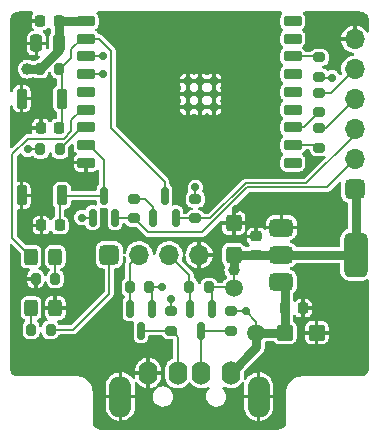
<source format=gtl>
%TF.GenerationSoftware,KiCad,Pcbnew,(6.0.0)*%
%TF.CreationDate,2022-09-20T12:46:11+03:00*%
%TF.ProjectId,Haier_module,48616965-725f-46d6-9f64-756c652e6b69,rev?*%
%TF.SameCoordinates,Original*%
%TF.FileFunction,Copper,L1,Top*%
%TF.FilePolarity,Positive*%
%FSLAX46Y46*%
G04 Gerber Fmt 4.6, Leading zero omitted, Abs format (unit mm)*
G04 Created by KiCad (PCBNEW (6.0.0)) date 2022-09-20 12:46:11*
%MOMM*%
%LPD*%
G01*
G04 APERTURE LIST*
G04 Aperture macros list*
%AMRoundRect*
0 Rectangle with rounded corners*
0 $1 Rounding radius*
0 $2 $3 $4 $5 $6 $7 $8 $9 X,Y pos of 4 corners*
0 Add a 4 corners polygon primitive as box body*
4,1,4,$2,$3,$4,$5,$6,$7,$8,$9,$2,$3,0*
0 Add four circle primitives for the rounded corners*
1,1,$1+$1,$2,$3*
1,1,$1+$1,$4,$5*
1,1,$1+$1,$6,$7*
1,1,$1+$1,$8,$9*
0 Add four rect primitives between the rounded corners*
20,1,$1+$1,$2,$3,$4,$5,0*
20,1,$1+$1,$4,$5,$6,$7,0*
20,1,$1+$1,$6,$7,$8,$9,0*
20,1,$1+$1,$8,$9,$2,$3,0*%
G04 Aperture macros list end*
%TA.AperFunction,SMDPad,CuDef*%
%ADD10RoundRect,0.250000X0.250000X0.475000X-0.250000X0.475000X-0.250000X-0.475000X0.250000X-0.475000X0*%
%TD*%
%TA.AperFunction,SMDPad,CuDef*%
%ADD11C,1.500000*%
%TD*%
%TA.AperFunction,SMDPad,CuDef*%
%ADD12RoundRect,0.225000X0.225000X0.250000X-0.225000X0.250000X-0.225000X-0.250000X0.225000X-0.250000X0*%
%TD*%
%TA.AperFunction,SMDPad,CuDef*%
%ADD13RoundRect,0.200000X0.200000X0.275000X-0.200000X0.275000X-0.200000X-0.275000X0.200000X-0.275000X0*%
%TD*%
%TA.AperFunction,SMDPad,CuDef*%
%ADD14RoundRect,0.225000X0.225000X0.625000X-0.225000X0.625000X-0.225000X-0.625000X0.225000X-0.625000X0*%
%TD*%
%TA.AperFunction,SMDPad,CuDef*%
%ADD15RoundRect,0.200000X-0.275000X0.200000X-0.275000X-0.200000X0.275000X-0.200000X0.275000X0.200000X0*%
%TD*%
%TA.AperFunction,ComponentPad*%
%ADD16O,1.600000X2.000000*%
%TD*%
%TA.AperFunction,ComponentPad*%
%ADD17O,1.900000X3.500000*%
%TD*%
%TA.AperFunction,SMDPad,CuDef*%
%ADD18RoundRect,0.250000X-0.450000X-0.425000X0.450000X-0.425000X0.450000X0.425000X-0.450000X0.425000X0*%
%TD*%
%TA.AperFunction,SMDPad,CuDef*%
%ADD19RoundRect,0.200000X0.275000X-0.200000X0.275000X0.200000X-0.275000X0.200000X-0.275000X-0.200000X0*%
%TD*%
%TA.AperFunction,SMDPad,CuDef*%
%ADD20RoundRect,0.225000X-0.225000X-0.250000X0.225000X-0.250000X0.225000X0.250000X-0.225000X0.250000X0*%
%TD*%
%TA.AperFunction,SMDPad,CuDef*%
%ADD21RoundRect,0.375000X-0.625000X-0.375000X0.625000X-0.375000X0.625000X0.375000X-0.625000X0.375000X0*%
%TD*%
%TA.AperFunction,SMDPad,CuDef*%
%ADD22RoundRect,0.500000X-0.500000X-1.400000X0.500000X-1.400000X0.500000X1.400000X-0.500000X1.400000X0*%
%TD*%
%TA.AperFunction,SMDPad,CuDef*%
%ADD23RoundRect,0.250000X0.325000X0.450000X-0.325000X0.450000X-0.325000X-0.450000X0.325000X-0.450000X0*%
%TD*%
%TA.AperFunction,ComponentPad*%
%ADD24RoundRect,0.425000X0.425000X0.425000X-0.425000X0.425000X-0.425000X-0.425000X0.425000X-0.425000X0*%
%TD*%
%TA.AperFunction,ComponentPad*%
%ADD25O,1.700000X1.700000*%
%TD*%
%TA.AperFunction,SMDPad,CuDef*%
%ADD26RoundRect,0.225000X-0.525000X-0.225000X0.525000X-0.225000X0.525000X0.225000X-0.525000X0.225000X0*%
%TD*%
%TA.AperFunction,SMDPad,CuDef*%
%ADD27RoundRect,0.175000X0.175000X0.175000X-0.175000X0.175000X-0.175000X-0.175000X0.175000X-0.175000X0*%
%TD*%
%TA.AperFunction,SMDPad,CuDef*%
%ADD28RoundRect,0.150000X0.150000X-0.587500X0.150000X0.587500X-0.150000X0.587500X-0.150000X-0.587500X0*%
%TD*%
%TA.AperFunction,SMDPad,CuDef*%
%ADD29RoundRect,0.225000X0.250000X-0.225000X0.250000X0.225000X-0.250000X0.225000X-0.250000X-0.225000X0*%
%TD*%
%TA.AperFunction,SMDPad,CuDef*%
%ADD30RoundRect,0.150000X-0.150000X0.587500X-0.150000X-0.587500X0.150000X-0.587500X0.150000X0.587500X0*%
%TD*%
%TA.AperFunction,ComponentPad*%
%ADD31RoundRect,0.425000X0.425000X-0.425000X0.425000X0.425000X-0.425000X0.425000X-0.425000X-0.425000X0*%
%TD*%
%TA.AperFunction,SMDPad,CuDef*%
%ADD32RoundRect,0.250000X0.425000X-0.450000X0.425000X0.450000X-0.425000X0.450000X-0.425000X-0.450000X0*%
%TD*%
%TA.AperFunction,ViaPad*%
%ADD33C,0.700000*%
%TD*%
%TA.AperFunction,ViaPad*%
%ADD34C,1.000000*%
%TD*%
%TA.AperFunction,Conductor*%
%ADD35C,0.150000*%
%TD*%
%TA.AperFunction,Conductor*%
%ADD36C,0.800000*%
%TD*%
G04 APERTURE END LIST*
D10*
%TO.P,C7,1*%
%TO.N,+3V3*%
X90438600Y-93000000D03*
%TO.P,C7,2*%
%TO.N,GND*%
X88538600Y-93000000D03*
%TD*%
D11*
%TO.P,TP2,1,1*%
%TO.N,+3V3*%
X105250000Y-113750000D03*
%TD*%
D12*
%TO.P,C3,1*%
%TO.N,/BOOT*%
X90513600Y-108400000D03*
%TO.P,C3,2*%
%TO.N,GND*%
X88963600Y-108400000D03*
%TD*%
D13*
%TO.P,R12,1*%
%TO.N,+3V3*%
X89738600Y-117250000D03*
%TO.P,R12,2*%
%TO.N,Net-(D1-Pad2)*%
X88088600Y-117250000D03*
%TD*%
D14*
%TO.P,PB2,1,1*%
%TO.N,/ESP_EN*%
X90700000Y-97675000D03*
%TO.P,PB2,2,2*%
%TO.N,GND*%
X87300000Y-97675000D03*
%TD*%
D15*
%TO.P,R4,1*%
%TO.N,Net-(R4-Pad1)*%
X102000000Y-106175000D03*
%TO.P,R4,2*%
%TO.N,Net-(R4-Pad2)*%
X102000000Y-107825000D03*
%TD*%
D16*
%TO.P,XT1,1,VBUS*%
%TO.N,+5V*%
X105000000Y-120900000D03*
%TO.P,XT1,2,D-*%
%TO.N,Net-(R6-Pad2)*%
X102500000Y-120900000D03*
%TO.P,XT1,3,D+*%
%TO.N,Net-(R5-Pad2)*%
X100500000Y-120900000D03*
%TO.P,XT1,4,GND*%
%TO.N,GND*%
X98000000Y-120900000D03*
D17*
%TO.P,XT1,5,Shield*%
X95650000Y-122900000D03*
X107350000Y-122900000D03*
%TD*%
D18*
%TO.P,C1,1*%
%TO.N,+5V*%
X109575000Y-117500000D03*
%TO.P,C1,2*%
%TO.N,GND*%
X112275000Y-117500000D03*
%TD*%
D19*
%TO.P,R2,1*%
%TO.N,/U0RXD*%
X112500000Y-101825000D03*
%TO.P,R2,2*%
%TO.N,Net-(R2-Pad2)*%
X112500000Y-100175000D03*
%TD*%
D13*
%TO.P,R9,1*%
%TO.N,/ESP_EN*%
X90488600Y-95175000D03*
%TO.P,R9,2*%
%TO.N,+3V3*%
X88838600Y-95175000D03*
%TD*%
D20*
%TO.P,C6,1*%
%TO.N,GND*%
X88938600Y-100150000D03*
%TO.P,C6,2*%
%TO.N,/ESP_EN*%
X90488600Y-100150000D03*
%TD*%
D15*
%TO.P,R10,1*%
%TO.N,Net-(A1-Pad16)*%
X112500000Y-94175000D03*
%TO.P,R10,2*%
%TO.N,+3V3*%
X112500000Y-95825000D03*
%TD*%
D14*
%TO.P,PB1,1,1*%
%TO.N,/BOOT*%
X90700000Y-105875000D03*
%TO.P,PB1,2,2*%
%TO.N,GND*%
X87300000Y-105875000D03*
%TD*%
D21*
%TO.P,DA1,1,GND*%
%TO.N,GND*%
X109285907Y-108600000D03*
%TO.P,DA1,2,VO*%
%TO.N,+3V3*%
X109285907Y-110900000D03*
D22*
X115585907Y-110900000D03*
D21*
%TO.P,DA1,3,VI*%
%TO.N,+5V*%
X109285907Y-113200000D03*
%TD*%
D15*
%TO.P,R3,1*%
%TO.N,Net-(R3-Pad1)*%
X96825000Y-106175000D03*
%TO.P,R3,2*%
%TO.N,Net-(R3-Pad2)*%
X96825000Y-107825000D03*
%TD*%
D13*
%TO.P,R8,1*%
%TO.N,+3V3*%
X103150000Y-113625000D03*
%TO.P,R8,2*%
%TO.N,/TX*%
X101500000Y-113625000D03*
%TD*%
D23*
%TO.P,D1,1,K*%
%TO.N,GND*%
X90139400Y-115417600D03*
%TO.P,D1,2,A*%
%TO.N,Net-(D1-Pad2)*%
X88089400Y-115417600D03*
%TD*%
D15*
%TO.P,R6,1*%
%TO.N,+5V*%
X105000000Y-115675000D03*
%TO.P,R6,2*%
%TO.N,Net-(R6-Pad2)*%
X105000000Y-117325000D03*
%TD*%
D13*
%TO.P,R11,1*%
%TO.N,Net-(A1-Pad7)*%
X90538600Y-101975000D03*
%TO.P,R11,2*%
%TO.N,+3V3*%
X88888600Y-101975000D03*
%TD*%
D24*
%TO.P,XT2,1,Pin_1*%
%TO.N,+3V3*%
X115500000Y-105350000D03*
D25*
%TO.P,XT2,2,Pin_2*%
%TO.N,Net-(R3-Pad2)*%
X115500000Y-102810000D03*
%TO.P,XT2,3,Pin_3*%
%TO.N,Net-(R4-Pad2)*%
X115500000Y-100270000D03*
%TO.P,XT2,4,Pin_4*%
%TO.N,Net-(R2-Pad2)*%
X115500000Y-97730000D03*
%TO.P,XT2,5,Pin_5*%
%TO.N,Net-(R1-Pad2)*%
X115500000Y-95190000D03*
%TO.P,XT2,6,Pin_6*%
%TO.N,GND*%
X115500000Y-92650000D03*
%TD*%
D26*
%TO.P,A1,1,3V3*%
%TO.N,+3V3*%
X92750000Y-91100000D03*
%TO.P,A1,2,EN/CHIP_PU*%
%TO.N,/ESP_EN*%
X92750000Y-92600000D03*
%TO.P,A1,3,GPIO4/ADC1_CH4*%
%TO.N,/TX*%
X92750000Y-94100000D03*
%TO.P,A1,4,GPIO5/ADC2_CH0*%
%TO.N,/RX*%
X92750000Y-95600000D03*
%TO.P,A1,5,GPIO6*%
%TO.N,unconnected-(A1-Pad5)*%
X92750000Y-97100000D03*
%TO.P,A1,6,GPIO7*%
%TO.N,/LED*%
X92750000Y-98600000D03*
%TO.P,A1,7,GPIO8*%
%TO.N,Net-(A1-Pad7)*%
X92750000Y-100100000D03*
%TO.P,A1,8,GPIO9*%
%TO.N,/BOOT*%
X92750000Y-101600000D03*
%TO.P,A1,9,GND*%
%TO.N,GND*%
X92750000Y-103100000D03*
%TO.P,A1,10,GPIO10*%
%TO.N,unconnected-(A1-Pad10)*%
X110250000Y-103100000D03*
%TO.P,A1,11,GPIO20/U0RXD*%
%TO.N,/U0RXD*%
X110250000Y-101600000D03*
%TO.P,A1,12,GPIO21/U0TXD*%
%TO.N,/U0TXD*%
X110250000Y-100100000D03*
%TO.P,A1,13,GPIO18/USB_D-*%
%TO.N,unconnected-(A1-Pad13)*%
X110250000Y-98600000D03*
%TO.P,A1,14,GPIO19/USB_D+*%
%TO.N,unconnected-(A1-Pad14)*%
X110250000Y-97100000D03*
%TO.P,A1,15,GPIO3/ADC1_CH3*%
%TO.N,unconnected-(A1-Pad15)*%
X110250000Y-95600000D03*
%TO.P,A1,16,GPIO2/ADC1_CH2*%
%TO.N,Net-(A1-Pad16)*%
X110250000Y-94100000D03*
%TO.P,A1,17,GPIO1/ADC1_CH1/XTAL_32K_N*%
%TO.N,unconnected-(A1-Pad17)*%
X110250000Y-92600000D03*
%TO.P,A1,18,GPIO0/ADC1_CH0/XTAL_32K_P*%
%TO.N,unconnected-(A1-Pad18)*%
X110250000Y-91100000D03*
D27*
%TO.P,A1,19,GND*%
%TO.N,GND*%
X102410000Y-98400000D03*
X103560000Y-96200000D03*
X102410000Y-96200000D03*
X101360000Y-98400000D03*
X103560000Y-98400000D03*
X101360000Y-96200000D03*
X103560000Y-97300000D03*
X101360000Y-97300000D03*
X102410000Y-97300000D03*
%TD*%
D15*
%TO.P,R5,1*%
%TO.N,+5V*%
X99940000Y-115675000D03*
%TO.P,R5,2*%
%TO.N,Net-(R5-Pad2)*%
X99940000Y-117325000D03*
%TD*%
D28*
%TO.P,VT1,1,B*%
%TO.N,Net-(R3-Pad1)*%
X98450000Y-107762500D03*
%TO.P,VT1,2,E*%
%TO.N,Net-(R4-Pad2)*%
X100350000Y-107762500D03*
%TO.P,VT1,3,C*%
%TO.N,/ESP_EN*%
X99400000Y-105887500D03*
%TD*%
D12*
%TO.P,C8,1*%
%TO.N,+3V3*%
X90438600Y-91100000D03*
%TO.P,C8,2*%
%TO.N,GND*%
X88888600Y-91100000D03*
%TD*%
D13*
%TO.P,R13,1*%
%TO.N,Net-(D2-Pad1)*%
X90138600Y-112928400D03*
%TO.P,R13,2*%
%TO.N,GND*%
X88488600Y-112928400D03*
%TD*%
%TO.P,R7,1*%
%TO.N,+3V3*%
X98100000Y-113625000D03*
%TO.P,R7,2*%
%TO.N,/RX*%
X96450000Y-113625000D03*
%TD*%
D23*
%TO.P,D2,1,K*%
%TO.N,Net-(D2-Pad1)*%
X90139400Y-111048800D03*
%TO.P,D2,2,A*%
%TO.N,/LED*%
X88089400Y-111048800D03*
%TD*%
D29*
%TO.P,C4,1*%
%TO.N,+3V3*%
X107157107Y-110900000D03*
%TO.P,C4,2*%
%TO.N,GND*%
X107157107Y-109350000D03*
%TD*%
D30*
%TO.P,VT4,1,G*%
%TO.N,+3V3*%
X103410000Y-115462500D03*
%TO.P,VT4,2,S*%
%TO.N,/TX*%
X101510000Y-115462500D03*
%TO.P,VT4,3,D*%
%TO.N,Net-(R6-Pad2)*%
X102460000Y-117337500D03*
%TD*%
D31*
%TO.P,XT3,1,Pin_1*%
%TO.N,+3V3*%
X94700000Y-110900000D03*
D25*
%TO.P,XT3,2,Pin_2*%
%TO.N,/RX*%
X97240000Y-110900000D03*
%TO.P,XT3,3,Pin_3*%
%TO.N,/TX*%
X99780000Y-110900000D03*
%TO.P,XT3,4,Pin_4*%
%TO.N,GND*%
X102320000Y-110900000D03*
%TD*%
D11*
%TO.P,TP1,1,1*%
%TO.N,+5V*%
X107175000Y-117500000D03*
%TD*%
D19*
%TO.P,R1,1*%
%TO.N,/U0TXD*%
X112500000Y-98825000D03*
%TO.P,R1,2*%
%TO.N,Net-(R1-Pad2)*%
X112500000Y-97175000D03*
%TD*%
D30*
%TO.P,VT3,1,G*%
%TO.N,+3V3*%
X98350000Y-115462500D03*
%TO.P,VT3,2,S*%
%TO.N,/RX*%
X96450000Y-115462500D03*
%TO.P,VT3,3,D*%
%TO.N,Net-(R5-Pad2)*%
X97400000Y-117337500D03*
%TD*%
D32*
%TO.P,C5,1*%
%TO.N,+3V3*%
X105257107Y-110900000D03*
%TO.P,C5,2*%
%TO.N,GND*%
X105257107Y-108200000D03*
%TD*%
D28*
%TO.P,VT2,1,B*%
%TO.N,Net-(R4-Pad1)*%
X93300000Y-107762500D03*
%TO.P,VT2,2,E*%
%TO.N,Net-(R3-Pad2)*%
X95200000Y-107762500D03*
%TO.P,VT2,3,C*%
%TO.N,/BOOT*%
X94250000Y-105887500D03*
%TD*%
D20*
%TO.P,C2,1*%
%TO.N,+5V*%
X109575000Y-115417200D03*
%TO.P,C2,2*%
%TO.N,GND*%
X111125000Y-115417200D03*
%TD*%
D33*
%TO.N,GND*%
X88913600Y-98900000D03*
X92750000Y-104200000D03*
X96000000Y-99666666D03*
X94000000Y-125000000D03*
X102000000Y-91000000D03*
X113700000Y-117500000D03*
X87313600Y-93000000D03*
X96000000Y-91000000D03*
X107157107Y-108200000D03*
X116292893Y-120500000D03*
X86700000Y-113500000D03*
X102000000Y-99666666D03*
X90000000Y-120500000D03*
X113000000Y-120500000D03*
X91513600Y-115400000D03*
X111007107Y-108600000D03*
X109000000Y-125000000D03*
X105470142Y-107013035D03*
X86700000Y-117000000D03*
X116292893Y-113500000D03*
X108000000Y-95333333D03*
X109307107Y-107100000D03*
X108000000Y-91000000D03*
X109000000Y-120500000D03*
X108000000Y-104000000D03*
X102000000Y-104000000D03*
X112250000Y-118900000D03*
X112300000Y-115450000D03*
X94000000Y-120500000D03*
X87713600Y-91100000D03*
X91300000Y-103100000D03*
X116292893Y-117000000D03*
X87763600Y-108350000D03*
X89000000Y-105400000D03*
X108000000Y-99666666D03*
X86700000Y-120500000D03*
X96000000Y-95333333D03*
%TO.N,/RX*%
X94150000Y-95625000D03*
%TO.N,/TX*%
X94150000Y-94100000D03*
%TO.N,+3V3*%
X113575000Y-95900000D03*
D34*
X105257107Y-112175000D03*
D33*
X87813600Y-101975000D03*
X99200000Y-113625000D03*
D34*
X87788600Y-95175000D03*
D33*
%TO.N,+5V*%
X106250000Y-115675000D03*
X99950000Y-114625000D03*
%TO.N,Net-(R4-Pad1)*%
X102000000Y-105175000D03*
X92400000Y-107750000D03*
%TD*%
D35*
%TO.N,/BOOT*%
X90513600Y-106061400D02*
X90700000Y-105875000D01*
X94250000Y-105887500D02*
X90712500Y-105887500D01*
X90513600Y-108400000D02*
X90513600Y-106061400D01*
X94250000Y-105887500D02*
X94250000Y-102850000D01*
X90712500Y-105887500D02*
X90700000Y-105875000D01*
X93000000Y-101600000D02*
X92750000Y-101600000D01*
X94250000Y-102850000D02*
X93000000Y-101600000D01*
%TO.N,Net-(A1-Pad7)*%
X92400000Y-100100000D02*
X92750000Y-100100000D01*
X90538600Y-101961400D02*
X92400000Y-100100000D01*
X92750000Y-100100000D02*
X92500000Y-100100000D01*
X90538600Y-101975000D02*
X90538600Y-101961400D01*
%TO.N,/RX*%
X96450000Y-111690000D02*
X97240000Y-110900000D01*
X96450000Y-113625000D02*
X96450000Y-111690000D01*
X92750000Y-95625000D02*
X94150000Y-95625000D01*
X96450000Y-115462500D02*
X96450000Y-113625000D01*
%TO.N,/TX*%
X101510000Y-115462500D02*
X101510000Y-113635000D01*
X101500000Y-112620000D02*
X99780000Y-110900000D01*
X92750000Y-94100000D02*
X94150000Y-94100000D01*
X101500000Y-113625000D02*
X101500000Y-112620000D01*
X101510000Y-113635000D02*
X101500000Y-113625000D01*
%TO.N,/ESP_EN*%
X90700000Y-95386400D02*
X90700000Y-99938600D01*
X93825000Y-92600000D02*
X92750000Y-92600000D01*
X90575000Y-95175000D02*
X91500000Y-94250000D01*
X92400000Y-92600000D02*
X92750000Y-92600000D01*
X91500000Y-94250000D02*
X91500000Y-93500000D01*
X90700000Y-99938600D02*
X90488600Y-100150000D01*
X94900000Y-93675000D02*
X93825000Y-92600000D01*
X90488600Y-95175000D02*
X90700000Y-95386400D01*
X99400000Y-105887500D02*
X99400000Y-104700000D01*
X91500000Y-93500000D02*
X92400000Y-92600000D01*
X99400000Y-104700000D02*
X94900000Y-100200000D01*
X90488600Y-95175000D02*
X90575000Y-95175000D01*
X94900000Y-100200000D02*
X94900000Y-93675000D01*
%TO.N,+3V3*%
X105125000Y-113625000D02*
X105250000Y-113750000D01*
X103410000Y-115462500D02*
X103410000Y-113885000D01*
D36*
X90438600Y-91100000D02*
X90438600Y-93000000D01*
D35*
X91638600Y-117250000D02*
X94700000Y-114188600D01*
X88888600Y-101975000D02*
X87813600Y-101975000D01*
D36*
X88838600Y-95175000D02*
X87788600Y-95175000D01*
D35*
X98350000Y-113875000D02*
X98100000Y-113625000D01*
X112550000Y-95900000D02*
X113575000Y-95900000D01*
X98100000Y-113625000D02*
X99200000Y-113625000D01*
D36*
X115585907Y-105435907D02*
X115585907Y-110900000D01*
D35*
X94700000Y-114188600D02*
X94700000Y-110900000D01*
X98350000Y-115462500D02*
X98350000Y-113875000D01*
X89738600Y-117250000D02*
X91638600Y-117250000D01*
X105257107Y-113625000D02*
X105257107Y-112200000D01*
D36*
X92750000Y-91100000D02*
X90438600Y-91100000D01*
X90438600Y-93000000D02*
X90438600Y-93575000D01*
D35*
X103410000Y-113885000D02*
X103150000Y-113625000D01*
X103150000Y-113625000D02*
X105125000Y-113625000D01*
D36*
X105257107Y-110900000D02*
X105257107Y-112200000D01*
X90438600Y-93575000D02*
X88838600Y-95175000D01*
X115585907Y-110900000D02*
X105257107Y-110900000D01*
D35*
%TO.N,/LED*%
X86500000Y-102388600D02*
X87813600Y-101075000D01*
X92400000Y-98600000D02*
X92750000Y-98600000D01*
X86500000Y-109459400D02*
X86500000Y-102388600D01*
X87813600Y-101075000D02*
X90838600Y-101075000D01*
X90838600Y-101075000D02*
X91500000Y-100413600D01*
X91500000Y-100413600D02*
X91500000Y-99500000D01*
X91500000Y-99500000D02*
X92400000Y-98600000D01*
X88089400Y-111048800D02*
X86500000Y-109459400D01*
%TO.N,/U0RXD*%
X112275000Y-101600000D02*
X112500000Y-101825000D01*
X110250000Y-101600000D02*
X112275000Y-101600000D01*
%TO.N,/U0TXD*%
X111225000Y-100100000D02*
X112500000Y-98825000D01*
X110250000Y-100100000D02*
X111225000Y-100100000D01*
%TO.N,Net-(A1-Pad16)*%
X110500000Y-94100000D02*
X112425000Y-94100000D01*
%TO.N,+5V*%
X106250000Y-115675000D02*
X107175000Y-116600000D01*
X99940000Y-115675000D02*
X99940000Y-114635000D01*
D36*
X107175000Y-117500000D02*
X107175000Y-118725000D01*
X109578800Y-117496200D02*
X109575000Y-117500000D01*
D35*
X105000000Y-115675000D02*
X106225000Y-115675000D01*
D36*
X109578800Y-113200000D02*
X109578800Y-117496200D01*
D35*
X107175000Y-116600000D02*
X107175000Y-117500000D01*
D36*
X109575000Y-117500000D02*
X107175000Y-117500000D01*
X107175000Y-118725000D02*
X105000000Y-120900000D01*
D35*
X99940000Y-114635000D02*
X99950000Y-114625000D01*
%TO.N,Net-(D1-Pad2)*%
X88089400Y-117249200D02*
X88088600Y-117250000D01*
X88089400Y-115417600D02*
X88089400Y-117249200D01*
%TO.N,Net-(D2-Pad1)*%
X90138600Y-112928400D02*
X90138600Y-111049600D01*
X90138600Y-111049600D02*
X90139400Y-111048800D01*
%TO.N,Net-(R1-Pad2)*%
X113515000Y-97175000D02*
X115500000Y-95190000D01*
X112500000Y-97175000D02*
X113515000Y-97175000D01*
%TO.N,Net-(R2-Pad2)*%
X113055000Y-100175000D02*
X115500000Y-97730000D01*
X112500000Y-100175000D02*
X113055000Y-100175000D01*
%TO.N,Net-(R3-Pad1)*%
X97775000Y-106175000D02*
X96825000Y-106175000D01*
X98450000Y-106850000D02*
X97775000Y-106175000D01*
X98450000Y-107762500D02*
X98450000Y-106850000D01*
%TO.N,Net-(R3-Pad2)*%
X102600000Y-109000000D02*
X106400000Y-105200000D01*
X98000000Y-109000000D02*
X102600000Y-109000000D01*
X113110000Y-105200000D02*
X115500000Y-102810000D01*
X96825000Y-107825000D02*
X95262500Y-107825000D01*
X96825000Y-107825000D02*
X98000000Y-109000000D01*
X95262500Y-107825000D02*
X95200000Y-107762500D01*
X106400000Y-105200000D02*
X113110000Y-105200000D01*
%TO.N,Net-(R4-Pad1)*%
X93300000Y-107762500D02*
X92412500Y-107762500D01*
X102000000Y-106175000D02*
X102000000Y-105175000D01*
X92412500Y-107762500D02*
X92400000Y-107750000D01*
%TO.N,Net-(R4-Pad2)*%
X111399519Y-104850481D02*
X115500000Y-100750000D01*
X100412500Y-107825000D02*
X100350000Y-107762500D01*
X106255223Y-104850481D02*
X111399519Y-104850481D01*
X102000000Y-107825000D02*
X103280704Y-107825000D01*
X102000000Y-107825000D02*
X100412500Y-107825000D01*
X103280704Y-107825000D02*
X106255223Y-104850481D01*
%TO.N,Net-(R5-Pad2)*%
X97412500Y-117325000D02*
X97400000Y-117337500D01*
X100500000Y-120900000D02*
X100500000Y-117885000D01*
X99940000Y-117325000D02*
X97412500Y-117325000D01*
X100500000Y-117885000D02*
X99940000Y-117325000D01*
%TO.N,Net-(R6-Pad2)*%
X104987500Y-117337500D02*
X102460000Y-117337500D01*
X102500000Y-120900000D02*
X102500000Y-117377500D01*
X105000000Y-117325000D02*
X104987500Y-117337500D01*
X102500000Y-117377500D02*
X102460000Y-117337500D01*
%TD*%
%TA.AperFunction,Conductor*%
%TO.N,GND*%
G36*
X91617533Y-101517670D02*
G01*
X91674369Y-101560217D01*
X91699180Y-101626737D01*
X91699501Y-101635714D01*
X91699501Y-101865828D01*
X91699956Y-101869585D01*
X91699956Y-101869591D01*
X91703304Y-101897257D01*
X91709871Y-101951528D01*
X91762872Y-102085395D01*
X91849922Y-102200078D01*
X91856762Y-102205270D01*
X91915628Y-102249952D01*
X91957795Y-102307070D01*
X91962387Y-102377918D01*
X91927947Y-102440002D01*
X91915628Y-102450676D01*
X91857119Y-102495087D01*
X91845087Y-102507119D01*
X91768509Y-102608005D01*
X91760148Y-102622844D01*
X91713342Y-102741063D01*
X91709388Y-102756634D01*
X91700456Y-102830446D01*
X91700000Y-102838000D01*
X91700000Y-102931885D01*
X91704475Y-102947124D01*
X91705865Y-102948329D01*
X91713548Y-102950000D01*
X92774000Y-102950000D01*
X92842121Y-102970002D01*
X92888614Y-103023658D01*
X92900000Y-103076000D01*
X92900000Y-103831884D01*
X92904475Y-103847123D01*
X92905865Y-103848328D01*
X92913548Y-103849999D01*
X93311994Y-103849999D01*
X93319551Y-103849544D01*
X93393374Y-103840611D01*
X93408932Y-103836660D01*
X93527156Y-103789852D01*
X93541995Y-103781491D01*
X93642881Y-103704913D01*
X93659405Y-103688389D01*
X93721717Y-103654363D01*
X93792532Y-103659428D01*
X93849368Y-103701975D01*
X93874179Y-103768495D01*
X93874500Y-103777484D01*
X93874500Y-104842885D01*
X93854498Y-104911006D01*
X93823361Y-104944235D01*
X93777850Y-104977850D01*
X93772255Y-104985425D01*
X93772254Y-104985426D01*
X93702959Y-105079243D01*
X93702958Y-105079246D01*
X93697366Y-105086816D01*
X93652481Y-105214631D01*
X93649500Y-105246166D01*
X93649500Y-105386000D01*
X93629498Y-105454121D01*
X93575842Y-105500614D01*
X93523500Y-105512000D01*
X91576499Y-105512000D01*
X91508378Y-105491998D01*
X91461885Y-105438342D01*
X91450499Y-105386000D01*
X91450499Y-105209172D01*
X91450044Y-105205406D01*
X91441101Y-105131505D01*
X91440129Y-105123472D01*
X91387128Y-104989605D01*
X91300078Y-104874922D01*
X91185395Y-104787872D01*
X91051528Y-104734871D01*
X90965829Y-104724500D01*
X90700176Y-104724500D01*
X90434172Y-104724501D01*
X90430415Y-104724956D01*
X90430409Y-104724956D01*
X90360874Y-104733370D01*
X90348472Y-104734871D01*
X90340949Y-104737849D01*
X90340947Y-104737850D01*
X90331332Y-104741657D01*
X90214605Y-104787872D01*
X90099922Y-104874922D01*
X90012872Y-104989605D01*
X89959871Y-105123472D01*
X89949500Y-105209171D01*
X89949501Y-106540828D01*
X89949956Y-106544585D01*
X89949956Y-106544591D01*
X89952724Y-106567466D01*
X89959871Y-106626528D01*
X89962849Y-106634051D01*
X89962850Y-106634053D01*
X89970046Y-106652228D01*
X90012872Y-106760395D01*
X90099922Y-106875078D01*
X90102446Y-106876994D01*
X90135221Y-106937015D01*
X90138100Y-106963798D01*
X90138100Y-107558732D01*
X90118098Y-107626853D01*
X90058484Y-107675884D01*
X90028205Y-107687872D01*
X89913522Y-107774922D01*
X89908330Y-107781762D01*
X89838648Y-107873564D01*
X89781530Y-107915731D01*
X89710682Y-107920323D01*
X89648598Y-107885883D01*
X89637924Y-107873564D01*
X89568513Y-107782119D01*
X89556481Y-107770087D01*
X89455595Y-107693509D01*
X89440756Y-107685148D01*
X89322537Y-107638342D01*
X89306966Y-107634388D01*
X89233154Y-107625456D01*
X89225600Y-107625000D01*
X89131715Y-107625000D01*
X89116476Y-107629475D01*
X89115271Y-107630865D01*
X89113600Y-107638548D01*
X89113600Y-109156884D01*
X89118075Y-109172123D01*
X89119465Y-109173328D01*
X89127148Y-109174999D01*
X89225594Y-109174999D01*
X89233151Y-109174544D01*
X89306974Y-109165611D01*
X89322532Y-109161660D01*
X89440756Y-109114852D01*
X89455595Y-109106491D01*
X89556481Y-109029913D01*
X89568513Y-109017881D01*
X89637924Y-108926436D01*
X89695042Y-108884269D01*
X89765890Y-108879677D01*
X89827974Y-108914117D01*
X89838647Y-108926435D01*
X89913522Y-109025078D01*
X90028205Y-109112128D01*
X90162072Y-109165129D01*
X90247771Y-109175500D01*
X90513424Y-109175500D01*
X90779428Y-109175499D01*
X90783185Y-109175044D01*
X90783191Y-109175044D01*
X90857095Y-109166101D01*
X90865128Y-109165129D01*
X90872651Y-109162151D01*
X90872653Y-109162150D01*
X90957699Y-109128478D01*
X90998995Y-109112128D01*
X91113678Y-109025078D01*
X91200728Y-108910395D01*
X91253729Y-108776528D01*
X91264100Y-108690829D01*
X91264099Y-108109172D01*
X91256398Y-108045525D01*
X91254701Y-108031505D01*
X91253729Y-108023472D01*
X91200728Y-107889605D01*
X91113678Y-107774922D01*
X90998995Y-107687872D01*
X90968716Y-107675884D01*
X90912742Y-107632209D01*
X90889100Y-107558732D01*
X90889100Y-107146456D01*
X90909102Y-107078335D01*
X90962758Y-107031842D01*
X90999963Y-107021369D01*
X91051528Y-107015129D01*
X91059051Y-107012151D01*
X91059053Y-107012150D01*
X91163744Y-106970700D01*
X91185395Y-106962128D01*
X91300078Y-106875078D01*
X91387128Y-106760395D01*
X91440129Y-106626528D01*
X91450500Y-106540829D01*
X91450500Y-106389000D01*
X91470502Y-106320879D01*
X91524158Y-106274386D01*
X91576500Y-106263000D01*
X93523500Y-106263000D01*
X93591621Y-106283002D01*
X93638114Y-106336658D01*
X93649500Y-106389000D01*
X93649500Y-106528834D01*
X93649779Y-106531782D01*
X93650990Y-106544591D01*
X93652481Y-106560369D01*
X93655025Y-106567613D01*
X93656365Y-106573721D01*
X93651426Y-106644546D01*
X93608980Y-106701457D01*
X93542504Y-106726386D01*
X93521438Y-106726164D01*
X93511220Y-106725198D01*
X93506777Y-106724778D01*
X93506773Y-106724778D01*
X93503834Y-106724500D01*
X93096166Y-106724500D01*
X93078563Y-106726164D01*
X93072278Y-106726758D01*
X93072277Y-106726758D01*
X93064631Y-106727481D01*
X92936816Y-106772366D01*
X92929246Y-106777958D01*
X92929243Y-106777959D01*
X92870056Y-106821676D01*
X92827850Y-106852850D01*
X92822258Y-106860421D01*
X92752959Y-106954243D01*
X92752958Y-106954246D01*
X92747366Y-106961816D01*
X92725003Y-107025499D01*
X92719398Y-107041459D01*
X92677955Y-107099104D01*
X92611926Y-107125193D01*
X92569820Y-107121915D01*
X92489498Y-107101740D01*
X92489496Y-107101740D01*
X92482128Y-107099889D01*
X92474530Y-107099849D01*
X92474528Y-107099849D01*
X92407319Y-107099497D01*
X92324684Y-107099065D01*
X92317305Y-107100837D01*
X92317301Y-107100837D01*
X92178967Y-107134048D01*
X92178963Y-107134049D01*
X92171588Y-107135820D01*
X92164843Y-107139301D01*
X92164844Y-107139301D01*
X92038571Y-107204475D01*
X92031679Y-107208032D01*
X92025957Y-107213024D01*
X92025955Y-107213025D01*
X91918759Y-107306538D01*
X91918756Y-107306541D01*
X91913034Y-107311533D01*
X91875966Y-107364275D01*
X91830127Y-107429498D01*
X91822501Y-107440348D01*
X91765309Y-107587039D01*
X91764318Y-107594568D01*
X91748982Y-107711057D01*
X91744758Y-107743138D01*
X91762035Y-107899633D01*
X91816143Y-108047490D01*
X91903958Y-108178172D01*
X91909574Y-108183282D01*
X91976451Y-108244135D01*
X92020410Y-108284135D01*
X92027085Y-108287759D01*
X92152099Y-108355637D01*
X92152101Y-108355638D01*
X92158776Y-108359262D01*
X92166125Y-108361190D01*
X92303719Y-108397287D01*
X92303721Y-108397287D01*
X92311069Y-108399215D01*
X92394380Y-108400524D01*
X92460898Y-108401569D01*
X92460901Y-108401569D01*
X92468495Y-108401688D01*
X92475899Y-108399992D01*
X92475901Y-108399992D01*
X92564398Y-108379724D01*
X92635265Y-108384014D01*
X92692563Y-108425936D01*
X92711410Y-108460796D01*
X92747366Y-108563184D01*
X92752958Y-108570754D01*
X92752959Y-108570757D01*
X92792655Y-108624500D01*
X92827850Y-108672150D01*
X92835421Y-108677742D01*
X92929243Y-108747041D01*
X92929246Y-108747042D01*
X92936816Y-108752634D01*
X93064631Y-108797519D01*
X93072277Y-108798242D01*
X93072278Y-108798242D01*
X93078248Y-108798806D01*
X93096166Y-108800500D01*
X93503834Y-108800500D01*
X93521752Y-108798806D01*
X93527722Y-108798242D01*
X93527723Y-108798242D01*
X93535369Y-108797519D01*
X93663184Y-108752634D01*
X93670754Y-108747042D01*
X93670757Y-108747041D01*
X93764579Y-108677742D01*
X93772150Y-108672150D01*
X93807345Y-108624500D01*
X93847041Y-108570757D01*
X93847042Y-108570754D01*
X93852634Y-108563184D01*
X93897519Y-108435369D01*
X93900500Y-108403834D01*
X93900500Y-107121166D01*
X93898664Y-107101740D01*
X93898242Y-107097276D01*
X93898241Y-107097273D01*
X93897519Y-107089631D01*
X93894975Y-107082387D01*
X93893635Y-107076279D01*
X93898574Y-107005454D01*
X93941020Y-106948543D01*
X94007496Y-106923614D01*
X94028562Y-106923836D01*
X94038780Y-106924802D01*
X94043223Y-106925222D01*
X94043227Y-106925222D01*
X94046166Y-106925500D01*
X94453834Y-106925500D01*
X94456773Y-106925222D01*
X94456777Y-106925222D01*
X94461220Y-106924802D01*
X94471434Y-106923836D01*
X94541133Y-106937338D01*
X94592470Y-106986379D01*
X94609144Y-107055390D01*
X94606365Y-107076279D01*
X94605025Y-107082387D01*
X94602481Y-107089631D01*
X94601759Y-107097273D01*
X94601758Y-107097276D01*
X94601336Y-107101740D01*
X94599500Y-107121166D01*
X94599500Y-108403834D01*
X94602481Y-108435369D01*
X94647366Y-108563184D01*
X94652958Y-108570754D01*
X94652959Y-108570757D01*
X94692655Y-108624500D01*
X94727850Y-108672150D01*
X94735421Y-108677742D01*
X94829243Y-108747041D01*
X94829246Y-108747042D01*
X94836816Y-108752634D01*
X94964631Y-108797519D01*
X94972277Y-108798242D01*
X94972278Y-108798242D01*
X94978248Y-108798806D01*
X94996166Y-108800500D01*
X95403834Y-108800500D01*
X95421752Y-108798806D01*
X95427722Y-108798242D01*
X95427723Y-108798242D01*
X95435369Y-108797519D01*
X95563184Y-108752634D01*
X95570754Y-108747042D01*
X95570757Y-108747041D01*
X95664579Y-108677742D01*
X95672150Y-108672150D01*
X95707345Y-108624500D01*
X95747041Y-108570757D01*
X95747042Y-108570754D01*
X95752634Y-108563184D01*
X95797519Y-108435369D01*
X95800500Y-108403834D01*
X95800500Y-108326500D01*
X95820502Y-108258379D01*
X95874158Y-108211886D01*
X95926500Y-108200500D01*
X95996402Y-108200500D01*
X96064523Y-108220502D01*
X96105024Y-108263955D01*
X96106474Y-108267824D01*
X96111859Y-108275009D01*
X96111860Y-108275011D01*
X96181638Y-108368115D01*
X96192454Y-108382546D01*
X96199635Y-108387928D01*
X96299994Y-108463144D01*
X96299997Y-108463146D01*
X96307176Y-108468526D01*
X96339299Y-108480568D01*
X96434025Y-108516079D01*
X96434027Y-108516079D01*
X96441420Y-108518851D01*
X96449270Y-108519704D01*
X96449271Y-108519704D01*
X96499226Y-108525131D01*
X96502623Y-108525500D01*
X96532838Y-108525500D01*
X96942272Y-108525499D01*
X97010393Y-108545501D01*
X97031367Y-108562404D01*
X97696652Y-109227689D01*
X97711377Y-109245920D01*
X97712778Y-109247460D01*
X97718428Y-109256210D01*
X97726606Y-109262657D01*
X97744465Y-109276736D01*
X97748832Y-109280617D01*
X97748898Y-109280539D01*
X97752856Y-109283893D01*
X97756538Y-109287575D01*
X97760769Y-109290598D01*
X97760772Y-109290601D01*
X97764351Y-109293158D01*
X97772052Y-109298661D01*
X97776781Y-109302212D01*
X97816600Y-109333603D01*
X97825149Y-109336605D01*
X97832519Y-109341872D01*
X97842500Y-109344857D01*
X97881083Y-109356396D01*
X97886730Y-109358231D01*
X97927064Y-109372395D01*
X97927065Y-109372395D01*
X97934548Y-109375023D01*
X97940055Y-109375500D01*
X97942762Y-109375500D01*
X97945332Y-109375611D01*
X97945494Y-109375659D01*
X97945488Y-109375804D01*
X97946108Y-109375843D01*
X97952287Y-109377691D01*
X98003529Y-109375677D01*
X98005570Y-109375597D01*
X98010518Y-109375500D01*
X102546504Y-109375500D01*
X102569801Y-109377979D01*
X102571886Y-109378077D01*
X102582066Y-109380269D01*
X102614984Y-109376373D01*
X102620821Y-109376029D01*
X102620813Y-109375928D01*
X102625992Y-109375500D01*
X102631193Y-109375500D01*
X102636321Y-109374646D01*
X102636327Y-109374646D01*
X102649987Y-109372372D01*
X102655863Y-109371535D01*
X102660952Y-109370933D01*
X102706210Y-109365576D01*
X102714377Y-109361654D01*
X102723313Y-109360167D01*
X102732475Y-109355223D01*
X102732479Y-109355222D01*
X102767929Y-109336094D01*
X102773220Y-109333398D01*
X102811749Y-109314897D01*
X102811750Y-109314896D01*
X102818900Y-109311463D01*
X102823131Y-109307906D01*
X102825063Y-109305974D01*
X102826937Y-109304255D01*
X102827074Y-109304181D01*
X102827174Y-109304291D01*
X102827654Y-109303868D01*
X102833329Y-109300806D01*
X102842763Y-109290601D01*
X102869540Y-109261633D01*
X102872970Y-109258067D01*
X103442094Y-108688943D01*
X104282107Y-108688943D01*
X104282563Y-108696498D01*
X104291988Y-108774388D01*
X104295941Y-108789953D01*
X104345272Y-108914549D01*
X104353629Y-108929380D01*
X104434350Y-109035725D01*
X104446382Y-109047757D01*
X104552727Y-109128478D01*
X104567558Y-109136835D01*
X104692154Y-109186166D01*
X104707719Y-109190119D01*
X104785609Y-109199544D01*
X104793164Y-109200000D01*
X105088992Y-109200000D01*
X105104231Y-109195525D01*
X105105436Y-109194135D01*
X105107107Y-109186452D01*
X105107107Y-109181885D01*
X105407107Y-109181885D01*
X105411582Y-109197124D01*
X105412972Y-109198329D01*
X105420655Y-109200000D01*
X105721050Y-109200000D01*
X105728605Y-109199544D01*
X105806495Y-109190119D01*
X105822060Y-109186166D01*
X105946656Y-109136835D01*
X105961487Y-109128478D01*
X106067832Y-109047757D01*
X106079859Y-109035730D01*
X106165056Y-108923488D01*
X106188431Y-108906232D01*
X106346207Y-108906232D01*
X106355107Y-108911169D01*
X106388715Y-108973706D01*
X106390506Y-109014805D01*
X106382563Y-109080445D01*
X106382107Y-109088000D01*
X106382107Y-109181885D01*
X106386582Y-109197124D01*
X106387972Y-109198329D01*
X106395655Y-109200000D01*
X106988992Y-109200000D01*
X107004231Y-109195525D01*
X107005436Y-109194135D01*
X107007107Y-109186452D01*
X107007107Y-108618116D01*
X107002632Y-108602877D01*
X107001242Y-108601672D01*
X106993559Y-108600001D01*
X106870113Y-108600001D01*
X106862556Y-108600456D01*
X106788733Y-108609389D01*
X106773175Y-108613340D01*
X106654951Y-108660148D01*
X106640112Y-108668509D01*
X106539226Y-108745087D01*
X106527194Y-108757119D01*
X106448225Y-108861155D01*
X106391107Y-108903322D01*
X106346207Y-108906232D01*
X106188431Y-108906232D01*
X106222175Y-108881321D01*
X106267075Y-108878411D01*
X106258175Y-108873474D01*
X106224567Y-108810936D01*
X106222776Y-108769838D01*
X106231651Y-108696497D01*
X106232107Y-108688943D01*
X106232107Y-108431885D01*
X107985907Y-108431885D01*
X107990382Y-108447124D01*
X107991772Y-108448329D01*
X107999455Y-108450000D01*
X109117792Y-108450000D01*
X109133031Y-108445525D01*
X109134236Y-108444135D01*
X109135907Y-108436452D01*
X109135907Y-108431885D01*
X109435907Y-108431885D01*
X109440382Y-108447124D01*
X109441772Y-108448329D01*
X109449455Y-108450000D01*
X110567792Y-108450000D01*
X110583031Y-108445525D01*
X110584236Y-108444135D01*
X110585907Y-108436452D01*
X110585907Y-108173940D01*
X110585641Y-108168151D01*
X110580091Y-108107750D01*
X110577478Y-108094703D01*
X110532895Y-107952437D01*
X110526688Y-107938691D01*
X110449927Y-107811943D01*
X110440614Y-107800066D01*
X110335841Y-107695293D01*
X110323964Y-107685980D01*
X110197216Y-107609219D01*
X110183470Y-107603012D01*
X110041204Y-107558429D01*
X110028157Y-107555816D01*
X109967756Y-107550266D01*
X109961967Y-107550000D01*
X109454022Y-107550000D01*
X109438783Y-107554475D01*
X109437578Y-107555865D01*
X109435907Y-107563548D01*
X109435907Y-108431885D01*
X109135907Y-108431885D01*
X109135907Y-107568115D01*
X109131432Y-107552876D01*
X109130042Y-107551671D01*
X109122359Y-107550000D01*
X108609847Y-107550000D01*
X108604058Y-107550266D01*
X108543657Y-107555816D01*
X108530610Y-107558429D01*
X108388344Y-107603012D01*
X108374598Y-107609219D01*
X108247850Y-107685980D01*
X108235973Y-107695293D01*
X108131200Y-107800066D01*
X108121887Y-107811943D01*
X108045126Y-107938691D01*
X108038919Y-107952437D01*
X107994336Y-108094703D01*
X107991723Y-108107750D01*
X107986173Y-108168151D01*
X107985907Y-108173940D01*
X107985907Y-108431885D01*
X106232107Y-108431885D01*
X106232107Y-108368115D01*
X106227632Y-108352876D01*
X106226242Y-108351671D01*
X106218559Y-108350000D01*
X105425222Y-108350000D01*
X105409983Y-108354475D01*
X105408778Y-108355865D01*
X105407107Y-108363548D01*
X105407107Y-109181885D01*
X105107107Y-109181885D01*
X105107107Y-108368115D01*
X105102632Y-108352876D01*
X105101242Y-108351671D01*
X105093559Y-108350000D01*
X104300222Y-108350000D01*
X104284983Y-108354475D01*
X104283778Y-108355865D01*
X104282107Y-108363548D01*
X104282107Y-108688943D01*
X103442094Y-108688943D01*
X104095049Y-108035988D01*
X104157361Y-108001962D01*
X104228176Y-108007027D01*
X104266657Y-108029859D01*
X104287972Y-108048329D01*
X104295655Y-108050000D01*
X105088992Y-108050000D01*
X105104231Y-108045525D01*
X105105436Y-108044135D01*
X105107107Y-108036452D01*
X105107107Y-108031885D01*
X105407107Y-108031885D01*
X105411582Y-108047124D01*
X105412972Y-108048329D01*
X105420655Y-108050000D01*
X106213992Y-108050000D01*
X106229231Y-108045525D01*
X106230436Y-108044135D01*
X106232107Y-108036452D01*
X106232107Y-107711057D01*
X106231651Y-107703502D01*
X106222226Y-107625612D01*
X106218273Y-107610047D01*
X106168942Y-107485451D01*
X106160585Y-107470620D01*
X106079864Y-107364275D01*
X106067832Y-107352243D01*
X105961487Y-107271522D01*
X105946656Y-107263165D01*
X105822060Y-107213834D01*
X105806495Y-107209881D01*
X105728605Y-107200456D01*
X105721050Y-107200000D01*
X105425222Y-107200000D01*
X105409983Y-107204475D01*
X105408778Y-107205865D01*
X105407107Y-107213548D01*
X105407107Y-108031885D01*
X105107107Y-108031885D01*
X105107107Y-107218115D01*
X105099351Y-107191699D01*
X105073051Y-107150776D01*
X105073052Y-107079779D01*
X105104853Y-107026184D01*
X106518632Y-105612405D01*
X106580944Y-105578379D01*
X106607727Y-105575500D01*
X113056504Y-105575500D01*
X113079801Y-105577979D01*
X113081886Y-105578077D01*
X113092066Y-105580269D01*
X113124984Y-105576373D01*
X113130821Y-105576029D01*
X113130813Y-105575928D01*
X113135992Y-105575500D01*
X113141193Y-105575500D01*
X113146321Y-105574646D01*
X113146327Y-105574646D01*
X113159987Y-105572372D01*
X113165863Y-105571535D01*
X113170952Y-105570933D01*
X113216210Y-105565576D01*
X113224377Y-105561654D01*
X113233313Y-105560167D01*
X113242475Y-105555223D01*
X113242479Y-105555222D01*
X113277929Y-105536094D01*
X113283220Y-105533398D01*
X113321749Y-105514897D01*
X113321750Y-105514896D01*
X113328900Y-105511463D01*
X113333131Y-105507906D01*
X113335063Y-105505974D01*
X113336937Y-105504255D01*
X113337074Y-105504181D01*
X113337174Y-105504291D01*
X113337654Y-105503868D01*
X113343329Y-105500806D01*
X113358057Y-105484874D01*
X113379540Y-105461633D01*
X113382970Y-105458067D01*
X114142924Y-104698113D01*
X114205236Y-104664087D01*
X114276051Y-104669152D01*
X114332887Y-104711699D01*
X114357698Y-104778219D01*
X114357363Y-104800046D01*
X114349500Y-104876793D01*
X114349501Y-105823206D01*
X114349838Y-105826450D01*
X114349838Y-105826458D01*
X114353217Y-105859019D01*
X114359997Y-105924372D01*
X114413537Y-106084852D01*
X114502560Y-106228711D01*
X114622289Y-106348231D01*
X114628519Y-106352071D01*
X114628520Y-106352072D01*
X114758826Y-106432394D01*
X114766303Y-106437003D01*
X114773248Y-106439307D01*
X114773249Y-106439307D01*
X114799075Y-106447873D01*
X114857435Y-106488305D01*
X114884671Y-106553869D01*
X114885407Y-106567466D01*
X114885407Y-108628707D01*
X114865405Y-108696828D01*
X114814246Y-108742147D01*
X114662985Y-108815269D01*
X114656641Y-108818336D01*
X114516287Y-108930380D01*
X114404243Y-109070734D01*
X114401177Y-109077077D01*
X114401176Y-109077078D01*
X114386745Y-109106930D01*
X114326080Y-109232423D01*
X114324496Y-109239284D01*
X114292819Y-109376494D01*
X114285681Y-109407411D01*
X114285407Y-109412163D01*
X114285407Y-110073500D01*
X114265405Y-110141621D01*
X114211749Y-110188114D01*
X114159407Y-110199500D01*
X110574535Y-110199500D01*
X110506414Y-110179498D01*
X110466759Y-110138771D01*
X110450323Y-110111632D01*
X110446386Y-110105131D01*
X110330776Y-109989521D01*
X110291751Y-109965887D01*
X110197426Y-109908762D01*
X110197423Y-109908761D01*
X110190926Y-109904826D01*
X110145413Y-109890563D01*
X110079709Y-109869972D01*
X110020687Y-109830514D01*
X109992367Y-109765410D01*
X110003741Y-109695331D01*
X110051197Y-109642525D01*
X110079710Y-109629504D01*
X110183470Y-109596988D01*
X110197216Y-109590781D01*
X110323964Y-109514020D01*
X110335841Y-109504707D01*
X110440614Y-109399934D01*
X110449927Y-109388057D01*
X110526688Y-109261309D01*
X110532895Y-109247563D01*
X110577478Y-109105297D01*
X110580091Y-109092250D01*
X110585641Y-109031849D01*
X110585907Y-109026060D01*
X110585907Y-108768115D01*
X110581432Y-108752876D01*
X110580042Y-108751671D01*
X110572359Y-108750000D01*
X108004022Y-108750000D01*
X107988784Y-108754474D01*
X107981859Y-108762466D01*
X107922133Y-108800850D01*
X107851137Y-108800850D01*
X107791410Y-108762467D01*
X107787293Y-108757392D01*
X107774988Y-108745087D01*
X107674102Y-108668509D01*
X107659263Y-108660148D01*
X107541044Y-108613342D01*
X107525473Y-108609388D01*
X107451661Y-108600456D01*
X107444107Y-108600000D01*
X107325222Y-108600000D01*
X107309983Y-108604475D01*
X107308778Y-108605865D01*
X107307107Y-108613548D01*
X107307107Y-109374000D01*
X107287105Y-109442121D01*
X107233449Y-109488614D01*
X107181107Y-109500000D01*
X106400223Y-109500000D01*
X106384984Y-109504475D01*
X106383779Y-109505865D01*
X106382108Y-109513548D01*
X106382108Y-109611994D01*
X106382563Y-109619551D01*
X106391496Y-109693374D01*
X106395447Y-109708932D01*
X106442255Y-109827156D01*
X106450616Y-109841995D01*
X106527194Y-109942881D01*
X106539223Y-109954910D01*
X106563237Y-109973138D01*
X106605403Y-110030257D01*
X106609995Y-110101105D01*
X106575555Y-110163188D01*
X106513017Y-110196797D01*
X106487056Y-110199500D01*
X106245681Y-110199500D01*
X106177560Y-110179498D01*
X106145318Y-110149680D01*
X106145182Y-110149500D01*
X106075029Y-110057078D01*
X105954890Y-109965887D01*
X105891275Y-109940700D01*
X105822184Y-109913345D01*
X105822182Y-109913344D01*
X105814654Y-109910364D01*
X105724879Y-109899500D01*
X104789335Y-109899500D01*
X104699560Y-109910364D01*
X104692032Y-109913344D01*
X104692030Y-109913345D01*
X104622939Y-109940700D01*
X104559324Y-109965887D01*
X104439185Y-110057078D01*
X104347994Y-110177217D01*
X104333940Y-110212713D01*
X104310979Y-110270708D01*
X104292471Y-110317453D01*
X104281607Y-110407228D01*
X104281607Y-111392772D01*
X104292471Y-111482547D01*
X104295451Y-111490075D01*
X104295452Y-111490077D01*
X104307214Y-111519784D01*
X104347994Y-111622783D01*
X104439185Y-111742922D01*
X104446020Y-111748110D01*
X104446023Y-111748113D01*
X104461772Y-111760067D01*
X104503939Y-111817184D01*
X104508532Y-111888032D01*
X104503995Y-111903523D01*
X104474129Y-111985578D01*
X104451621Y-112163753D01*
X104452308Y-112170760D01*
X104452308Y-112170763D01*
X104455314Y-112201416D01*
X104469146Y-112342486D01*
X104471369Y-112349168D01*
X104471369Y-112349169D01*
X104523414Y-112505623D01*
X104525833Y-112512896D01*
X104529480Y-112518918D01*
X104582233Y-112606023D01*
X104618866Y-112666512D01*
X104623755Y-112671575D01*
X104623756Y-112671576D01*
X104655074Y-112704006D01*
X104688007Y-112766903D01*
X104681708Y-112837619D01*
X104643391Y-112889730D01*
X104511447Y-112995815D01*
X104379024Y-113153630D01*
X104376053Y-113159033D01*
X104376051Y-113159037D01*
X104362216Y-113184202D01*
X104311870Y-113234260D01*
X104251802Y-113249500D01*
X103934208Y-113249500D01*
X103866087Y-113229498D01*
X103819594Y-113175842D01*
X103816226Y-113167729D01*
X103813731Y-113161073D01*
X103793526Y-113107176D01*
X103788146Y-113099997D01*
X103788144Y-113099994D01*
X103712928Y-112999635D01*
X103707546Y-112992454D01*
X103673047Y-112966598D01*
X103600006Y-112911856D01*
X103600003Y-112911854D01*
X103592824Y-112906474D01*
X103503439Y-112872966D01*
X103465975Y-112858921D01*
X103465973Y-112858921D01*
X103458580Y-112856149D01*
X103450730Y-112855296D01*
X103450729Y-112855296D01*
X103400774Y-112849869D01*
X103400773Y-112849869D01*
X103397377Y-112849500D01*
X103150073Y-112849500D01*
X102902624Y-112849501D01*
X102899230Y-112849870D01*
X102899224Y-112849870D01*
X102849278Y-112855295D01*
X102849274Y-112855296D01*
X102841420Y-112856149D01*
X102707176Y-112906474D01*
X102699997Y-112911854D01*
X102699994Y-112911856D01*
X102626953Y-112966598D01*
X102592454Y-112992454D01*
X102587072Y-112999635D01*
X102511856Y-113099994D01*
X102511854Y-113099997D01*
X102506474Y-113107176D01*
X102456149Y-113241420D01*
X102455296Y-113249269D01*
X102455296Y-113249270D01*
X102450262Y-113295606D01*
X102423019Y-113361168D01*
X102364656Y-113401594D01*
X102293701Y-113404048D01*
X102232684Y-113367752D01*
X102200976Y-113304230D01*
X102199736Y-113295602D01*
X102194705Y-113249279D01*
X102194704Y-113249276D01*
X102193851Y-113241420D01*
X102143526Y-113107176D01*
X102138146Y-113099997D01*
X102138144Y-113099994D01*
X102062928Y-112999635D01*
X102057546Y-112992454D01*
X102023047Y-112966598D01*
X101950011Y-112911860D01*
X101950009Y-112911859D01*
X101942824Y-112906474D01*
X101939183Y-112905109D01*
X101890847Y-112856667D01*
X101875500Y-112796402D01*
X101875500Y-112673496D01*
X101877979Y-112650208D01*
X101878078Y-112648110D01*
X101880269Y-112637933D01*
X101876373Y-112605015D01*
X101876029Y-112599179D01*
X101875928Y-112599187D01*
X101875500Y-112594008D01*
X101875500Y-112588807D01*
X101872371Y-112570007D01*
X101871534Y-112564130D01*
X101871130Y-112560716D01*
X101865576Y-112513790D01*
X101861654Y-112505623D01*
X101860167Y-112496687D01*
X101855223Y-112487525D01*
X101855222Y-112487521D01*
X101836094Y-112452071D01*
X101833398Y-112446780D01*
X101814897Y-112408251D01*
X101814896Y-112408250D01*
X101811463Y-112401100D01*
X101807906Y-112396869D01*
X101805974Y-112394937D01*
X101804255Y-112393063D01*
X101804181Y-112392926D01*
X101804291Y-112392826D01*
X101803868Y-112392346D01*
X101800806Y-112386671D01*
X101761632Y-112350459D01*
X101758067Y-112347030D01*
X100877117Y-111466080D01*
X100843091Y-111403768D01*
X100846899Y-111336484D01*
X100901647Y-111175200D01*
X100903504Y-111169730D01*
X100912068Y-111110671D01*
X100925435Y-111018479D01*
X100955005Y-110953934D01*
X101014777Y-110915622D01*
X101085774Y-110915706D01*
X101145454Y-110954161D01*
X101174870Y-111018777D01*
X101175861Y-111028320D01*
X101178914Y-111074902D01*
X101180715Y-111086272D01*
X101229896Y-111279923D01*
X101233737Y-111290769D01*
X101317386Y-111472218D01*
X101323137Y-111482179D01*
X101438455Y-111645350D01*
X101445921Y-111654092D01*
X101589047Y-111793520D01*
X101597981Y-111800754D01*
X101764112Y-111911760D01*
X101774225Y-111917251D01*
X101957805Y-111996123D01*
X101968738Y-111999675D01*
X102158700Y-112042658D01*
X102167300Y-112040491D01*
X102167666Y-112040100D01*
X102170000Y-112030291D01*
X102170000Y-112022244D01*
X102470000Y-112022244D01*
X102473966Y-112035750D01*
X102487966Y-112037754D01*
X102583898Y-112023845D01*
X102595081Y-112021160D01*
X102784283Y-111956934D01*
X102794786Y-111952258D01*
X102969124Y-111854625D01*
X102978596Y-111848115D01*
X103132219Y-111720348D01*
X103140348Y-111712219D01*
X103268115Y-111558596D01*
X103274626Y-111549123D01*
X103372258Y-111374786D01*
X103376934Y-111364283D01*
X103441160Y-111175081D01*
X103443845Y-111163898D01*
X103457759Y-111067929D01*
X103455773Y-111053993D01*
X103442205Y-111050000D01*
X102488115Y-111050000D01*
X102472876Y-111054475D01*
X102471671Y-111055865D01*
X102470000Y-111063548D01*
X102470000Y-112022244D01*
X102170000Y-112022244D01*
X102170000Y-110731885D01*
X102470000Y-110731885D01*
X102474475Y-110747124D01*
X102475865Y-110748329D01*
X102483548Y-110750000D01*
X103443029Y-110750000D01*
X103457574Y-110745729D01*
X103459637Y-110733595D01*
X103456117Y-110695285D01*
X103454020Y-110683971D01*
X103399785Y-110491670D01*
X103395663Y-110480931D01*
X103307292Y-110301733D01*
X103301282Y-110291925D01*
X103181731Y-110131827D01*
X103174041Y-110123287D01*
X103027315Y-109987654D01*
X103018190Y-109980653D01*
X102849209Y-109874034D01*
X102838965Y-109868814D01*
X102653385Y-109794775D01*
X102642347Y-109791505D01*
X102487770Y-109760759D01*
X102474894Y-109761911D01*
X102470000Y-109777064D01*
X102470000Y-110731885D01*
X102170000Y-110731885D01*
X102170000Y-109776952D01*
X102166194Y-109763990D01*
X102151279Y-109762054D01*
X102026780Y-109783447D01*
X102015660Y-109786427D01*
X101828207Y-109855582D01*
X101817829Y-109860532D01*
X101646119Y-109962688D01*
X101636807Y-109969453D01*
X101486587Y-110101194D01*
X101478670Y-110109537D01*
X101354975Y-110266443D01*
X101348704Y-110276100D01*
X101255679Y-110452912D01*
X101251273Y-110463549D01*
X101192025Y-110654356D01*
X101189632Y-110665614D01*
X101175308Y-110786634D01*
X101147437Y-110851932D01*
X101088689Y-110891795D01*
X101017714Y-110893569D01*
X100957048Y-110856690D01*
X100925950Y-110792866D01*
X100924712Y-110783366D01*
X100916081Y-110689440D01*
X100909362Y-110665614D01*
X100877393Y-110552263D01*
X100858686Y-110485931D01*
X100852948Y-110474294D01*
X100767719Y-110301469D01*
X100765165Y-110296290D01*
X100638651Y-110126867D01*
X100524437Y-110021289D01*
X100487622Y-109987257D01*
X100487620Y-109987255D01*
X100483381Y-109983337D01*
X100450713Y-109962725D01*
X100309434Y-109873584D01*
X100309433Y-109873584D01*
X100304554Y-109870505D01*
X100108160Y-109792152D01*
X100102503Y-109791027D01*
X100102497Y-109791025D01*
X99906442Y-109752028D01*
X99906440Y-109752028D01*
X99900775Y-109750901D01*
X99895000Y-109750825D01*
X99894996Y-109750825D01*
X99788976Y-109749437D01*
X99689346Y-109748133D01*
X99683649Y-109749112D01*
X99683648Y-109749112D01*
X99486650Y-109782962D01*
X99486649Y-109782962D01*
X99480953Y-109783941D01*
X99282575Y-109857127D01*
X99277614Y-109860079D01*
X99277613Y-109860079D01*
X99188081Y-109913345D01*
X99100856Y-109965238D01*
X98941881Y-110104655D01*
X98810976Y-110270708D01*
X98808287Y-110275819D01*
X98808285Y-110275822D01*
X98778473Y-110332485D01*
X98712523Y-110457836D01*
X98649820Y-110659773D01*
X98648438Y-110671452D01*
X98635088Y-110784239D01*
X98607217Y-110849537D01*
X98548469Y-110889401D01*
X98477494Y-110891174D01*
X98416828Y-110854295D01*
X98385730Y-110790471D01*
X98384490Y-110780958D01*
X98382246Y-110756527D01*
X98376081Y-110689440D01*
X98369362Y-110665614D01*
X98337393Y-110552263D01*
X98318686Y-110485931D01*
X98312948Y-110474294D01*
X98227719Y-110301469D01*
X98225165Y-110296290D01*
X98098651Y-110126867D01*
X97984437Y-110021289D01*
X97947622Y-109987257D01*
X97947620Y-109987255D01*
X97943381Y-109983337D01*
X97910713Y-109962725D01*
X97769434Y-109873584D01*
X97769433Y-109873584D01*
X97764554Y-109870505D01*
X97568160Y-109792152D01*
X97562503Y-109791027D01*
X97562497Y-109791025D01*
X97366442Y-109752028D01*
X97366440Y-109752028D01*
X97360775Y-109750901D01*
X97355000Y-109750825D01*
X97354996Y-109750825D01*
X97248976Y-109749437D01*
X97149346Y-109748133D01*
X97143649Y-109749112D01*
X97143648Y-109749112D01*
X96946650Y-109782962D01*
X96946649Y-109782962D01*
X96940953Y-109783941D01*
X96742575Y-109857127D01*
X96737614Y-109860079D01*
X96737613Y-109860079D01*
X96648081Y-109913345D01*
X96560856Y-109965238D01*
X96401881Y-110104655D01*
X96270976Y-110270708D01*
X96268287Y-110275819D01*
X96268285Y-110275822D01*
X96238473Y-110332485D01*
X96172523Y-110457836D01*
X96109820Y-110659773D01*
X96108617Y-110669939D01*
X96101626Y-110729001D01*
X96073755Y-110794299D01*
X96015007Y-110834163D01*
X95944032Y-110835936D01*
X95883366Y-110799057D01*
X95852268Y-110735233D01*
X95850499Y-110714191D01*
X95850499Y-110426794D01*
X95848079Y-110403463D01*
X95840714Y-110332485D01*
X95840003Y-110325628D01*
X95786463Y-110165148D01*
X95697440Y-110021289D01*
X95663349Y-109987257D01*
X95582891Y-109906940D01*
X95577711Y-109901769D01*
X95526127Y-109869972D01*
X95439927Y-109816837D01*
X95439925Y-109816836D01*
X95433697Y-109812997D01*
X95273124Y-109759737D01*
X95266288Y-109759037D01*
X95266285Y-109759036D01*
X95216203Y-109753905D01*
X95173207Y-109749500D01*
X94703650Y-109749500D01*
X94226794Y-109749501D01*
X94223550Y-109749838D01*
X94223542Y-109749838D01*
X94179120Y-109754447D01*
X94125628Y-109759997D01*
X93965148Y-109813537D01*
X93821289Y-109902560D01*
X93701769Y-110022289D01*
X93697929Y-110028519D01*
X93697928Y-110028520D01*
X93623244Y-110149680D01*
X93612997Y-110166303D01*
X93559737Y-110326876D01*
X93559037Y-110333712D01*
X93559036Y-110333715D01*
X93553905Y-110383797D01*
X93549500Y-110426793D01*
X93549501Y-111373206D01*
X93549838Y-111376450D01*
X93549838Y-111376458D01*
X93552451Y-111401642D01*
X93559997Y-111474372D01*
X93613537Y-111634852D01*
X93702560Y-111778711D01*
X93822289Y-111898231D01*
X93828519Y-111902071D01*
X93828520Y-111902072D01*
X93959668Y-111982913D01*
X93966303Y-111987003D01*
X94126876Y-112040263D01*
X94133712Y-112040963D01*
X94133715Y-112040964D01*
X94211342Y-112048917D01*
X94277070Y-112075758D01*
X94317852Y-112133873D01*
X94324500Y-112174261D01*
X94324500Y-113980873D01*
X94304498Y-114048994D01*
X94287595Y-114069968D01*
X91519968Y-116837595D01*
X91457656Y-116871621D01*
X91430873Y-116874500D01*
X90522808Y-116874500D01*
X90454687Y-116854498D01*
X90408194Y-116800842D01*
X90404826Y-116792729D01*
X90389011Y-116750543D01*
X90382126Y-116732176D01*
X90297427Y-116619163D01*
X90272580Y-116552659D01*
X90287633Y-116483277D01*
X90337807Y-116433046D01*
X90398254Y-116417600D01*
X90503343Y-116417600D01*
X90510898Y-116417144D01*
X90588788Y-116407719D01*
X90604353Y-116403766D01*
X90728949Y-116354435D01*
X90743780Y-116346078D01*
X90850125Y-116265357D01*
X90862157Y-116253325D01*
X90942878Y-116146980D01*
X90951235Y-116132149D01*
X91000566Y-116007553D01*
X91004519Y-115991988D01*
X91013944Y-115914098D01*
X91014400Y-115906543D01*
X91014400Y-115585715D01*
X91009925Y-115570476D01*
X91008535Y-115569271D01*
X91000852Y-115567600D01*
X89282515Y-115567600D01*
X89267276Y-115572075D01*
X89266071Y-115573465D01*
X89264400Y-115581148D01*
X89264400Y-115906543D01*
X89264856Y-115914098D01*
X89274281Y-115991988D01*
X89278234Y-116007553D01*
X89327565Y-116132149D01*
X89335922Y-116146980D01*
X89416643Y-116253325D01*
X89428675Y-116265357D01*
X89437432Y-116272004D01*
X89479599Y-116329122D01*
X89484191Y-116399970D01*
X89449751Y-116462054D01*
X89405481Y-116490348D01*
X89295776Y-116531474D01*
X89288597Y-116536854D01*
X89288594Y-116536856D01*
X89230281Y-116580560D01*
X89181054Y-116617454D01*
X89175672Y-116624635D01*
X89100456Y-116724994D01*
X89100454Y-116724997D01*
X89095074Y-116732176D01*
X89044749Y-116866420D01*
X89043896Y-116874269D01*
X89043896Y-116874270D01*
X89038862Y-116920606D01*
X89011619Y-116986168D01*
X88953256Y-117026594D01*
X88882301Y-117029048D01*
X88821284Y-116992752D01*
X88789576Y-116929230D01*
X88788336Y-116920602D01*
X88783305Y-116874279D01*
X88783304Y-116874276D01*
X88782451Y-116866420D01*
X88732126Y-116732176D01*
X88726746Y-116724997D01*
X88726744Y-116724994D01*
X88651528Y-116624635D01*
X88646146Y-116617454D01*
X88608542Y-116589271D01*
X88566028Y-116532411D01*
X88561004Y-116461593D01*
X88595064Y-116399300D01*
X88637725Y-116371295D01*
X88687183Y-116351713D01*
X88807322Y-116260522D01*
X88898513Y-116140383D01*
X88947729Y-116016077D01*
X88951055Y-116007677D01*
X88951056Y-116007675D01*
X88954036Y-116000147D01*
X88964900Y-115910372D01*
X88964900Y-115249485D01*
X89264400Y-115249485D01*
X89268875Y-115264724D01*
X89270265Y-115265929D01*
X89277948Y-115267600D01*
X89971285Y-115267600D01*
X89986524Y-115263125D01*
X89987729Y-115261735D01*
X89989400Y-115254052D01*
X89989400Y-115249485D01*
X90289400Y-115249485D01*
X90293875Y-115264724D01*
X90295265Y-115265929D01*
X90302948Y-115267600D01*
X90996285Y-115267600D01*
X91011524Y-115263125D01*
X91012729Y-115261735D01*
X91014400Y-115254052D01*
X91014400Y-114928657D01*
X91013944Y-114921102D01*
X91004519Y-114843212D01*
X91000566Y-114827647D01*
X90951235Y-114703051D01*
X90942878Y-114688220D01*
X90862157Y-114581875D01*
X90850125Y-114569843D01*
X90743780Y-114489122D01*
X90728949Y-114480765D01*
X90604353Y-114431434D01*
X90588788Y-114427481D01*
X90510898Y-114418056D01*
X90503343Y-114417600D01*
X90307515Y-114417600D01*
X90292276Y-114422075D01*
X90291071Y-114423465D01*
X90289400Y-114431148D01*
X90289400Y-115249485D01*
X89989400Y-115249485D01*
X89989400Y-114435715D01*
X89984925Y-114420476D01*
X89983535Y-114419271D01*
X89975852Y-114417600D01*
X89775457Y-114417600D01*
X89767902Y-114418056D01*
X89690012Y-114427481D01*
X89674447Y-114431434D01*
X89549851Y-114480765D01*
X89535020Y-114489122D01*
X89428675Y-114569843D01*
X89416643Y-114581875D01*
X89335922Y-114688220D01*
X89327565Y-114703051D01*
X89278234Y-114827647D01*
X89274281Y-114843212D01*
X89264856Y-114921102D01*
X89264400Y-114928657D01*
X89264400Y-115249485D01*
X88964900Y-115249485D01*
X88964900Y-114924828D01*
X88954036Y-114835053D01*
X88898513Y-114694817D01*
X88807322Y-114574678D01*
X88687183Y-114483487D01*
X88576761Y-114439768D01*
X88554477Y-114430945D01*
X88554475Y-114430944D01*
X88546947Y-114427964D01*
X88457172Y-114417100D01*
X87721628Y-114417100D01*
X87631853Y-114427964D01*
X87624325Y-114430944D01*
X87624323Y-114430945D01*
X87602039Y-114439768D01*
X87491617Y-114483487D01*
X87371478Y-114574678D01*
X87280287Y-114694817D01*
X87224764Y-114835053D01*
X87213900Y-114924828D01*
X87213900Y-115910372D01*
X87224764Y-116000147D01*
X87227744Y-116007675D01*
X87227745Y-116007677D01*
X87231071Y-116016077D01*
X87280287Y-116140383D01*
X87371478Y-116260522D01*
X87491617Y-116351713D01*
X87537060Y-116369705D01*
X87540028Y-116370880D01*
X87596002Y-116414555D01*
X87619478Y-116481558D01*
X87603002Y-116550616D01*
X87569211Y-116588856D01*
X87531054Y-116617454D01*
X87525672Y-116624635D01*
X87450456Y-116724994D01*
X87450454Y-116724997D01*
X87445074Y-116732176D01*
X87394749Y-116866420D01*
X87393896Y-116874270D01*
X87393896Y-116874271D01*
X87393725Y-116875842D01*
X87388100Y-116927623D01*
X87388101Y-117572376D01*
X87388470Y-117575770D01*
X87388470Y-117575776D01*
X87393779Y-117624646D01*
X87394749Y-117633580D01*
X87445074Y-117767824D01*
X87450454Y-117775003D01*
X87450456Y-117775006D01*
X87509515Y-117853807D01*
X87531054Y-117882546D01*
X87538235Y-117887928D01*
X87638594Y-117963144D01*
X87638597Y-117963146D01*
X87645776Y-117968526D01*
X87735161Y-118002034D01*
X87772625Y-118016079D01*
X87772627Y-118016079D01*
X87780020Y-118018851D01*
X87787870Y-118019704D01*
X87787871Y-118019704D01*
X87837817Y-118025130D01*
X87841223Y-118025500D01*
X88088527Y-118025500D01*
X88335976Y-118025499D01*
X88339370Y-118025130D01*
X88339376Y-118025130D01*
X88389322Y-118019705D01*
X88389326Y-118019704D01*
X88397180Y-118018851D01*
X88531424Y-117968526D01*
X88538603Y-117963146D01*
X88538606Y-117963144D01*
X88638965Y-117887928D01*
X88646146Y-117882546D01*
X88667685Y-117853807D01*
X88726744Y-117775006D01*
X88726746Y-117775003D01*
X88732126Y-117767824D01*
X88774618Y-117654475D01*
X88779679Y-117640975D01*
X88779679Y-117640973D01*
X88782451Y-117633580D01*
X88785184Y-117608426D01*
X88788338Y-117579394D01*
X88815581Y-117513832D01*
X88873944Y-117473406D01*
X88944899Y-117470952D01*
X89005916Y-117507248D01*
X89037624Y-117570770D01*
X89038864Y-117579398D01*
X89043779Y-117624646D01*
X89044749Y-117633580D01*
X89095074Y-117767824D01*
X89100454Y-117775003D01*
X89100456Y-117775006D01*
X89159515Y-117853807D01*
X89181054Y-117882546D01*
X89188235Y-117887928D01*
X89288594Y-117963144D01*
X89288597Y-117963146D01*
X89295776Y-117968526D01*
X89385161Y-118002034D01*
X89422625Y-118016079D01*
X89422627Y-118016079D01*
X89430020Y-118018851D01*
X89437870Y-118019704D01*
X89437871Y-118019704D01*
X89487817Y-118025130D01*
X89491223Y-118025500D01*
X89738527Y-118025500D01*
X89985976Y-118025499D01*
X89989370Y-118025130D01*
X89989376Y-118025130D01*
X90039322Y-118019705D01*
X90039326Y-118019704D01*
X90047180Y-118018851D01*
X90181424Y-117968526D01*
X90188603Y-117963146D01*
X90188606Y-117963144D01*
X90288965Y-117887928D01*
X90296146Y-117882546D01*
X90317685Y-117853807D01*
X90376744Y-117775006D01*
X90376746Y-117775003D01*
X90382126Y-117767824D01*
X90404826Y-117707271D01*
X90447467Y-117650506D01*
X90514028Y-117625806D01*
X90522808Y-117625500D01*
X91585104Y-117625500D01*
X91608401Y-117627979D01*
X91610486Y-117628077D01*
X91620666Y-117630269D01*
X91653584Y-117626373D01*
X91659421Y-117626029D01*
X91659413Y-117625928D01*
X91664592Y-117625500D01*
X91669793Y-117625500D01*
X91674921Y-117624646D01*
X91674927Y-117624646D01*
X91688587Y-117622372D01*
X91694463Y-117621535D01*
X91699552Y-117620933D01*
X91744810Y-117615576D01*
X91752977Y-117611654D01*
X91761913Y-117610167D01*
X91771075Y-117605223D01*
X91771079Y-117605222D01*
X91806529Y-117586094D01*
X91811820Y-117583398D01*
X91850349Y-117564897D01*
X91850350Y-117564896D01*
X91857500Y-117561463D01*
X91861731Y-117557906D01*
X91863663Y-117555974D01*
X91865537Y-117554255D01*
X91865674Y-117554181D01*
X91865774Y-117554291D01*
X91866254Y-117553868D01*
X91871929Y-117550806D01*
X91902927Y-117517273D01*
X91908140Y-117511633D01*
X91911570Y-117508067D01*
X94927689Y-114491948D01*
X94945920Y-114477223D01*
X94947460Y-114475822D01*
X94956210Y-114470172D01*
X94976736Y-114444135D01*
X94980617Y-114439768D01*
X94980539Y-114439702D01*
X94983893Y-114435744D01*
X94987575Y-114432062D01*
X94998661Y-114416548D01*
X95002217Y-114411812D01*
X95033603Y-114372000D01*
X95036605Y-114363451D01*
X95041872Y-114356081D01*
X95056394Y-114307522D01*
X95058227Y-114301881D01*
X95072395Y-114261536D01*
X95072395Y-114261535D01*
X95075023Y-114254052D01*
X95075500Y-114248545D01*
X95075500Y-114245838D01*
X95075611Y-114243266D01*
X95075659Y-114243106D01*
X95075803Y-114243112D01*
X95075842Y-114242494D01*
X95077690Y-114236314D01*
X95075597Y-114183045D01*
X95075500Y-114178099D01*
X95075500Y-112174240D01*
X95095502Y-112106119D01*
X95149158Y-112059626D01*
X95188497Y-112048913D01*
X95233254Y-112044269D01*
X95274372Y-112040003D01*
X95434852Y-111986463D01*
X95578711Y-111897440D01*
X95698231Y-111777711D01*
X95716476Y-111748113D01*
X95783163Y-111639927D01*
X95783164Y-111639925D01*
X95787003Y-111633697D01*
X95840263Y-111473124D01*
X95842340Y-111452858D01*
X95850172Y-111376406D01*
X95850500Y-111373207D01*
X95850500Y-111110671D01*
X95870502Y-111042550D01*
X95924158Y-110996057D01*
X95994432Y-110985953D01*
X96059012Y-111015447D01*
X96097396Y-111075173D01*
X96098658Y-111080784D01*
X96098796Y-111080749D01*
X96150845Y-111285690D01*
X96153262Y-111290933D01*
X96169820Y-111326850D01*
X96180175Y-111397087D01*
X96157909Y-111452858D01*
X96151349Y-111462038D01*
X96147788Y-111466781D01*
X96116397Y-111506600D01*
X96113395Y-111515149D01*
X96108128Y-111522519D01*
X96105144Y-111532498D01*
X96093608Y-111571070D01*
X96091774Y-111576714D01*
X96077604Y-111617065D01*
X96077603Y-111617071D01*
X96074977Y-111624548D01*
X96074500Y-111630055D01*
X96074500Y-111632762D01*
X96074389Y-111635335D01*
X96074341Y-111635494D01*
X96074197Y-111635488D01*
X96074158Y-111636108D01*
X96072310Y-111642287D01*
X96072719Y-111652692D01*
X96074403Y-111695555D01*
X96074500Y-111700502D01*
X96074500Y-112796402D01*
X96054498Y-112864523D01*
X96011045Y-112905024D01*
X96007176Y-112906474D01*
X95999991Y-112911859D01*
X95999989Y-112911860D01*
X95926953Y-112966598D01*
X95892454Y-112992454D01*
X95887072Y-112999635D01*
X95811856Y-113099994D01*
X95811854Y-113099997D01*
X95806474Y-113107176D01*
X95756149Y-113241420D01*
X95755296Y-113249270D01*
X95755296Y-113249271D01*
X95754622Y-113255472D01*
X95749500Y-113302623D01*
X95749501Y-113947376D01*
X95749870Y-113950770D01*
X95749870Y-113950776D01*
X95755244Y-114000245D01*
X95756149Y-114008580D01*
X95806474Y-114142824D01*
X95811854Y-114150003D01*
X95811856Y-114150006D01*
X95880853Y-114242067D01*
X95892454Y-114257546D01*
X95997775Y-114336480D01*
X96040288Y-114393339D01*
X96045313Y-114464157D01*
X96011253Y-114526450D01*
X95997074Y-114538651D01*
X95977850Y-114552850D01*
X95972255Y-114560425D01*
X95972254Y-114560426D01*
X95902959Y-114654243D01*
X95902958Y-114654246D01*
X95897366Y-114661816D01*
X95852481Y-114789631D01*
X95849500Y-114821166D01*
X95849500Y-116103834D01*
X95852481Y-116135369D01*
X95897366Y-116263184D01*
X95902958Y-116270754D01*
X95902959Y-116270757D01*
X95945829Y-116328797D01*
X95977850Y-116372150D01*
X95985421Y-116377742D01*
X96079243Y-116447041D01*
X96079246Y-116447042D01*
X96086816Y-116452634D01*
X96214631Y-116497519D01*
X96222277Y-116498242D01*
X96222278Y-116498242D01*
X96228248Y-116498806D01*
X96246166Y-116500500D01*
X96653834Y-116500500D01*
X96656773Y-116500222D01*
X96656777Y-116500222D01*
X96661220Y-116499802D01*
X96671434Y-116498836D01*
X96741133Y-116512338D01*
X96792470Y-116561379D01*
X96809144Y-116630390D01*
X96806365Y-116651279D01*
X96805025Y-116657387D01*
X96802481Y-116664631D01*
X96801759Y-116672273D01*
X96801758Y-116672276D01*
X96800889Y-116681474D01*
X96799500Y-116696166D01*
X96799500Y-117978834D01*
X96802481Y-118010369D01*
X96847366Y-118138184D01*
X96852958Y-118145754D01*
X96852959Y-118145757D01*
X96896259Y-118204380D01*
X96927850Y-118247150D01*
X96935421Y-118252742D01*
X97029243Y-118322041D01*
X97029246Y-118322042D01*
X97036816Y-118327634D01*
X97164631Y-118372519D01*
X97172277Y-118373242D01*
X97172278Y-118373242D01*
X97178248Y-118373806D01*
X97196166Y-118375500D01*
X97603834Y-118375500D01*
X97621752Y-118373806D01*
X97627722Y-118373242D01*
X97627723Y-118373242D01*
X97635369Y-118372519D01*
X97763184Y-118327634D01*
X97770754Y-118322042D01*
X97770757Y-118322041D01*
X97864579Y-118252742D01*
X97872150Y-118247150D01*
X97903741Y-118204380D01*
X97947041Y-118145757D01*
X97947042Y-118145754D01*
X97952634Y-118138184D01*
X97997519Y-118010369D01*
X98000500Y-117978834D01*
X98000500Y-117826500D01*
X98020502Y-117758379D01*
X98074158Y-117711886D01*
X98126500Y-117700500D01*
X99111402Y-117700500D01*
X99179523Y-117720502D01*
X99220024Y-117763955D01*
X99221474Y-117767824D01*
X99226857Y-117775006D01*
X99226860Y-117775011D01*
X99285915Y-117853807D01*
X99307454Y-117882546D01*
X99314635Y-117887928D01*
X99414994Y-117963144D01*
X99414997Y-117963146D01*
X99422176Y-117968526D01*
X99511561Y-118002034D01*
X99549025Y-118016079D01*
X99549027Y-118016079D01*
X99556420Y-118018851D01*
X99564270Y-118019704D01*
X99564271Y-118019704D01*
X99614217Y-118025130D01*
X99617623Y-118025500D01*
X99632312Y-118025500D01*
X99998501Y-118025499D01*
X100066620Y-118045501D01*
X100113113Y-118099156D01*
X100124500Y-118151499D01*
X100124500Y-119580685D01*
X100104498Y-119648806D01*
X100050652Y-119695385D01*
X99948919Y-119741640D01*
X99777640Y-119863137D01*
X99632425Y-120014831D01*
X99629174Y-120019866D01*
X99569520Y-120112254D01*
X99518515Y-120191246D01*
X99516273Y-120196809D01*
X99476546Y-120295385D01*
X99440019Y-120386019D01*
X99438871Y-120391900D01*
X99438869Y-120391905D01*
X99406165Y-120559374D01*
X99399770Y-120592122D01*
X99399500Y-120597643D01*
X99399500Y-121152469D01*
X99414439Y-121309046D01*
X99473553Y-121510549D01*
X99510188Y-121581680D01*
X99564878Y-121687866D01*
X99569705Y-121697239D01*
X99597038Y-121732036D01*
X99695718Y-121857662D01*
X99695722Y-121857667D01*
X99699424Y-121862379D01*
X99703954Y-121866310D01*
X99703955Y-121866311D01*
X99789239Y-121940317D01*
X99827580Y-122000070D01*
X99827529Y-122071067D01*
X99789102Y-122130766D01*
X99724500Y-122160212D01*
X99653408Y-122149677D01*
X99650670Y-122148400D01*
X99613173Y-122130915D01*
X99531880Y-122093007D01*
X99531877Y-122093006D01*
X99525703Y-122090127D01*
X99519058Y-122088642D01*
X99519053Y-122088640D01*
X99361424Y-122053407D01*
X99345363Y-122049817D01*
X99339693Y-122049500D01*
X99203836Y-122049500D01*
X99066291Y-122064442D01*
X98891152Y-122123383D01*
X98885302Y-122126898D01*
X98878617Y-122130915D01*
X98809924Y-122148854D01*
X98742437Y-122126807D01*
X98697583Y-122071774D01*
X98689603Y-122001227D01*
X98722705Y-121935780D01*
X98863036Y-121789188D01*
X98870432Y-121779823D01*
X98977787Y-121613560D01*
X98983283Y-121602957D01*
X99057257Y-121419404D01*
X99060650Y-121407949D01*
X99098861Y-121212278D01*
X99099935Y-121203443D01*
X99100000Y-121200758D01*
X99100000Y-121068115D01*
X99095525Y-121052876D01*
X99094135Y-121051671D01*
X99086452Y-121050000D01*
X98168115Y-121050000D01*
X98152876Y-121054475D01*
X98151671Y-121055865D01*
X98150000Y-121063548D01*
X98150000Y-122176129D01*
X98154475Y-122191368D01*
X98154687Y-122191552D01*
X98160635Y-122192702D01*
X98161520Y-122192577D01*
X98353928Y-122146206D01*
X98365207Y-122142323D01*
X98541129Y-122062335D01*
X98611420Y-122052348D01*
X98675952Y-122081949D01*
X98714236Y-122141739D01*
X98714118Y-122212735D01*
X98679854Y-122268584D01*
X98598493Y-122345524D01*
X98494625Y-122498360D01*
X98492092Y-122504694D01*
X98492090Y-122504697D01*
X98428534Y-122663598D01*
X98428533Y-122663603D01*
X98426000Y-122669935D01*
X98395819Y-122852244D01*
X98396176Y-122859061D01*
X98396176Y-122859065D01*
X98404302Y-123014111D01*
X98405490Y-123036781D01*
X98407301Y-123043354D01*
X98407301Y-123043357D01*
X98432930Y-123136402D01*
X98454562Y-123214936D01*
X98540746Y-123378398D01*
X98660020Y-123519540D01*
X98665444Y-123523687D01*
X98665445Y-123523688D01*
X98801399Y-123627633D01*
X98801403Y-123627636D01*
X98806820Y-123631777D01*
X98813000Y-123634659D01*
X98813002Y-123634660D01*
X98968120Y-123706993D01*
X98968123Y-123706994D01*
X98974297Y-123709873D01*
X98980942Y-123711358D01*
X98980947Y-123711360D01*
X99089207Y-123735558D01*
X99154637Y-123750183D01*
X99160307Y-123750500D01*
X99296164Y-123750500D01*
X99433709Y-123735558D01*
X99608848Y-123676617D01*
X99767244Y-123581443D01*
X99828318Y-123523688D01*
X99896549Y-123459165D01*
X99896551Y-123459163D01*
X99901507Y-123454476D01*
X100005375Y-123301640D01*
X100037639Y-123220975D01*
X100071466Y-123136402D01*
X100071467Y-123136397D01*
X100074000Y-123130065D01*
X100104181Y-122947756D01*
X100098823Y-122845506D01*
X100094867Y-122770032D01*
X100094510Y-122763219D01*
X100089637Y-122745525D01*
X100047251Y-122591646D01*
X100045438Y-122585064D01*
X99959254Y-122421602D01*
X99839980Y-122280460D01*
X99834555Y-122276312D01*
X99829618Y-122271611D01*
X99830530Y-122270653D01*
X99792866Y-122219263D01*
X99788519Y-122148400D01*
X99823174Y-122086435D01*
X99885828Y-122053043D01*
X99956588Y-122058826D01*
X99974457Y-122067365D01*
X100007421Y-122086435D01*
X100039799Y-122105166D01*
X100102119Y-122126807D01*
X100232509Y-122172086D01*
X100232511Y-122172086D01*
X100238174Y-122174053D01*
X100244109Y-122174914D01*
X100244111Y-122174914D01*
X100440056Y-122203325D01*
X100440059Y-122203325D01*
X100445996Y-122204186D01*
X100655767Y-122194477D01*
X100797944Y-122160212D01*
X100854085Y-122146682D01*
X100854087Y-122146681D01*
X100859918Y-122145276D01*
X100865376Y-122142794D01*
X100865380Y-122142793D01*
X101045626Y-122060840D01*
X101051081Y-122058360D01*
X101222360Y-121936863D01*
X101367575Y-121785169D01*
X101394108Y-121744077D01*
X101447864Y-121697699D01*
X101518159Y-121687746D01*
X101582677Y-121717378D01*
X101599046Y-121734592D01*
X101695718Y-121857662D01*
X101695722Y-121857667D01*
X101699424Y-121862379D01*
X101703954Y-121866310D01*
X101703955Y-121866311D01*
X101853498Y-121996079D01*
X101853503Y-121996083D01*
X101858029Y-122000010D01*
X102039799Y-122105166D01*
X102102119Y-122126807D01*
X102232509Y-122172086D01*
X102232511Y-122172086D01*
X102238174Y-122174053D01*
X102244109Y-122174914D01*
X102244111Y-122174914D01*
X102440056Y-122203325D01*
X102440059Y-122203325D01*
X102445996Y-122204186D01*
X102655767Y-122194477D01*
X102797944Y-122160212D01*
X102854085Y-122146682D01*
X102854087Y-122146681D01*
X102859918Y-122145276D01*
X102865376Y-122142794D01*
X102865380Y-122142793D01*
X103040012Y-122063393D01*
X103110303Y-122053407D01*
X103174834Y-122083007D01*
X103213118Y-122142798D01*
X103213000Y-122213794D01*
X103178737Y-122269641D01*
X103098493Y-122345524D01*
X102994625Y-122498360D01*
X102992092Y-122504694D01*
X102992090Y-122504697D01*
X102928534Y-122663598D01*
X102928533Y-122663603D01*
X102926000Y-122669935D01*
X102895819Y-122852244D01*
X102896176Y-122859061D01*
X102896176Y-122859065D01*
X102904302Y-123014111D01*
X102905490Y-123036781D01*
X102907301Y-123043354D01*
X102907301Y-123043357D01*
X102932930Y-123136402D01*
X102954562Y-123214936D01*
X103040746Y-123378398D01*
X103160020Y-123519540D01*
X103165444Y-123523687D01*
X103165445Y-123523688D01*
X103301399Y-123627633D01*
X103301403Y-123627636D01*
X103306820Y-123631777D01*
X103313000Y-123634659D01*
X103313002Y-123634660D01*
X103468120Y-123706993D01*
X103468123Y-123706994D01*
X103474297Y-123709873D01*
X103480942Y-123711358D01*
X103480947Y-123711360D01*
X103589207Y-123735558D01*
X103654637Y-123750183D01*
X103660307Y-123750500D01*
X103796164Y-123750500D01*
X103933709Y-123735558D01*
X104108848Y-123676617D01*
X104267244Y-123581443D01*
X104328318Y-123523688D01*
X104396549Y-123459165D01*
X104396551Y-123459163D01*
X104401507Y-123454476D01*
X104505375Y-123301640D01*
X104537639Y-123220975D01*
X104571466Y-123136402D01*
X104571467Y-123136397D01*
X104574000Y-123130065D01*
X104604181Y-122947756D01*
X104598823Y-122845506D01*
X104594867Y-122770032D01*
X104594510Y-122763219D01*
X104589637Y-122745525D01*
X104547251Y-122591646D01*
X104545438Y-122585064D01*
X104459254Y-122421602D01*
X104339980Y-122280460D01*
X104334555Y-122276312D01*
X104329618Y-122271611D01*
X104330530Y-122270653D01*
X104292866Y-122219263D01*
X104288519Y-122148400D01*
X104323174Y-122086435D01*
X104385828Y-122053043D01*
X104456588Y-122058826D01*
X104474457Y-122067365D01*
X104507421Y-122086435D01*
X104539799Y-122105166D01*
X104602119Y-122126807D01*
X104732509Y-122172086D01*
X104732511Y-122172086D01*
X104738174Y-122174053D01*
X104744109Y-122174914D01*
X104744111Y-122174914D01*
X104940056Y-122203325D01*
X104940059Y-122203325D01*
X104945996Y-122204186D01*
X105155767Y-122194477D01*
X105297944Y-122160212D01*
X105354085Y-122146682D01*
X105354087Y-122146681D01*
X105359918Y-122145276D01*
X105365376Y-122142794D01*
X105365380Y-122142793D01*
X105545626Y-122060840D01*
X105551081Y-122058360D01*
X105722360Y-121936863D01*
X105867575Y-121785169D01*
X105900457Y-121734244D01*
X105954212Y-121687866D01*
X106024507Y-121677912D01*
X106089025Y-121707543D01*
X106127281Y-121767351D01*
X106129691Y-121828141D01*
X106104204Y-121951219D01*
X106103000Y-121960361D01*
X106100105Y-122010565D01*
X106100000Y-122014211D01*
X106100000Y-122731885D01*
X106104475Y-122747124D01*
X106105865Y-122748329D01*
X106113548Y-122750000D01*
X107181885Y-122750000D01*
X107197124Y-122745525D01*
X107198329Y-122744135D01*
X107200000Y-122736452D01*
X107200000Y-122731885D01*
X107500000Y-122731885D01*
X107504475Y-122747124D01*
X107505865Y-122748329D01*
X107513548Y-122750000D01*
X108581885Y-122750000D01*
X108597124Y-122745525D01*
X108598329Y-122744135D01*
X108600000Y-122736452D01*
X108600000Y-122046194D01*
X108599751Y-122040598D01*
X108585716Y-121883344D01*
X108583735Y-121872331D01*
X108527820Y-121667940D01*
X108523922Y-121657459D01*
X108432689Y-121466187D01*
X108427004Y-121456574D01*
X108303344Y-121284482D01*
X108296036Y-121276016D01*
X108143858Y-121128544D01*
X108135176Y-121121514D01*
X107959279Y-121003316D01*
X107949490Y-120997935D01*
X107755452Y-120912758D01*
X107744854Y-120909191D01*
X107538791Y-120859720D01*
X107527746Y-120858089D01*
X107518085Y-120857532D01*
X107502668Y-120861109D01*
X107500000Y-120871872D01*
X107500000Y-122731885D01*
X107200000Y-122731885D01*
X107200000Y-120877064D01*
X107195895Y-120863082D01*
X107182729Y-120861039D01*
X107094632Y-120871700D01*
X107083698Y-120874024D01*
X106881151Y-120936335D01*
X106870807Y-120940556D01*
X106682493Y-121037753D01*
X106673062Y-121043738D01*
X106504929Y-121172750D01*
X106496713Y-121180306D01*
X106354088Y-121337050D01*
X106347334Y-121345947D01*
X106309764Y-121405838D01*
X106256620Y-121452915D01*
X106186461Y-121463787D01*
X106121561Y-121435002D01*
X106082526Y-121375700D01*
X106079363Y-121314731D01*
X106081641Y-121303069D01*
X106100230Y-121207878D01*
X106100500Y-121202357D01*
X106100500Y-120842346D01*
X106120502Y-120774225D01*
X106137405Y-120753251D01*
X107650067Y-119240589D01*
X107656333Y-119234735D01*
X107693671Y-119202163D01*
X107699396Y-119197169D01*
X107703761Y-119190958D01*
X107703764Y-119190955D01*
X107735705Y-119145507D01*
X107739638Y-119140212D01*
X107773896Y-119096521D01*
X107773897Y-119096519D01*
X107778583Y-119090543D01*
X107781708Y-119083621D01*
X107783481Y-119080694D01*
X107790906Y-119067675D01*
X107792517Y-119064671D01*
X107796887Y-119058453D01*
X107819820Y-118999633D01*
X107822375Y-118993555D01*
X107845228Y-118942943D01*
X107845229Y-118942941D01*
X107848355Y-118936017D01*
X107849740Y-118928545D01*
X107850767Y-118925267D01*
X107854863Y-118910886D01*
X107855715Y-118907570D01*
X107858476Y-118900487D01*
X107866717Y-118837889D01*
X107867748Y-118831377D01*
X107877868Y-118776775D01*
X107879252Y-118769308D01*
X107875709Y-118707861D01*
X107875500Y-118700609D01*
X107875500Y-118343085D01*
X107895502Y-118274964D01*
X107906115Y-118260759D01*
X107920436Y-118244168D01*
X107980088Y-118205671D01*
X108015816Y-118200500D01*
X108580403Y-118200500D01*
X108648524Y-118220502D01*
X108680762Y-118250316D01*
X108732078Y-118317922D01*
X108852217Y-118409113D01*
X108915832Y-118434300D01*
X108984923Y-118461655D01*
X108984925Y-118461656D01*
X108992453Y-118464636D01*
X109082228Y-118475500D01*
X110067772Y-118475500D01*
X110157547Y-118464636D01*
X110165075Y-118461656D01*
X110165077Y-118461655D01*
X110234168Y-118434300D01*
X110297783Y-118409113D01*
X110417922Y-118317922D01*
X110509113Y-118197783D01*
X110558986Y-118071818D01*
X110561655Y-118065077D01*
X110561656Y-118065075D01*
X110564636Y-118057547D01*
X110575500Y-117967772D01*
X110575500Y-117963943D01*
X111275000Y-117963943D01*
X111275456Y-117971498D01*
X111284881Y-118049388D01*
X111288834Y-118064953D01*
X111338165Y-118189549D01*
X111346522Y-118204380D01*
X111427243Y-118310725D01*
X111439275Y-118322757D01*
X111545620Y-118403478D01*
X111560451Y-118411835D01*
X111685047Y-118461166D01*
X111700612Y-118465119D01*
X111778502Y-118474544D01*
X111786057Y-118475000D01*
X112106885Y-118475000D01*
X112122124Y-118470525D01*
X112123329Y-118469135D01*
X112125000Y-118461452D01*
X112125000Y-118456885D01*
X112425000Y-118456885D01*
X112429475Y-118472124D01*
X112430865Y-118473329D01*
X112438548Y-118475000D01*
X112763943Y-118475000D01*
X112771498Y-118474544D01*
X112849388Y-118465119D01*
X112864953Y-118461166D01*
X112989549Y-118411835D01*
X113004380Y-118403478D01*
X113110725Y-118322757D01*
X113122757Y-118310725D01*
X113203478Y-118204380D01*
X113211835Y-118189549D01*
X113261166Y-118064953D01*
X113265119Y-118049388D01*
X113274544Y-117971498D01*
X113275000Y-117963943D01*
X113275000Y-117668115D01*
X113270525Y-117652876D01*
X113269135Y-117651671D01*
X113261452Y-117650000D01*
X112443115Y-117650000D01*
X112427876Y-117654475D01*
X112426671Y-117655865D01*
X112425000Y-117663548D01*
X112425000Y-118456885D01*
X112125000Y-118456885D01*
X112125000Y-117668115D01*
X112120525Y-117652876D01*
X112119135Y-117651671D01*
X112111452Y-117650000D01*
X111293115Y-117650000D01*
X111277876Y-117654475D01*
X111276671Y-117655865D01*
X111275000Y-117663548D01*
X111275000Y-117963943D01*
X110575500Y-117963943D01*
X110575500Y-117331885D01*
X111275000Y-117331885D01*
X111279475Y-117347124D01*
X111280865Y-117348329D01*
X111288548Y-117350000D01*
X112106885Y-117350000D01*
X112122124Y-117345525D01*
X112123329Y-117344135D01*
X112125000Y-117336452D01*
X112125000Y-117331885D01*
X112425000Y-117331885D01*
X112429475Y-117347124D01*
X112430865Y-117348329D01*
X112438548Y-117350000D01*
X113256885Y-117350000D01*
X113272124Y-117345525D01*
X113273329Y-117344135D01*
X113275000Y-117336452D01*
X113275000Y-117036057D01*
X113274544Y-117028502D01*
X113265119Y-116950612D01*
X113261166Y-116935047D01*
X113211835Y-116810451D01*
X113203478Y-116795620D01*
X113122757Y-116689275D01*
X113110725Y-116677243D01*
X113004380Y-116596522D01*
X112989549Y-116588165D01*
X112864953Y-116538834D01*
X112849388Y-116534881D01*
X112771498Y-116525456D01*
X112763943Y-116525000D01*
X112443115Y-116525000D01*
X112427876Y-116529475D01*
X112426671Y-116530865D01*
X112425000Y-116538548D01*
X112425000Y-117331885D01*
X112125000Y-117331885D01*
X112125000Y-116543115D01*
X112120525Y-116527876D01*
X112119135Y-116526671D01*
X112111452Y-116525000D01*
X111786057Y-116525000D01*
X111778502Y-116525456D01*
X111700612Y-116534881D01*
X111685047Y-116538834D01*
X111560451Y-116588165D01*
X111545620Y-116596522D01*
X111439275Y-116677243D01*
X111427243Y-116689275D01*
X111346522Y-116795620D01*
X111338165Y-116810451D01*
X111288834Y-116935047D01*
X111284881Y-116950612D01*
X111275456Y-117028502D01*
X111275000Y-117036057D01*
X111275000Y-117331885D01*
X110575500Y-117331885D01*
X110575500Y-117032228D01*
X110564636Y-116942453D01*
X110560118Y-116931040D01*
X110523120Y-116837595D01*
X110509113Y-116802217D01*
X110417922Y-116682078D01*
X110411087Y-116676890D01*
X110411082Y-116676885D01*
X110329120Y-116614672D01*
X110286953Y-116557554D01*
X110279300Y-116514310D01*
X110279300Y-116092257D01*
X110299302Y-116024136D01*
X110352958Y-115977643D01*
X110423232Y-115967539D01*
X110487812Y-115997033D01*
X110505662Y-116016077D01*
X110520087Y-116035081D01*
X110532119Y-116047113D01*
X110633005Y-116123691D01*
X110647844Y-116132052D01*
X110766063Y-116178858D01*
X110781634Y-116182812D01*
X110855446Y-116191744D01*
X110863000Y-116192200D01*
X110956885Y-116192200D01*
X110972124Y-116187725D01*
X110973329Y-116186335D01*
X110975000Y-116178652D01*
X110975000Y-116174084D01*
X111275000Y-116174084D01*
X111279475Y-116189323D01*
X111280865Y-116190528D01*
X111288548Y-116192199D01*
X111386994Y-116192199D01*
X111394551Y-116191744D01*
X111468374Y-116182811D01*
X111483932Y-116178860D01*
X111602156Y-116132052D01*
X111616995Y-116123691D01*
X111717881Y-116047113D01*
X111729913Y-116035081D01*
X111806491Y-115934195D01*
X111814852Y-115919356D01*
X111861658Y-115801137D01*
X111865612Y-115785566D01*
X111874544Y-115711754D01*
X111875000Y-115704200D01*
X111875000Y-115585315D01*
X111870525Y-115570076D01*
X111869135Y-115568871D01*
X111861452Y-115567200D01*
X111293115Y-115567200D01*
X111277876Y-115571675D01*
X111276671Y-115573065D01*
X111275000Y-115580748D01*
X111275000Y-116174084D01*
X110975000Y-116174084D01*
X110975000Y-115249085D01*
X111275000Y-115249085D01*
X111279475Y-115264324D01*
X111280865Y-115265529D01*
X111288548Y-115267200D01*
X111856884Y-115267200D01*
X111872123Y-115262725D01*
X111873328Y-115261335D01*
X111874999Y-115253652D01*
X111874999Y-115130206D01*
X111874544Y-115122649D01*
X111865611Y-115048826D01*
X111861660Y-115033268D01*
X111814852Y-114915044D01*
X111806491Y-114900205D01*
X111729913Y-114799319D01*
X111717881Y-114787287D01*
X111616995Y-114710709D01*
X111602156Y-114702348D01*
X111483937Y-114655542D01*
X111468366Y-114651588D01*
X111394554Y-114642656D01*
X111387000Y-114642200D01*
X111293115Y-114642200D01*
X111277876Y-114646675D01*
X111276671Y-114648065D01*
X111275000Y-114655748D01*
X111275000Y-115249085D01*
X110975000Y-115249085D01*
X110975000Y-114660316D01*
X110970525Y-114645077D01*
X110969135Y-114643872D01*
X110961452Y-114642201D01*
X110863006Y-114642201D01*
X110855449Y-114642656D01*
X110781626Y-114651589D01*
X110766068Y-114655540D01*
X110647844Y-114702348D01*
X110633005Y-114710709D01*
X110532119Y-114787287D01*
X110520087Y-114799319D01*
X110505662Y-114818323D01*
X110448544Y-114860490D01*
X110377696Y-114865082D01*
X110315612Y-114830642D01*
X110282004Y-114768104D01*
X110279300Y-114742143D01*
X110279300Y-114210999D01*
X110299302Y-114142878D01*
X110326366Y-114113150D01*
X110330776Y-114110479D01*
X110446386Y-113994869D01*
X110503728Y-113900185D01*
X110527145Y-113861519D01*
X110527146Y-113861516D01*
X110531081Y-113855019D01*
X110554756Y-113779474D01*
X110577974Y-113705387D01*
X110577975Y-113705384D01*
X110579974Y-113699004D01*
X110586407Y-113628992D01*
X110586407Y-112771008D01*
X110579974Y-112700996D01*
X110548069Y-112599187D01*
X110533353Y-112552231D01*
X110531081Y-112544981D01*
X110526571Y-112537533D01*
X110450323Y-112411632D01*
X110446386Y-112405131D01*
X110330776Y-112289521D01*
X110304228Y-112273443D01*
X110197426Y-112208762D01*
X110197423Y-112208761D01*
X110190926Y-112204826D01*
X110080545Y-112170234D01*
X110021523Y-112130776D01*
X109993203Y-112065672D01*
X110004577Y-111995593D01*
X110052033Y-111942787D01*
X110080545Y-111929766D01*
X110183676Y-111897446D01*
X110190926Y-111895174D01*
X110197423Y-111891239D01*
X110197426Y-111891238D01*
X110304228Y-111826557D01*
X110330776Y-111810479D01*
X110446386Y-111694869D01*
X110466759Y-111661229D01*
X110519156Y-111613322D01*
X110574535Y-111600500D01*
X114159408Y-111600500D01*
X114227529Y-111620502D01*
X114274022Y-111674158D01*
X114285408Y-111726500D01*
X114285408Y-112387836D01*
X114285681Y-112392589D01*
X114326080Y-112567577D01*
X114341357Y-112599179D01*
X114393630Y-112707311D01*
X114404243Y-112729266D01*
X114516287Y-112869620D01*
X114656641Y-112981664D01*
X114662984Y-112984730D01*
X114662985Y-112984731D01*
X114678961Y-112992454D01*
X114818330Y-113059827D01*
X114825191Y-113061411D01*
X114988119Y-113099026D01*
X114988122Y-113099026D01*
X114993318Y-113100226D01*
X114998070Y-113100500D01*
X114999894Y-113100500D01*
X115590945Y-113100499D01*
X116173743Y-113100499D01*
X116178496Y-113100226D01*
X116353484Y-113059827D01*
X116515173Y-112981664D01*
X116516001Y-112983377D01*
X116575168Y-112966598D01*
X116643100Y-112987231D01*
X116689094Y-113041315D01*
X116700000Y-113092593D01*
X116700000Y-120462729D01*
X116698086Y-120484608D01*
X116695372Y-120500000D01*
X116697286Y-120510857D01*
X116697286Y-120521368D01*
X116696679Y-120533718D01*
X116687766Y-120624214D01*
X116682948Y-120648437D01*
X116650317Y-120756009D01*
X116640868Y-120778820D01*
X116591131Y-120871872D01*
X116587878Y-120877957D01*
X116574157Y-120898491D01*
X116502848Y-120985382D01*
X116485383Y-121002847D01*
X116405854Y-121068115D01*
X116398494Y-121074155D01*
X116377960Y-121087876D01*
X116278822Y-121140867D01*
X116256009Y-121150317D01*
X116148437Y-121182948D01*
X116124214Y-121187766D01*
X116063014Y-121193794D01*
X116033715Y-121196679D01*
X116021368Y-121197286D01*
X116010857Y-121197286D01*
X116000000Y-121195372D01*
X115989145Y-121197286D01*
X115984608Y-121198086D01*
X115962729Y-121200000D01*
X111037271Y-121200000D01*
X111015392Y-121198086D01*
X111010855Y-121197286D01*
X111000000Y-121195372D01*
X110993772Y-121196470D01*
X110796007Y-121212034D01*
X110791200Y-121213188D01*
X110791194Y-121213189D01*
X110667081Y-121242987D01*
X110597036Y-121259803D01*
X110592465Y-121261696D01*
X110592463Y-121261697D01*
X110412561Y-121336214D01*
X110412557Y-121336216D01*
X110407987Y-121338109D01*
X110233516Y-121445025D01*
X110077918Y-121577918D01*
X109945025Y-121733516D01*
X109838109Y-121907987D01*
X109836216Y-121912557D01*
X109836214Y-121912561D01*
X109770267Y-122071774D01*
X109759803Y-122097036D01*
X109732026Y-122212735D01*
X109713190Y-122291194D01*
X109712034Y-122296007D01*
X109702151Y-122421602D01*
X109700839Y-122438268D01*
X109700435Y-122440702D01*
X109700615Y-122440720D01*
X109700000Y-122446993D01*
X109699624Y-122446956D01*
X109699189Y-122448208D01*
X109699083Y-122448846D01*
X109700000Y-122448918D01*
X109696470Y-122493772D01*
X109695372Y-122500000D01*
X109697286Y-122510855D01*
X109698086Y-122515392D01*
X109700000Y-122537271D01*
X109700000Y-124962729D01*
X109698086Y-124984608D01*
X109695372Y-125000000D01*
X109697286Y-125010857D01*
X109697286Y-125021368D01*
X109696679Y-125033718D01*
X109687766Y-125124214D01*
X109682948Y-125148437D01*
X109650317Y-125256009D01*
X109640867Y-125278822D01*
X109587878Y-125377957D01*
X109574157Y-125398491D01*
X109502848Y-125485382D01*
X109485382Y-125502848D01*
X109398494Y-125574155D01*
X109377960Y-125587876D01*
X109278822Y-125640867D01*
X109256009Y-125650317D01*
X109148437Y-125682948D01*
X109124214Y-125687766D01*
X109063014Y-125693794D01*
X109033715Y-125696679D01*
X109021368Y-125697286D01*
X109010857Y-125697286D01*
X109000000Y-125695372D01*
X108989145Y-125697286D01*
X108984608Y-125698086D01*
X108962729Y-125700000D01*
X94037271Y-125700000D01*
X94015392Y-125698086D01*
X94010855Y-125697286D01*
X94000000Y-125695372D01*
X93989143Y-125697286D01*
X93978632Y-125697286D01*
X93966285Y-125696679D01*
X93936986Y-125693794D01*
X93875786Y-125687766D01*
X93851563Y-125682948D01*
X93743991Y-125650317D01*
X93721178Y-125640867D01*
X93622040Y-125587876D01*
X93601506Y-125574155D01*
X93514618Y-125502848D01*
X93497152Y-125485382D01*
X93425843Y-125398491D01*
X93412122Y-125377957D01*
X93359133Y-125278822D01*
X93349683Y-125256009D01*
X93317052Y-125148437D01*
X93312234Y-125124214D01*
X93303321Y-125033718D01*
X93302714Y-125021368D01*
X93302714Y-125010857D01*
X93304628Y-125000000D01*
X93301914Y-124984608D01*
X93300000Y-124962729D01*
X93300000Y-123753806D01*
X94400000Y-123753806D01*
X94400249Y-123759402D01*
X94414284Y-123916656D01*
X94416265Y-123927669D01*
X94472180Y-124132060D01*
X94476078Y-124142541D01*
X94567311Y-124333813D01*
X94572996Y-124343426D01*
X94696656Y-124515518D01*
X94703964Y-124523984D01*
X94856142Y-124671456D01*
X94864824Y-124678486D01*
X95040721Y-124796684D01*
X95050510Y-124802065D01*
X95244548Y-124887242D01*
X95255146Y-124890809D01*
X95461209Y-124940280D01*
X95472254Y-124941911D01*
X95481915Y-124942468D01*
X95497332Y-124938891D01*
X95500000Y-124928128D01*
X95500000Y-124922936D01*
X95800000Y-124922936D01*
X95804105Y-124936918D01*
X95817271Y-124938961D01*
X95905368Y-124928300D01*
X95916302Y-124925976D01*
X96118849Y-124863665D01*
X96129193Y-124859444D01*
X96317507Y-124762247D01*
X96326938Y-124756262D01*
X96495071Y-124627250D01*
X96503287Y-124619694D01*
X96645912Y-124462950D01*
X96652665Y-124454053D01*
X96765279Y-124274534D01*
X96770354Y-124264574D01*
X96849390Y-124067964D01*
X96852625Y-124057249D01*
X96895797Y-123848778D01*
X96897000Y-123839639D01*
X96899895Y-123789435D01*
X96900000Y-123785789D01*
X96900000Y-123753806D01*
X106100000Y-123753806D01*
X106100249Y-123759402D01*
X106114284Y-123916656D01*
X106116265Y-123927669D01*
X106172180Y-124132060D01*
X106176078Y-124142541D01*
X106267311Y-124333813D01*
X106272996Y-124343426D01*
X106396656Y-124515518D01*
X106403964Y-124523984D01*
X106556142Y-124671456D01*
X106564824Y-124678486D01*
X106740721Y-124796684D01*
X106750510Y-124802065D01*
X106944548Y-124887242D01*
X106955146Y-124890809D01*
X107161209Y-124940280D01*
X107172254Y-124941911D01*
X107181915Y-124942468D01*
X107197332Y-124938891D01*
X107200000Y-124928128D01*
X107200000Y-124922936D01*
X107500000Y-124922936D01*
X107504105Y-124936918D01*
X107517271Y-124938961D01*
X107605368Y-124928300D01*
X107616302Y-124925976D01*
X107818849Y-124863665D01*
X107829193Y-124859444D01*
X108017507Y-124762247D01*
X108026938Y-124756262D01*
X108195071Y-124627250D01*
X108203287Y-124619694D01*
X108345912Y-124462950D01*
X108352665Y-124454053D01*
X108465279Y-124274534D01*
X108470354Y-124264574D01*
X108549390Y-124067964D01*
X108552625Y-124057249D01*
X108595797Y-123848778D01*
X108597000Y-123839639D01*
X108599895Y-123789435D01*
X108600000Y-123785789D01*
X108600000Y-123068115D01*
X108595525Y-123052876D01*
X108594135Y-123051671D01*
X108586452Y-123050000D01*
X107518115Y-123050000D01*
X107502876Y-123054475D01*
X107501671Y-123055865D01*
X107500000Y-123063548D01*
X107500000Y-124922936D01*
X107200000Y-124922936D01*
X107200000Y-123068115D01*
X107195525Y-123052876D01*
X107194135Y-123051671D01*
X107186452Y-123050000D01*
X106118115Y-123050000D01*
X106102876Y-123054475D01*
X106101671Y-123055865D01*
X106100000Y-123063548D01*
X106100000Y-123753806D01*
X96900000Y-123753806D01*
X96900000Y-123068115D01*
X96895525Y-123052876D01*
X96894135Y-123051671D01*
X96886452Y-123050000D01*
X95818115Y-123050000D01*
X95802876Y-123054475D01*
X95801671Y-123055865D01*
X95800000Y-123063548D01*
X95800000Y-124922936D01*
X95500000Y-124922936D01*
X95500000Y-123068115D01*
X95495525Y-123052876D01*
X95494135Y-123051671D01*
X95486452Y-123050000D01*
X94418115Y-123050000D01*
X94402876Y-123054475D01*
X94401671Y-123055865D01*
X94400000Y-123063548D01*
X94400000Y-123753806D01*
X93300000Y-123753806D01*
X93300000Y-122731885D01*
X94400000Y-122731885D01*
X94404475Y-122747124D01*
X94405865Y-122748329D01*
X94413548Y-122750000D01*
X95481885Y-122750000D01*
X95497124Y-122745525D01*
X95498329Y-122744135D01*
X95500000Y-122736452D01*
X95500000Y-122731885D01*
X95800000Y-122731885D01*
X95804475Y-122747124D01*
X95805865Y-122748329D01*
X95813548Y-122750000D01*
X96881885Y-122750000D01*
X96897124Y-122745525D01*
X96898329Y-122744135D01*
X96900000Y-122736452D01*
X96900000Y-122046194D01*
X96899751Y-122040598D01*
X96885716Y-121883344D01*
X96883736Y-121872335D01*
X96875042Y-121840558D01*
X96876359Y-121769574D01*
X96915844Y-121710570D01*
X96980961Y-121682280D01*
X97051036Y-121693686D01*
X97095662Y-121729476D01*
X97196081Y-121857314D01*
X97204321Y-121865967D01*
X97353791Y-121995670D01*
X97363511Y-122002604D01*
X97534812Y-122101704D01*
X97545676Y-122106678D01*
X97732629Y-122171599D01*
X97744230Y-122174427D01*
X97832071Y-122187163D01*
X97846007Y-122185177D01*
X97850000Y-122171609D01*
X97850000Y-121068115D01*
X97845525Y-121052876D01*
X97844135Y-121051671D01*
X97836452Y-121050000D01*
X96918115Y-121050000D01*
X96902876Y-121054475D01*
X96901671Y-121055865D01*
X96900000Y-121063548D01*
X96900000Y-121149454D01*
X96900285Y-121155430D01*
X96914362Y-121302974D01*
X96914994Y-121306258D01*
X96914834Y-121307927D01*
X96914932Y-121308951D01*
X96914734Y-121308970D01*
X96908231Y-121376932D01*
X96864333Y-121432731D01*
X96797237Y-121455938D01*
X96728245Y-121439187D01*
X96688943Y-121403606D01*
X96603344Y-121284482D01*
X96596036Y-121276016D01*
X96443858Y-121128544D01*
X96435176Y-121121514D01*
X96259279Y-121003316D01*
X96249490Y-120997935D01*
X96055452Y-120912758D01*
X96044854Y-120909191D01*
X95838791Y-120859720D01*
X95827746Y-120858089D01*
X95818085Y-120857532D01*
X95802668Y-120861109D01*
X95800000Y-120871872D01*
X95800000Y-122731885D01*
X95500000Y-122731885D01*
X95500000Y-120877064D01*
X95495895Y-120863082D01*
X95482729Y-120861039D01*
X95394632Y-120871700D01*
X95383698Y-120874024D01*
X95181151Y-120936335D01*
X95170807Y-120940556D01*
X94982493Y-121037753D01*
X94973062Y-121043738D01*
X94804929Y-121172750D01*
X94796713Y-121180306D01*
X94654088Y-121337050D01*
X94647335Y-121345947D01*
X94534721Y-121525466D01*
X94529646Y-121535426D01*
X94450610Y-121732036D01*
X94447375Y-121742751D01*
X94404203Y-121951222D01*
X94403000Y-121960361D01*
X94400105Y-122010565D01*
X94400000Y-122014211D01*
X94400000Y-122731885D01*
X93300000Y-122731885D01*
X93300000Y-122537271D01*
X93301914Y-122515392D01*
X93302714Y-122510855D01*
X93304628Y-122500000D01*
X93303530Y-122493772D01*
X93287966Y-122296007D01*
X93286811Y-122291196D01*
X93286811Y-122291194D01*
X93251778Y-122145276D01*
X93240197Y-122097036D01*
X93229733Y-122071774D01*
X93163786Y-121912561D01*
X93163784Y-121912557D01*
X93161891Y-121907987D01*
X93054975Y-121733516D01*
X92922082Y-121577918D01*
X92766484Y-121445025D01*
X92592013Y-121338109D01*
X92587443Y-121336216D01*
X92587439Y-121336214D01*
X92407537Y-121261697D01*
X92407535Y-121261696D01*
X92402964Y-121259803D01*
X92203993Y-121212034D01*
X92061727Y-121200838D01*
X92059298Y-121200435D01*
X92059280Y-121200615D01*
X92053007Y-121200000D01*
X92053044Y-121199624D01*
X92051792Y-121199189D01*
X92051154Y-121199083D01*
X92051082Y-121200000D01*
X92006228Y-121196470D01*
X92000000Y-121195372D01*
X91989145Y-121197286D01*
X91984608Y-121198086D01*
X91962729Y-121200000D01*
X87037271Y-121200000D01*
X87015392Y-121198086D01*
X87010855Y-121197286D01*
X87000000Y-121195372D01*
X86989143Y-121197286D01*
X86978632Y-121197286D01*
X86966285Y-121196679D01*
X86936986Y-121193794D01*
X86875786Y-121187766D01*
X86851563Y-121182948D01*
X86743991Y-121150317D01*
X86721178Y-121140867D01*
X86622040Y-121087876D01*
X86601506Y-121074155D01*
X86594147Y-121068115D01*
X86514617Y-121002847D01*
X86497152Y-120985382D01*
X86425843Y-120898491D01*
X86412122Y-120877957D01*
X86408870Y-120871872D01*
X86359132Y-120778820D01*
X86349683Y-120756009D01*
X86342365Y-120731885D01*
X96900000Y-120731885D01*
X96904475Y-120747124D01*
X96905865Y-120748329D01*
X96913548Y-120750000D01*
X97831885Y-120750000D01*
X97847124Y-120745525D01*
X97848329Y-120744135D01*
X97850000Y-120736452D01*
X97850000Y-120731885D01*
X98150000Y-120731885D01*
X98154475Y-120747124D01*
X98155865Y-120748329D01*
X98163548Y-120750000D01*
X99081885Y-120750000D01*
X99097124Y-120745525D01*
X99098329Y-120744135D01*
X99100000Y-120736452D01*
X99100000Y-120650546D01*
X99099715Y-120644570D01*
X99085638Y-120497026D01*
X99083379Y-120485291D01*
X99027667Y-120295385D01*
X99023237Y-120284309D01*
X98932619Y-120108363D01*
X98926169Y-120098317D01*
X98803919Y-119942686D01*
X98795679Y-119934033D01*
X98646209Y-119804330D01*
X98636489Y-119797396D01*
X98465188Y-119698296D01*
X98454324Y-119693322D01*
X98267371Y-119628401D01*
X98255770Y-119625573D01*
X98167929Y-119612837D01*
X98153993Y-119614823D01*
X98150000Y-119628391D01*
X98150000Y-120731885D01*
X97850000Y-120731885D01*
X97850000Y-119623871D01*
X97845525Y-119608632D01*
X97845313Y-119608448D01*
X97839365Y-119607298D01*
X97838480Y-119607423D01*
X97646072Y-119653794D01*
X97634793Y-119657677D01*
X97454622Y-119739597D01*
X97444282Y-119745543D01*
X97282854Y-119860051D01*
X97273826Y-119867844D01*
X97136964Y-120010812D01*
X97129568Y-120020177D01*
X97022213Y-120186440D01*
X97016717Y-120197043D01*
X96942743Y-120380596D01*
X96939350Y-120392051D01*
X96901139Y-120587722D01*
X96900065Y-120596557D01*
X96900000Y-120599242D01*
X96900000Y-120731885D01*
X86342365Y-120731885D01*
X86317052Y-120648437D01*
X86312234Y-120624214D01*
X86303321Y-120533718D01*
X86302714Y-120521368D01*
X86302714Y-120510857D01*
X86304628Y-120500000D01*
X86301914Y-120484608D01*
X86300000Y-120462729D01*
X86300000Y-113247315D01*
X87788600Y-113247315D01*
X87788969Y-113254129D01*
X87794389Y-113304021D01*
X87798014Y-113319267D01*
X87842367Y-113437577D01*
X87850899Y-113453163D01*
X87926030Y-113553409D01*
X87938591Y-113565970D01*
X88038837Y-113641101D01*
X88054423Y-113649633D01*
X88172733Y-113693986D01*
X88187979Y-113697611D01*
X88237871Y-113703031D01*
X88244685Y-113703400D01*
X88320485Y-113703400D01*
X88335724Y-113698925D01*
X88336929Y-113697535D01*
X88338600Y-113689852D01*
X88338600Y-113096515D01*
X88334125Y-113081276D01*
X88332735Y-113080071D01*
X88325052Y-113078400D01*
X87806715Y-113078400D01*
X87791476Y-113082875D01*
X87790271Y-113084265D01*
X87788600Y-113091948D01*
X87788600Y-113247315D01*
X86300000Y-113247315D01*
X86300000Y-110094627D01*
X86320002Y-110026506D01*
X86373658Y-109980013D01*
X86443932Y-109969909D01*
X86508512Y-109999403D01*
X86515095Y-110005532D01*
X87176995Y-110667432D01*
X87211021Y-110729744D01*
X87213900Y-110756527D01*
X87213900Y-111541572D01*
X87224764Y-111631347D01*
X87227744Y-111638875D01*
X87227745Y-111638877D01*
X87232347Y-111650500D01*
X87280287Y-111771583D01*
X87371478Y-111891722D01*
X87491617Y-111982913D01*
X87535158Y-112000152D01*
X87624323Y-112035455D01*
X87624325Y-112035456D01*
X87631853Y-112038436D01*
X87721628Y-112049300D01*
X87882645Y-112049300D01*
X87950766Y-112069302D01*
X87997259Y-112122958D01*
X88007363Y-112193232D01*
X87977869Y-112257812D01*
X87958211Y-112276126D01*
X87938589Y-112290832D01*
X87926030Y-112303391D01*
X87850899Y-112403637D01*
X87842367Y-112419223D01*
X87798014Y-112537533D01*
X87794389Y-112552779D01*
X87788969Y-112602671D01*
X87788600Y-112609485D01*
X87788600Y-112760285D01*
X87793075Y-112775524D01*
X87794465Y-112776729D01*
X87802148Y-112778400D01*
X88512600Y-112778400D01*
X88580721Y-112798402D01*
X88627214Y-112852058D01*
X88638600Y-112904400D01*
X88638600Y-113685285D01*
X88643075Y-113700524D01*
X88644465Y-113701729D01*
X88652148Y-113703400D01*
X88732515Y-113703400D01*
X88739329Y-113703031D01*
X88789221Y-113697611D01*
X88804467Y-113693986D01*
X88922777Y-113649633D01*
X88938363Y-113641101D01*
X89038609Y-113565970D01*
X89051170Y-113553409D01*
X89126301Y-113453163D01*
X89134833Y-113437577D01*
X89179186Y-113319267D01*
X89182811Y-113304022D01*
X89188085Y-113255471D01*
X89215327Y-113189909D01*
X89273690Y-113149483D01*
X89344644Y-113147028D01*
X89405662Y-113183323D01*
X89437371Y-113246845D01*
X89438611Y-113255471D01*
X89444749Y-113311980D01*
X89495074Y-113446224D01*
X89500454Y-113453403D01*
X89500456Y-113453406D01*
X89573677Y-113551103D01*
X89581054Y-113560946D01*
X89588235Y-113566328D01*
X89688594Y-113641544D01*
X89688597Y-113641546D01*
X89695776Y-113646926D01*
X89785161Y-113680434D01*
X89822625Y-113694479D01*
X89822627Y-113694479D01*
X89830020Y-113697251D01*
X89837870Y-113698104D01*
X89837871Y-113698104D01*
X89887817Y-113703530D01*
X89891223Y-113703900D01*
X90138527Y-113703900D01*
X90385976Y-113703899D01*
X90389370Y-113703530D01*
X90389376Y-113703530D01*
X90439322Y-113698105D01*
X90439326Y-113698104D01*
X90447180Y-113697251D01*
X90581424Y-113646926D01*
X90588603Y-113641546D01*
X90588606Y-113641544D01*
X90688965Y-113566328D01*
X90696146Y-113560946D01*
X90703523Y-113551103D01*
X90776744Y-113453406D01*
X90776746Y-113453403D01*
X90782126Y-113446224D01*
X90832451Y-113311980D01*
X90839100Y-113250777D01*
X90839099Y-112606024D01*
X90838730Y-112602624D01*
X90833305Y-112552678D01*
X90833304Y-112552674D01*
X90832451Y-112544820D01*
X90782126Y-112410576D01*
X90776746Y-112403397D01*
X90776744Y-112403394D01*
X90701528Y-112303035D01*
X90696146Y-112295854D01*
X90617335Y-112236788D01*
X90574820Y-112179928D01*
X90569794Y-112109110D01*
X90603854Y-112046817D01*
X90646517Y-112018810D01*
X90653607Y-112016003D01*
X90737183Y-111982913D01*
X90857322Y-111891722D01*
X90948513Y-111771583D01*
X90996453Y-111650500D01*
X91001055Y-111638877D01*
X91001056Y-111638875D01*
X91004036Y-111631347D01*
X91014900Y-111541572D01*
X91014900Y-110556028D01*
X91004036Y-110466253D01*
X91000704Y-110457836D01*
X90951675Y-110334004D01*
X90948513Y-110326017D01*
X90857322Y-110205878D01*
X90737183Y-110114687D01*
X90608942Y-110063913D01*
X90604477Y-110062145D01*
X90604475Y-110062144D01*
X90596947Y-110059164D01*
X90507172Y-110048300D01*
X89771628Y-110048300D01*
X89681853Y-110059164D01*
X89674325Y-110062144D01*
X89674323Y-110062145D01*
X89669858Y-110063913D01*
X89541617Y-110114687D01*
X89421478Y-110205878D01*
X89330287Y-110326017D01*
X89327125Y-110334004D01*
X89278097Y-110457836D01*
X89274764Y-110466253D01*
X89263900Y-110556028D01*
X89263900Y-111541572D01*
X89274764Y-111631347D01*
X89277744Y-111638875D01*
X89277745Y-111638877D01*
X89282347Y-111650500D01*
X89330287Y-111771583D01*
X89421478Y-111891722D01*
X89541617Y-111982913D01*
X89631237Y-112018396D01*
X89687210Y-112062069D01*
X89710687Y-112129072D01*
X89694212Y-112198130D01*
X89660420Y-112236372D01*
X89581054Y-112295854D01*
X89575672Y-112303035D01*
X89500456Y-112403394D01*
X89500454Y-112403397D01*
X89495074Y-112410576D01*
X89444749Y-112544820D01*
X89438610Y-112601324D01*
X89411369Y-112666885D01*
X89353006Y-112707311D01*
X89282052Y-112709767D01*
X89221034Y-112673471D01*
X89189325Y-112609949D01*
X89188085Y-112601324D01*
X89182811Y-112552778D01*
X89179186Y-112537533D01*
X89134833Y-112419223D01*
X89126301Y-112403637D01*
X89051170Y-112303391D01*
X89038609Y-112290830D01*
X88938363Y-112215699D01*
X88922777Y-112207167D01*
X88804467Y-112162814D01*
X88794154Y-112160362D01*
X88732508Y-112125145D01*
X88699688Y-112062189D01*
X88706114Y-111991484D01*
X88747122Y-111937417D01*
X88800484Y-111896913D01*
X88800487Y-111896910D01*
X88807322Y-111891722D01*
X88898513Y-111771583D01*
X88946453Y-111650500D01*
X88951055Y-111638877D01*
X88951056Y-111638875D01*
X88954036Y-111631347D01*
X88964900Y-111541572D01*
X88964900Y-110556028D01*
X88954036Y-110466253D01*
X88950704Y-110457836D01*
X88901675Y-110334004D01*
X88898513Y-110326017D01*
X88807322Y-110205878D01*
X88687183Y-110114687D01*
X88558942Y-110063913D01*
X88554477Y-110062145D01*
X88554475Y-110062144D01*
X88546947Y-110059164D01*
X88457172Y-110048300D01*
X87721628Y-110048300D01*
X87691788Y-110051911D01*
X87621758Y-110040238D01*
X87587556Y-110015919D01*
X86912405Y-109340768D01*
X86878379Y-109278456D01*
X86875500Y-109251673D01*
X86875500Y-108686994D01*
X88213601Y-108686994D01*
X88214056Y-108694551D01*
X88222989Y-108768374D01*
X88226940Y-108783932D01*
X88273748Y-108902156D01*
X88282109Y-108916995D01*
X88358687Y-109017881D01*
X88370719Y-109029913D01*
X88471605Y-109106491D01*
X88486444Y-109114852D01*
X88604663Y-109161658D01*
X88620234Y-109165612D01*
X88694046Y-109174544D01*
X88701600Y-109175000D01*
X88795485Y-109175000D01*
X88810724Y-109170525D01*
X88811929Y-109169135D01*
X88813600Y-109161452D01*
X88813600Y-108568115D01*
X88809125Y-108552876D01*
X88807735Y-108551671D01*
X88800052Y-108550000D01*
X88231716Y-108550000D01*
X88216477Y-108554475D01*
X88215272Y-108555865D01*
X88213601Y-108563548D01*
X88213601Y-108686994D01*
X86875500Y-108686994D01*
X86875500Y-108231885D01*
X88213600Y-108231885D01*
X88218075Y-108247124D01*
X88219465Y-108248329D01*
X88227148Y-108250000D01*
X88795485Y-108250000D01*
X88810724Y-108245525D01*
X88811929Y-108244135D01*
X88813600Y-108236452D01*
X88813600Y-107643116D01*
X88809125Y-107627877D01*
X88807735Y-107626672D01*
X88800052Y-107625001D01*
X88701606Y-107625001D01*
X88694049Y-107625456D01*
X88620226Y-107634389D01*
X88604668Y-107638340D01*
X88486444Y-107685148D01*
X88471605Y-107693509D01*
X88370719Y-107770087D01*
X88358687Y-107782119D01*
X88282109Y-107883005D01*
X88273748Y-107897844D01*
X88226942Y-108016063D01*
X88222988Y-108031634D01*
X88214056Y-108105446D01*
X88213600Y-108113000D01*
X88213600Y-108231885D01*
X86875500Y-108231885D01*
X86875500Y-107147960D01*
X86895502Y-107079839D01*
X86949158Y-107033346D01*
X87016639Y-107022873D01*
X87030451Y-107024545D01*
X87038000Y-107025000D01*
X87131885Y-107025000D01*
X87147124Y-107020525D01*
X87148329Y-107019135D01*
X87150000Y-107011452D01*
X87150000Y-107006884D01*
X87450000Y-107006884D01*
X87454475Y-107022123D01*
X87455865Y-107023328D01*
X87463548Y-107024999D01*
X87561994Y-107024999D01*
X87569551Y-107024544D01*
X87643374Y-107015611D01*
X87658932Y-107011660D01*
X87777156Y-106964852D01*
X87791995Y-106956491D01*
X87892881Y-106879913D01*
X87904913Y-106867881D01*
X87981491Y-106766995D01*
X87989852Y-106752156D01*
X88036658Y-106633937D01*
X88040612Y-106618366D01*
X88049544Y-106544554D01*
X88050000Y-106537000D01*
X88050000Y-106043115D01*
X88045525Y-106027876D01*
X88044135Y-106026671D01*
X88036452Y-106025000D01*
X87468115Y-106025000D01*
X87452876Y-106029475D01*
X87451671Y-106030865D01*
X87450000Y-106038548D01*
X87450000Y-107006884D01*
X87150000Y-107006884D01*
X87150000Y-105706885D01*
X87450000Y-105706885D01*
X87454475Y-105722124D01*
X87455865Y-105723329D01*
X87463548Y-105725000D01*
X88031884Y-105725000D01*
X88047123Y-105720525D01*
X88048328Y-105719135D01*
X88049999Y-105711452D01*
X88049999Y-105213006D01*
X88049544Y-105205449D01*
X88040611Y-105131626D01*
X88036660Y-105116068D01*
X87989852Y-104997844D01*
X87981491Y-104983005D01*
X87904913Y-104882119D01*
X87892881Y-104870087D01*
X87791995Y-104793509D01*
X87777156Y-104785148D01*
X87658937Y-104738342D01*
X87643366Y-104734388D01*
X87569554Y-104725456D01*
X87562000Y-104725000D01*
X87468115Y-104725000D01*
X87452876Y-104729475D01*
X87451671Y-104730865D01*
X87450000Y-104738548D01*
X87450000Y-105706885D01*
X87150000Y-105706885D01*
X87150000Y-104743116D01*
X87145525Y-104727877D01*
X87144135Y-104726672D01*
X87136452Y-104725001D01*
X87038006Y-104725001D01*
X87030437Y-104725457D01*
X87016638Y-104727127D01*
X86946607Y-104715454D01*
X86894005Y-104667773D01*
X86875500Y-104602040D01*
X86875500Y-103361994D01*
X91700001Y-103361994D01*
X91700456Y-103369551D01*
X91709389Y-103443374D01*
X91713340Y-103458932D01*
X91760148Y-103577156D01*
X91768509Y-103591995D01*
X91845087Y-103692881D01*
X91857119Y-103704913D01*
X91958005Y-103781491D01*
X91972844Y-103789852D01*
X92091063Y-103836658D01*
X92106634Y-103840612D01*
X92180446Y-103849544D01*
X92188000Y-103850000D01*
X92581885Y-103850000D01*
X92597124Y-103845525D01*
X92598329Y-103844135D01*
X92600000Y-103836452D01*
X92600000Y-103268115D01*
X92595525Y-103252876D01*
X92594135Y-103251671D01*
X92586452Y-103250000D01*
X91718116Y-103250000D01*
X91702877Y-103254475D01*
X91701672Y-103255865D01*
X91700001Y-103263548D01*
X91700001Y-103361994D01*
X86875500Y-103361994D01*
X86875500Y-102596327D01*
X86895502Y-102528206D01*
X86912405Y-102507232D01*
X87088274Y-102331363D01*
X87150586Y-102297337D01*
X87221401Y-102302402D01*
X87281950Y-102350182D01*
X87317558Y-102403172D01*
X87323174Y-102408282D01*
X87406849Y-102484420D01*
X87434010Y-102509135D01*
X87469134Y-102528206D01*
X87565699Y-102580637D01*
X87565701Y-102580638D01*
X87572376Y-102584262D01*
X87579725Y-102586190D01*
X87717319Y-102622287D01*
X87717321Y-102622287D01*
X87724669Y-102624215D01*
X87807980Y-102625524D01*
X87874498Y-102626569D01*
X87874501Y-102626569D01*
X87882095Y-102626688D01*
X88035568Y-102591538D01*
X88147250Y-102535368D01*
X88217093Y-102522629D01*
X88282737Y-102549674D01*
X88304688Y-102572367D01*
X88325671Y-102600364D01*
X88331054Y-102607546D01*
X88338235Y-102612928D01*
X88438594Y-102688144D01*
X88438597Y-102688146D01*
X88445776Y-102693526D01*
X88509784Y-102717521D01*
X88572625Y-102741079D01*
X88572627Y-102741079D01*
X88580020Y-102743851D01*
X88587870Y-102744704D01*
X88587871Y-102744704D01*
X88637817Y-102750130D01*
X88641223Y-102750500D01*
X88888527Y-102750500D01*
X89135976Y-102750499D01*
X89139370Y-102750130D01*
X89139376Y-102750130D01*
X89189322Y-102744705D01*
X89189326Y-102744704D01*
X89197180Y-102743851D01*
X89331424Y-102693526D01*
X89338603Y-102688146D01*
X89338606Y-102688144D01*
X89438965Y-102612928D01*
X89446146Y-102607546D01*
X89456873Y-102593233D01*
X89526744Y-102500006D01*
X89526746Y-102500003D01*
X89532126Y-102492824D01*
X89582451Y-102358580D01*
X89583329Y-102350499D01*
X89588338Y-102304394D01*
X89615581Y-102238832D01*
X89673944Y-102198406D01*
X89744899Y-102195952D01*
X89805916Y-102232248D01*
X89837624Y-102295770D01*
X89838864Y-102304398D01*
X89843837Y-102350182D01*
X89844749Y-102358580D01*
X89895074Y-102492824D01*
X89900454Y-102500003D01*
X89900456Y-102500006D01*
X89970327Y-102593233D01*
X89981054Y-102607546D01*
X89988235Y-102612928D01*
X90088594Y-102688144D01*
X90088597Y-102688146D01*
X90095776Y-102693526D01*
X90159784Y-102717521D01*
X90222625Y-102741079D01*
X90222627Y-102741079D01*
X90230020Y-102743851D01*
X90237870Y-102744704D01*
X90237871Y-102744704D01*
X90287817Y-102750130D01*
X90291223Y-102750500D01*
X90538527Y-102750500D01*
X90785976Y-102750499D01*
X90789370Y-102750130D01*
X90789376Y-102750130D01*
X90839322Y-102744705D01*
X90839326Y-102744704D01*
X90847180Y-102743851D01*
X90981424Y-102693526D01*
X90988603Y-102688146D01*
X90988606Y-102688144D01*
X91088965Y-102612928D01*
X91096146Y-102607546D01*
X91106873Y-102593233D01*
X91176744Y-102500006D01*
X91176746Y-102500003D01*
X91182126Y-102492824D01*
X91232451Y-102358580D01*
X91234456Y-102340129D01*
X91238731Y-102300774D01*
X91238731Y-102300773D01*
X91239100Y-102297377D01*
X91239099Y-101844128D01*
X91259101Y-101776007D01*
X91276004Y-101755033D01*
X91484406Y-101546631D01*
X91546718Y-101512605D01*
X91617533Y-101517670D01*
G37*
%TD.AperFunction*%
%TA.AperFunction,Conductor*%
G36*
X109315967Y-90320002D02*
G01*
X109362460Y-90373658D01*
X109372564Y-90443932D01*
X109348208Y-90502180D01*
X109262872Y-90614605D01*
X109209871Y-90748472D01*
X109199500Y-90834171D01*
X109199501Y-91365828D01*
X109199956Y-91369585D01*
X109199956Y-91369591D01*
X109208370Y-91439126D01*
X109209871Y-91451528D01*
X109212849Y-91459051D01*
X109212850Y-91459053D01*
X109219769Y-91476528D01*
X109262872Y-91585395D01*
X109349922Y-91700078D01*
X109356762Y-91705270D01*
X109415214Y-91749638D01*
X109457381Y-91806756D01*
X109461973Y-91877604D01*
X109427533Y-91939688D01*
X109415214Y-91950362D01*
X109364530Y-91988834D01*
X109349922Y-91999922D01*
X109262872Y-92114605D01*
X109209871Y-92248472D01*
X109199500Y-92334171D01*
X109199501Y-92865828D01*
X109199956Y-92869585D01*
X109199956Y-92869591D01*
X109206742Y-92925673D01*
X109209871Y-92951528D01*
X109262872Y-93085395D01*
X109349922Y-93200078D01*
X109356762Y-93205270D01*
X109415214Y-93249638D01*
X109457381Y-93306756D01*
X109461973Y-93377604D01*
X109427533Y-93439688D01*
X109415214Y-93450362D01*
X109363913Y-93489302D01*
X109349922Y-93499922D01*
X109262872Y-93614605D01*
X109209871Y-93748472D01*
X109199500Y-93834171D01*
X109199501Y-94365828D01*
X109199956Y-94369585D01*
X109199956Y-94369591D01*
X109204380Y-94406149D01*
X109209871Y-94451528D01*
X109212849Y-94459051D01*
X109212850Y-94459053D01*
X109222561Y-94483580D01*
X109262872Y-94585395D01*
X109349922Y-94700078D01*
X109356762Y-94705270D01*
X109415214Y-94749638D01*
X109457381Y-94806756D01*
X109461973Y-94877604D01*
X109427533Y-94939688D01*
X109415214Y-94950362D01*
X109393442Y-94966888D01*
X109349922Y-94999922D01*
X109262872Y-95114605D01*
X109209871Y-95248472D01*
X109199500Y-95334171D01*
X109199501Y-95865828D01*
X109199956Y-95869585D01*
X109199956Y-95869591D01*
X109202914Y-95894036D01*
X109209871Y-95951528D01*
X109212849Y-95959051D01*
X109212850Y-95959053D01*
X109230081Y-96002574D01*
X109262872Y-96085395D01*
X109349922Y-96200078D01*
X109356762Y-96205270D01*
X109415214Y-96249638D01*
X109457381Y-96306756D01*
X109461973Y-96377604D01*
X109427533Y-96439688D01*
X109415214Y-96450362D01*
X109368996Y-96485444D01*
X109349922Y-96499922D01*
X109262872Y-96614605D01*
X109209871Y-96748472D01*
X109199500Y-96834171D01*
X109199501Y-97365828D01*
X109199956Y-97369585D01*
X109199956Y-97369591D01*
X109206755Y-97425776D01*
X109209871Y-97451528D01*
X109212849Y-97459051D01*
X109212850Y-97459053D01*
X109233596Y-97511452D01*
X109262872Y-97585395D01*
X109349922Y-97700078D01*
X109356762Y-97705270D01*
X109415214Y-97749638D01*
X109457381Y-97806756D01*
X109461973Y-97877604D01*
X109427533Y-97939688D01*
X109415214Y-97950362D01*
X109391054Y-97968701D01*
X109349922Y-97999922D01*
X109262872Y-98114605D01*
X109209871Y-98248472D01*
X109199500Y-98334171D01*
X109199501Y-98865828D01*
X109199956Y-98869585D01*
X109199956Y-98869591D01*
X109200795Y-98876525D01*
X109209871Y-98951528D01*
X109212849Y-98959051D01*
X109212850Y-98959053D01*
X109238674Y-99024276D01*
X109262872Y-99085395D01*
X109349922Y-99200078D01*
X109356762Y-99205270D01*
X109415214Y-99249638D01*
X109457381Y-99306756D01*
X109461973Y-99377604D01*
X109427533Y-99439688D01*
X109415214Y-99450362D01*
X109383210Y-99474655D01*
X109349922Y-99499922D01*
X109262872Y-99614605D01*
X109209871Y-99748472D01*
X109199500Y-99834171D01*
X109199501Y-100365828D01*
X109199956Y-100369585D01*
X109199956Y-100369591D01*
X109206855Y-100426601D01*
X109209871Y-100451528D01*
X109212849Y-100459051D01*
X109212850Y-100459053D01*
X109225124Y-100490053D01*
X109262872Y-100585395D01*
X109349922Y-100700078D01*
X109356762Y-100705270D01*
X109415214Y-100749638D01*
X109457381Y-100806756D01*
X109461973Y-100877604D01*
X109427533Y-100939688D01*
X109415214Y-100950362D01*
X109396122Y-100964854D01*
X109349922Y-100999922D01*
X109262872Y-101114605D01*
X109209871Y-101248472D01*
X109199500Y-101334171D01*
X109199501Y-101865828D01*
X109199956Y-101869585D01*
X109199956Y-101869591D01*
X109203304Y-101897257D01*
X109209871Y-101951528D01*
X109262872Y-102085395D01*
X109349922Y-102200078D01*
X109356762Y-102205270D01*
X109415214Y-102249638D01*
X109457381Y-102306756D01*
X109461973Y-102377604D01*
X109427533Y-102439688D01*
X109415214Y-102450362D01*
X109387134Y-102471676D01*
X109349922Y-102499922D01*
X109262872Y-102614605D01*
X109209871Y-102748472D01*
X109199500Y-102834171D01*
X109199501Y-103365828D01*
X109199956Y-103369585D01*
X109199956Y-103369591D01*
X109204217Y-103404801D01*
X109209871Y-103451528D01*
X109262872Y-103585395D01*
X109349922Y-103700078D01*
X109464605Y-103787128D01*
X109598472Y-103840129D01*
X109684171Y-103850500D01*
X110249626Y-103850500D01*
X110815828Y-103850499D01*
X110819585Y-103850044D01*
X110819591Y-103850044D01*
X110893495Y-103841101D01*
X110901528Y-103840129D01*
X110909051Y-103837151D01*
X110909053Y-103837150D01*
X110979749Y-103809159D01*
X111035395Y-103787128D01*
X111150078Y-103700078D01*
X111237128Y-103585395D01*
X111290129Y-103451528D01*
X111300500Y-103365829D01*
X111300499Y-102834172D01*
X111300044Y-102830406D01*
X111291101Y-102756505D01*
X111290129Y-102748472D01*
X111284112Y-102733273D01*
X111243659Y-102631100D01*
X111237128Y-102614605D01*
X111150078Y-102499922D01*
X111112866Y-102471676D01*
X111084786Y-102450362D01*
X111042619Y-102393244D01*
X111038027Y-102322396D01*
X111072467Y-102260312D01*
X111084786Y-102249638D01*
X111143238Y-102205270D01*
X111150078Y-102200078D01*
X111237128Y-102085395D01*
X111249116Y-102055116D01*
X111292791Y-101999142D01*
X111366268Y-101975500D01*
X111600924Y-101975500D01*
X111669045Y-101995502D01*
X111715538Y-102049158D01*
X111726187Y-102087895D01*
X111729095Y-102114666D01*
X111731149Y-102133580D01*
X111781474Y-102267824D01*
X111786854Y-102275003D01*
X111786856Y-102275006D01*
X111855039Y-102365981D01*
X111867454Y-102382546D01*
X111874635Y-102387928D01*
X111974994Y-102463144D01*
X111974997Y-102463146D01*
X111982176Y-102468526D01*
X112053029Y-102495087D01*
X112109025Y-102516079D01*
X112109027Y-102516079D01*
X112116420Y-102518851D01*
X112124270Y-102519704D01*
X112124271Y-102519704D01*
X112174217Y-102525130D01*
X112177623Y-102525500D01*
X112499952Y-102525500D01*
X112822376Y-102525499D01*
X112825772Y-102525130D01*
X112825774Y-102525130D01*
X112848798Y-102522629D01*
X112882989Y-102518915D01*
X112952871Y-102531444D01*
X113004886Y-102579765D01*
X113022520Y-102648537D01*
X113000173Y-102715925D01*
X112985690Y-102733273D01*
X111280887Y-104438076D01*
X111218575Y-104472102D01*
X111191792Y-104474981D01*
X106308720Y-104474981D01*
X106285432Y-104472502D01*
X106283334Y-104472403D01*
X106273157Y-104470212D01*
X106246230Y-104473399D01*
X106240239Y-104474108D01*
X106234402Y-104474452D01*
X106234410Y-104474553D01*
X106229231Y-104474981D01*
X106224030Y-104474981D01*
X106218902Y-104475835D01*
X106218896Y-104475835D01*
X106205236Y-104478109D01*
X106199359Y-104478946D01*
X106149013Y-104484905D01*
X106140846Y-104488827D01*
X106131910Y-104490314D01*
X106122748Y-104495258D01*
X106122744Y-104495259D01*
X106087294Y-104514387D01*
X106082003Y-104517083D01*
X106050790Y-104532071D01*
X106036323Y-104539018D01*
X106032092Y-104542575D01*
X106030160Y-104544507D01*
X106028286Y-104546226D01*
X106028149Y-104546300D01*
X106028049Y-104546190D01*
X106027569Y-104546613D01*
X106021894Y-104549675D01*
X106014825Y-104557322D01*
X106014824Y-104557323D01*
X105985683Y-104588848D01*
X105982253Y-104592414D01*
X103162072Y-107412595D01*
X103099760Y-107446621D01*
X103072977Y-107449500D01*
X102828598Y-107449500D01*
X102760477Y-107429498D01*
X102719976Y-107386045D01*
X102718526Y-107382176D01*
X102696093Y-107352243D01*
X102637928Y-107274635D01*
X102632546Y-107267454D01*
X102561002Y-107213834D01*
X102525006Y-107186856D01*
X102525003Y-107186854D01*
X102517824Y-107181474D01*
X102402509Y-107138245D01*
X102390975Y-107133921D01*
X102390973Y-107133921D01*
X102383580Y-107131149D01*
X102375731Y-107130296D01*
X102375730Y-107130296D01*
X102329394Y-107125262D01*
X102263832Y-107098019D01*
X102223406Y-107039656D01*
X102220952Y-106968701D01*
X102257248Y-106907684D01*
X102320770Y-106875976D01*
X102329390Y-106874737D01*
X102349396Y-106872564D01*
X102375721Y-106869705D01*
X102375724Y-106869704D01*
X102383580Y-106868851D01*
X102517824Y-106818526D01*
X102525003Y-106813146D01*
X102525006Y-106813144D01*
X102625365Y-106737928D01*
X102632546Y-106732546D01*
X102638576Y-106724500D01*
X102713144Y-106625006D01*
X102713146Y-106625003D01*
X102718526Y-106617824D01*
X102768851Y-106483580D01*
X102775500Y-106422377D01*
X102775499Y-105927624D01*
X102775130Y-105924224D01*
X102769705Y-105874278D01*
X102769704Y-105874274D01*
X102768851Y-105866420D01*
X102718526Y-105732176D01*
X102713146Y-105724997D01*
X102713144Y-105724994D01*
X102637928Y-105624635D01*
X102632546Y-105617454D01*
X102625365Y-105612072D01*
X102619016Y-105605723D01*
X102620092Y-105604647D01*
X102583487Y-105555692D01*
X102578460Y-105484874D01*
X102584659Y-105464727D01*
X102630114Y-105351655D01*
X102630116Y-105351648D01*
X102632950Y-105344598D01*
X102647378Y-105243218D01*
X102654553Y-105192807D01*
X102654553Y-105192804D01*
X102655134Y-105188723D01*
X102655278Y-105175000D01*
X102636363Y-105018694D01*
X102631175Y-105004963D01*
X102583394Y-104878514D01*
X102583393Y-104878511D01*
X102580710Y-104871412D01*
X102491531Y-104741657D01*
X102427959Y-104685016D01*
X102379648Y-104641972D01*
X102379645Y-104641970D01*
X102373976Y-104636919D01*
X102334445Y-104615988D01*
X102308101Y-104602040D01*
X102234831Y-104563245D01*
X102218122Y-104559048D01*
X102089498Y-104526740D01*
X102089496Y-104526740D01*
X102082128Y-104524889D01*
X102074530Y-104524849D01*
X102074528Y-104524849D01*
X102007319Y-104524497D01*
X101924684Y-104524065D01*
X101917305Y-104525837D01*
X101917301Y-104525837D01*
X101778967Y-104559048D01*
X101778963Y-104559049D01*
X101771588Y-104560820D01*
X101631679Y-104633032D01*
X101625957Y-104638024D01*
X101625955Y-104638025D01*
X101518759Y-104731538D01*
X101518756Y-104731541D01*
X101513034Y-104736533D01*
X101481545Y-104781337D01*
X101451210Y-104824500D01*
X101422501Y-104865348D01*
X101365309Y-105012039D01*
X101364318Y-105019568D01*
X101349581Y-105131506D01*
X101344758Y-105168138D01*
X101362035Y-105324633D01*
X101364645Y-105331765D01*
X101415107Y-105469660D01*
X101419733Y-105540506D01*
X101385323Y-105602606D01*
X101376494Y-105610213D01*
X101374635Y-105612072D01*
X101367454Y-105617454D01*
X101362070Y-105624638D01*
X101286856Y-105724994D01*
X101286854Y-105724997D01*
X101281474Y-105732176D01*
X101256349Y-105799197D01*
X101238112Y-105847847D01*
X101231149Y-105866420D01*
X101230296Y-105874270D01*
X101230296Y-105874271D01*
X101226160Y-105912343D01*
X101224500Y-105927623D01*
X101224501Y-106422376D01*
X101224870Y-106425770D01*
X101224870Y-106425776D01*
X101226090Y-106437003D01*
X101231149Y-106483580D01*
X101281474Y-106617824D01*
X101286854Y-106625003D01*
X101286856Y-106625006D01*
X101361424Y-106724500D01*
X101367454Y-106732546D01*
X101374635Y-106737928D01*
X101474994Y-106813144D01*
X101474997Y-106813146D01*
X101482176Y-106818526D01*
X101558820Y-106847258D01*
X101609025Y-106866079D01*
X101609027Y-106866079D01*
X101616420Y-106868851D01*
X101624269Y-106869704D01*
X101624270Y-106869704D01*
X101670606Y-106874738D01*
X101736168Y-106901981D01*
X101776594Y-106960344D01*
X101779048Y-107031299D01*
X101742752Y-107092316D01*
X101679230Y-107124024D01*
X101670610Y-107125263D01*
X101650604Y-107127436D01*
X101624279Y-107130295D01*
X101624276Y-107130296D01*
X101616420Y-107131149D01*
X101482176Y-107181474D01*
X101474997Y-107186854D01*
X101474994Y-107186856D01*
X101438998Y-107213834D01*
X101367454Y-107267454D01*
X101362072Y-107274635D01*
X101303908Y-107352243D01*
X101281474Y-107382176D01*
X101280109Y-107385817D01*
X101231667Y-107434153D01*
X101171402Y-107449500D01*
X101076500Y-107449500D01*
X101008379Y-107429498D01*
X100961886Y-107375842D01*
X100950500Y-107323500D01*
X100950500Y-107121166D01*
X100948415Y-107099105D01*
X100948242Y-107097278D01*
X100948242Y-107097276D01*
X100947519Y-107089631D01*
X100902634Y-106961816D01*
X100897042Y-106954246D01*
X100897041Y-106954243D01*
X100827742Y-106860421D01*
X100822150Y-106852850D01*
X100779944Y-106821676D01*
X100720757Y-106777959D01*
X100720754Y-106777958D01*
X100713184Y-106772366D01*
X100585369Y-106727481D01*
X100577723Y-106726758D01*
X100577722Y-106726758D01*
X100571437Y-106726164D01*
X100553834Y-106724500D01*
X100146166Y-106724500D01*
X100143227Y-106724778D01*
X100143223Y-106724778D01*
X100138780Y-106725198D01*
X100128566Y-106726164D01*
X100058867Y-106712662D01*
X100007530Y-106663621D01*
X99990856Y-106594610D01*
X99993635Y-106573721D01*
X99994975Y-106567613D01*
X99997519Y-106560369D01*
X99999011Y-106544591D01*
X100000221Y-106531782D01*
X100000500Y-106528834D01*
X100000500Y-105246166D01*
X99997519Y-105214631D01*
X99952634Y-105086816D01*
X99947042Y-105079246D01*
X99947041Y-105079243D01*
X99877746Y-104985426D01*
X99877745Y-104985425D01*
X99872150Y-104977850D01*
X99826639Y-104944235D01*
X99783729Y-104887674D01*
X99775500Y-104842885D01*
X99775500Y-104753496D01*
X99777979Y-104730199D01*
X99778077Y-104728114D01*
X99780269Y-104717934D01*
X99776373Y-104685016D01*
X99776029Y-104679179D01*
X99775928Y-104679187D01*
X99775500Y-104674008D01*
X99775500Y-104668807D01*
X99772372Y-104650013D01*
X99771535Y-104644137D01*
X99769808Y-104629549D01*
X99765576Y-104593790D01*
X99761654Y-104585623D01*
X99760167Y-104576687D01*
X99755223Y-104567525D01*
X99755222Y-104567521D01*
X99736094Y-104532071D01*
X99733398Y-104526780D01*
X99714897Y-104488251D01*
X99714896Y-104488250D01*
X99711463Y-104481100D01*
X99707906Y-104476869D01*
X99705974Y-104474937D01*
X99704255Y-104473063D01*
X99704181Y-104472926D01*
X99704291Y-104472826D01*
X99703868Y-104472346D01*
X99700806Y-104466671D01*
X99661632Y-104430459D01*
X99658067Y-104427030D01*
X95312405Y-100081368D01*
X95278379Y-100019056D01*
X95275500Y-99992273D01*
X95275500Y-98616550D01*
X100710000Y-98616550D01*
X100710369Y-98623362D01*
X100715457Y-98670197D01*
X100719083Y-98685444D01*
X100760921Y-98797048D01*
X100769453Y-98812634D01*
X100840289Y-98907150D01*
X100852850Y-98919711D01*
X100947366Y-98990547D01*
X100962952Y-98999079D01*
X101074556Y-99040917D01*
X101089803Y-99044543D01*
X101136638Y-99049631D01*
X101143450Y-99050000D01*
X101191885Y-99050000D01*
X101207124Y-99045525D01*
X101208329Y-99044135D01*
X101210000Y-99036452D01*
X101210000Y-99031885D01*
X101510000Y-99031885D01*
X101514475Y-99047124D01*
X101515865Y-99048329D01*
X101523548Y-99050000D01*
X101576550Y-99050000D01*
X101583362Y-99049631D01*
X101630197Y-99044543D01*
X101645444Y-99040917D01*
X101757048Y-98999079D01*
X101772633Y-98990547D01*
X101809436Y-98962965D01*
X101875942Y-98938118D01*
X101945325Y-98953171D01*
X101960564Y-98962965D01*
X101997367Y-98990547D01*
X102012952Y-98999079D01*
X102124556Y-99040917D01*
X102139803Y-99044543D01*
X102186638Y-99049631D01*
X102193450Y-99050000D01*
X102241885Y-99050000D01*
X102257124Y-99045525D01*
X102258329Y-99044135D01*
X102260000Y-99036452D01*
X102260000Y-99031885D01*
X102560000Y-99031885D01*
X102564475Y-99047124D01*
X102565865Y-99048329D01*
X102573548Y-99050000D01*
X102626550Y-99050000D01*
X102633362Y-99049631D01*
X102680197Y-99044543D01*
X102695444Y-99040917D01*
X102807048Y-98999079D01*
X102822634Y-98990547D01*
X102909435Y-98925493D01*
X102975942Y-98900645D01*
X103045324Y-98915698D01*
X103060565Y-98925493D01*
X103147366Y-98990547D01*
X103162952Y-98999079D01*
X103274556Y-99040917D01*
X103289803Y-99044543D01*
X103336638Y-99049631D01*
X103343450Y-99050000D01*
X103391885Y-99050000D01*
X103407124Y-99045525D01*
X103408329Y-99044135D01*
X103410000Y-99036452D01*
X103410000Y-99031885D01*
X103710000Y-99031885D01*
X103714475Y-99047124D01*
X103715865Y-99048329D01*
X103723548Y-99050000D01*
X103776550Y-99050000D01*
X103783362Y-99049631D01*
X103830197Y-99044543D01*
X103845444Y-99040917D01*
X103957048Y-98999079D01*
X103972634Y-98990547D01*
X104067150Y-98919711D01*
X104079711Y-98907150D01*
X104150547Y-98812634D01*
X104159079Y-98797048D01*
X104200917Y-98685444D01*
X104204543Y-98670197D01*
X104209631Y-98623362D01*
X104210000Y-98616550D01*
X104210000Y-98568115D01*
X104205525Y-98552876D01*
X104204135Y-98551671D01*
X104196452Y-98550000D01*
X103728115Y-98550000D01*
X103712876Y-98554475D01*
X103711671Y-98555865D01*
X103710000Y-98563548D01*
X103710000Y-99031885D01*
X103410000Y-99031885D01*
X103410000Y-98568115D01*
X103405525Y-98552876D01*
X103404135Y-98551671D01*
X103396452Y-98550000D01*
X102578115Y-98550000D01*
X102562876Y-98554475D01*
X102561671Y-98555865D01*
X102560000Y-98563548D01*
X102560000Y-99031885D01*
X102260000Y-99031885D01*
X102260000Y-98568115D01*
X102255525Y-98552876D01*
X102254135Y-98551671D01*
X102246452Y-98550000D01*
X101528115Y-98550000D01*
X101512876Y-98554475D01*
X101511671Y-98555865D01*
X101510000Y-98563548D01*
X101510000Y-99031885D01*
X101210000Y-99031885D01*
X101210000Y-98568115D01*
X101205525Y-98552876D01*
X101204135Y-98551671D01*
X101196452Y-98550000D01*
X100728115Y-98550000D01*
X100712876Y-98554475D01*
X100711671Y-98555865D01*
X100710000Y-98563548D01*
X100710000Y-98616550D01*
X95275500Y-98616550D01*
X95275500Y-98231885D01*
X100710000Y-98231885D01*
X100714475Y-98247124D01*
X100715865Y-98248329D01*
X100723548Y-98250000D01*
X101191885Y-98250000D01*
X101207124Y-98245525D01*
X101208329Y-98244135D01*
X101210000Y-98236452D01*
X101210000Y-98231885D01*
X101510000Y-98231885D01*
X101514475Y-98247124D01*
X101515865Y-98248329D01*
X101523548Y-98250000D01*
X102241885Y-98250000D01*
X102257124Y-98245525D01*
X102258329Y-98244135D01*
X102260000Y-98236452D01*
X102260000Y-98231885D01*
X102560000Y-98231885D01*
X102564475Y-98247124D01*
X102565865Y-98248329D01*
X102573548Y-98250000D01*
X103391885Y-98250000D01*
X103407124Y-98245525D01*
X103408329Y-98244135D01*
X103410000Y-98236452D01*
X103410000Y-98231885D01*
X103710000Y-98231885D01*
X103714475Y-98247124D01*
X103715865Y-98248329D01*
X103723548Y-98250000D01*
X104191885Y-98250000D01*
X104207124Y-98245525D01*
X104208329Y-98244135D01*
X104210000Y-98236452D01*
X104210000Y-98183450D01*
X104209631Y-98176638D01*
X104204543Y-98129803D01*
X104200917Y-98114556D01*
X104159079Y-98002952D01*
X104150547Y-97987366D01*
X104104229Y-97925565D01*
X104079381Y-97859059D01*
X104094434Y-97789676D01*
X104104229Y-97774435D01*
X104150547Y-97712634D01*
X104159079Y-97697048D01*
X104200917Y-97585444D01*
X104204543Y-97570197D01*
X104209631Y-97523362D01*
X104210000Y-97516550D01*
X104210000Y-97468115D01*
X104205525Y-97452876D01*
X104204135Y-97451671D01*
X104196452Y-97450000D01*
X103728115Y-97450000D01*
X103712876Y-97454475D01*
X103711671Y-97455865D01*
X103710000Y-97463548D01*
X103710000Y-98231885D01*
X103410000Y-98231885D01*
X103410000Y-97468115D01*
X103405525Y-97452876D01*
X103404135Y-97451671D01*
X103396452Y-97450000D01*
X102578115Y-97450000D01*
X102562876Y-97454475D01*
X102561671Y-97455865D01*
X102560000Y-97463548D01*
X102560000Y-98231885D01*
X102260000Y-98231885D01*
X102260000Y-97468115D01*
X102255525Y-97452876D01*
X102254135Y-97451671D01*
X102246452Y-97450000D01*
X101528115Y-97450000D01*
X101512876Y-97454475D01*
X101511671Y-97455865D01*
X101510000Y-97463548D01*
X101510000Y-98231885D01*
X101210000Y-98231885D01*
X101210000Y-97468115D01*
X101205525Y-97452876D01*
X101204135Y-97451671D01*
X101196452Y-97450000D01*
X100728115Y-97450000D01*
X100712876Y-97454475D01*
X100711671Y-97455865D01*
X100710000Y-97463548D01*
X100710000Y-97516550D01*
X100710369Y-97523362D01*
X100715457Y-97570197D01*
X100719083Y-97585444D01*
X100760921Y-97697048D01*
X100769453Y-97712634D01*
X100815771Y-97774435D01*
X100840619Y-97840941D01*
X100825566Y-97910324D01*
X100815771Y-97925565D01*
X100769453Y-97987366D01*
X100760921Y-98002952D01*
X100719083Y-98114556D01*
X100715457Y-98129803D01*
X100710369Y-98176638D01*
X100710000Y-98183450D01*
X100710000Y-98231885D01*
X95275500Y-98231885D01*
X95275500Y-97131885D01*
X100710000Y-97131885D01*
X100714475Y-97147124D01*
X100715865Y-97148329D01*
X100723548Y-97150000D01*
X101191885Y-97150000D01*
X101207124Y-97145525D01*
X101208329Y-97144135D01*
X101210000Y-97136452D01*
X101210000Y-97131885D01*
X101510000Y-97131885D01*
X101514475Y-97147124D01*
X101515865Y-97148329D01*
X101523548Y-97150000D01*
X102241885Y-97150000D01*
X102257124Y-97145525D01*
X102258329Y-97144135D01*
X102260000Y-97136452D01*
X102260000Y-97131885D01*
X102560000Y-97131885D01*
X102564475Y-97147124D01*
X102565865Y-97148329D01*
X102573548Y-97150000D01*
X103391885Y-97150000D01*
X103407124Y-97145525D01*
X103408329Y-97144135D01*
X103410000Y-97136452D01*
X103410000Y-97131885D01*
X103710000Y-97131885D01*
X103714475Y-97147124D01*
X103715865Y-97148329D01*
X103723548Y-97150000D01*
X104191885Y-97150000D01*
X104207124Y-97145525D01*
X104208329Y-97144135D01*
X104210000Y-97136452D01*
X104210000Y-97083450D01*
X104209631Y-97076638D01*
X104204543Y-97029803D01*
X104200917Y-97014556D01*
X104159079Y-96902952D01*
X104150547Y-96887366D01*
X104104229Y-96825565D01*
X104079381Y-96759059D01*
X104094434Y-96689676D01*
X104104229Y-96674435D01*
X104150547Y-96612634D01*
X104159079Y-96597048D01*
X104200917Y-96485444D01*
X104204543Y-96470197D01*
X104209631Y-96423362D01*
X104210000Y-96416550D01*
X104210000Y-96368115D01*
X104205525Y-96352876D01*
X104204135Y-96351671D01*
X104196452Y-96350000D01*
X103728115Y-96350000D01*
X103712876Y-96354475D01*
X103711671Y-96355865D01*
X103710000Y-96363548D01*
X103710000Y-97131885D01*
X103410000Y-97131885D01*
X103410000Y-96368115D01*
X103405525Y-96352876D01*
X103404135Y-96351671D01*
X103396452Y-96350000D01*
X102578115Y-96350000D01*
X102562876Y-96354475D01*
X102561671Y-96355865D01*
X102560000Y-96363548D01*
X102560000Y-97131885D01*
X102260000Y-97131885D01*
X102260000Y-96368115D01*
X102255525Y-96352876D01*
X102254135Y-96351671D01*
X102246452Y-96350000D01*
X101528115Y-96350000D01*
X101512876Y-96354475D01*
X101511671Y-96355865D01*
X101510000Y-96363548D01*
X101510000Y-97131885D01*
X101210000Y-97131885D01*
X101210000Y-96368115D01*
X101205525Y-96352876D01*
X101204135Y-96351671D01*
X101196452Y-96350000D01*
X100728115Y-96350000D01*
X100712876Y-96354475D01*
X100711671Y-96355865D01*
X100710000Y-96363548D01*
X100710000Y-96416550D01*
X100710369Y-96423362D01*
X100715457Y-96470197D01*
X100719083Y-96485444D01*
X100760921Y-96597048D01*
X100769453Y-96612634D01*
X100815771Y-96674435D01*
X100840619Y-96740941D01*
X100825566Y-96810324D01*
X100815771Y-96825565D01*
X100769453Y-96887366D01*
X100760921Y-96902952D01*
X100719083Y-97014556D01*
X100715457Y-97029803D01*
X100710369Y-97076638D01*
X100710000Y-97083450D01*
X100710000Y-97131885D01*
X95275500Y-97131885D01*
X95275500Y-96031885D01*
X100710000Y-96031885D01*
X100714475Y-96047124D01*
X100715865Y-96048329D01*
X100723548Y-96050000D01*
X101191885Y-96050000D01*
X101207124Y-96045525D01*
X101208329Y-96044135D01*
X101210000Y-96036452D01*
X101210000Y-96031885D01*
X101510000Y-96031885D01*
X101514475Y-96047124D01*
X101515865Y-96048329D01*
X101523548Y-96050000D01*
X102241885Y-96050000D01*
X102257124Y-96045525D01*
X102258329Y-96044135D01*
X102260000Y-96036452D01*
X102260000Y-96031885D01*
X102560000Y-96031885D01*
X102564475Y-96047124D01*
X102565865Y-96048329D01*
X102573548Y-96050000D01*
X103391885Y-96050000D01*
X103407124Y-96045525D01*
X103408329Y-96044135D01*
X103410000Y-96036452D01*
X103410000Y-96031885D01*
X103710000Y-96031885D01*
X103714475Y-96047124D01*
X103715865Y-96048329D01*
X103723548Y-96050000D01*
X104191885Y-96050000D01*
X104207124Y-96045525D01*
X104208329Y-96044135D01*
X104210000Y-96036452D01*
X104210000Y-95983450D01*
X104209631Y-95976638D01*
X104204543Y-95929803D01*
X104200917Y-95914556D01*
X104159079Y-95802952D01*
X104150547Y-95787366D01*
X104079711Y-95692850D01*
X104067150Y-95680289D01*
X103972634Y-95609453D01*
X103957048Y-95600921D01*
X103845444Y-95559083D01*
X103830197Y-95555457D01*
X103783362Y-95550369D01*
X103776550Y-95550000D01*
X103728115Y-95550000D01*
X103712876Y-95554475D01*
X103711671Y-95555865D01*
X103710000Y-95563548D01*
X103710000Y-96031885D01*
X103410000Y-96031885D01*
X103410000Y-95568115D01*
X103405525Y-95552876D01*
X103404135Y-95551671D01*
X103396452Y-95550000D01*
X103343450Y-95550000D01*
X103336638Y-95550369D01*
X103289803Y-95555457D01*
X103274556Y-95559083D01*
X103162952Y-95600921D01*
X103147366Y-95609453D01*
X103060565Y-95674507D01*
X102994058Y-95699355D01*
X102924676Y-95684302D01*
X102909435Y-95674507D01*
X102822634Y-95609453D01*
X102807048Y-95600921D01*
X102695444Y-95559083D01*
X102680197Y-95555457D01*
X102633362Y-95550369D01*
X102626550Y-95550000D01*
X102578115Y-95550000D01*
X102562876Y-95554475D01*
X102561671Y-95555865D01*
X102560000Y-95563548D01*
X102560000Y-96031885D01*
X102260000Y-96031885D01*
X102260000Y-95568115D01*
X102255525Y-95552876D01*
X102254135Y-95551671D01*
X102246452Y-95550000D01*
X102193450Y-95550000D01*
X102186638Y-95550369D01*
X102139803Y-95555457D01*
X102124556Y-95559083D01*
X102012952Y-95600921D01*
X101997367Y-95609453D01*
X101960564Y-95637035D01*
X101894058Y-95661882D01*
X101824675Y-95646829D01*
X101809436Y-95637035D01*
X101772633Y-95609453D01*
X101757048Y-95600921D01*
X101645444Y-95559083D01*
X101630197Y-95555457D01*
X101583362Y-95550369D01*
X101576550Y-95550000D01*
X101528115Y-95550000D01*
X101512876Y-95554475D01*
X101511671Y-95555865D01*
X101510000Y-95563548D01*
X101510000Y-96031885D01*
X101210000Y-96031885D01*
X101210000Y-95568115D01*
X101205525Y-95552876D01*
X101204135Y-95551671D01*
X101196452Y-95550000D01*
X101143450Y-95550000D01*
X101136638Y-95550369D01*
X101089803Y-95555457D01*
X101074556Y-95559083D01*
X100962952Y-95600921D01*
X100947366Y-95609453D01*
X100852850Y-95680289D01*
X100840289Y-95692850D01*
X100769453Y-95787366D01*
X100760921Y-95802952D01*
X100719083Y-95914556D01*
X100715457Y-95929803D01*
X100710369Y-95976638D01*
X100710000Y-95983450D01*
X100710000Y-96031885D01*
X95275500Y-96031885D01*
X95275500Y-93728497D01*
X95277979Y-93705208D01*
X95278078Y-93703117D01*
X95280270Y-93692934D01*
X95276373Y-93660008D01*
X95276029Y-93654178D01*
X95275928Y-93654186D01*
X95275500Y-93649007D01*
X95275500Y-93643807D01*
X95274647Y-93638681D01*
X95274646Y-93638672D01*
X95272374Y-93625023D01*
X95271537Y-93619147D01*
X95269198Y-93599388D01*
X95265577Y-93568791D01*
X95261654Y-93560622D01*
X95260167Y-93551687D01*
X95247935Y-93529016D01*
X95236098Y-93507079D01*
X95233403Y-93501790D01*
X95214892Y-93463241D01*
X95214891Y-93463239D01*
X95211463Y-93456101D01*
X95207906Y-93451869D01*
X95205964Y-93449927D01*
X95204255Y-93448064D01*
X95204176Y-93447917D01*
X95204284Y-93447818D01*
X95203868Y-93447346D01*
X95200806Y-93441671D01*
X95179254Y-93421748D01*
X95161633Y-93405460D01*
X95158067Y-93402030D01*
X94128348Y-92372311D01*
X94113623Y-92354080D01*
X94112222Y-92352540D01*
X94106572Y-92343790D01*
X94080535Y-92323264D01*
X94076168Y-92319383D01*
X94076102Y-92319461D01*
X94072144Y-92316107D01*
X94068462Y-92312425D01*
X94064231Y-92309402D01*
X94064228Y-92309399D01*
X94059409Y-92305956D01*
X94052948Y-92301339D01*
X94048212Y-92297783D01*
X94008400Y-92266397D01*
X93999851Y-92263395D01*
X93992481Y-92258128D01*
X93950657Y-92245620D01*
X93943930Y-92243608D01*
X93938286Y-92241774D01*
X93897935Y-92227604D01*
X93897929Y-92227603D01*
X93890452Y-92224977D01*
X93884945Y-92224500D01*
X93882238Y-92224500D01*
X93879665Y-92224389D01*
X93879506Y-92224341D01*
X93879512Y-92224197D01*
X93878892Y-92224158D01*
X93872713Y-92222310D01*
X93862308Y-92222719D01*
X93851972Y-92221413D01*
X93852419Y-92217873D01*
X93801568Y-92205087D01*
X93753004Y-92153298D01*
X93748323Y-92142881D01*
X93742133Y-92127246D01*
X93737128Y-92114605D01*
X93650078Y-91999922D01*
X93635470Y-91988834D01*
X93584786Y-91950362D01*
X93542619Y-91893244D01*
X93538027Y-91822396D01*
X93572467Y-91760312D01*
X93584786Y-91749638D01*
X93643238Y-91705270D01*
X93650078Y-91700078D01*
X93737128Y-91585395D01*
X93790129Y-91451528D01*
X93800500Y-91365829D01*
X93800499Y-90834172D01*
X93800044Y-90830406D01*
X93791101Y-90756505D01*
X93790129Y-90748472D01*
X93783656Y-90732121D01*
X93740292Y-90622597D01*
X93737128Y-90614605D01*
X93651792Y-90502180D01*
X93626538Y-90435827D01*
X93641166Y-90366353D01*
X93691033Y-90315818D01*
X93752154Y-90300000D01*
X109247846Y-90300000D01*
X109315967Y-90320002D01*
G37*
%TD.AperFunction*%
%TA.AperFunction,Conductor*%
G36*
X88236219Y-90320002D02*
G01*
X88282712Y-90373658D01*
X88292816Y-90443932D01*
X88268460Y-90502180D01*
X88207109Y-90583005D01*
X88198748Y-90597844D01*
X88151942Y-90716063D01*
X88147988Y-90731634D01*
X88139056Y-90805446D01*
X88138600Y-90813000D01*
X88138600Y-90931885D01*
X88143075Y-90947124D01*
X88144465Y-90948329D01*
X88152148Y-90950000D01*
X88912600Y-90950000D01*
X88980721Y-90970002D01*
X89027214Y-91023658D01*
X89038600Y-91076000D01*
X89038600Y-91124000D01*
X89018598Y-91192121D01*
X88964942Y-91238614D01*
X88912600Y-91250000D01*
X88156716Y-91250000D01*
X88141477Y-91254475D01*
X88140272Y-91255865D01*
X88138601Y-91263548D01*
X88138601Y-91386994D01*
X88139056Y-91394551D01*
X88147989Y-91468374D01*
X88151940Y-91483932D01*
X88198748Y-91602156D01*
X88207109Y-91616995D01*
X88283687Y-91717881D01*
X88295716Y-91729910D01*
X88320511Y-91748731D01*
X88362677Y-91805850D01*
X88367269Y-91876698D01*
X88332828Y-91938782D01*
X88270290Y-91972390D01*
X88251914Y-91974865D01*
X88242087Y-91975458D01*
X88164212Y-91984881D01*
X88148647Y-91988834D01*
X88024051Y-92038165D01*
X88009220Y-92046522D01*
X87902875Y-92127243D01*
X87890843Y-92139275D01*
X87810122Y-92245620D01*
X87801765Y-92260451D01*
X87752434Y-92385047D01*
X87748481Y-92400612D01*
X87739056Y-92478502D01*
X87738600Y-92486057D01*
X87738600Y-92831885D01*
X87743075Y-92847124D01*
X87744465Y-92848329D01*
X87752148Y-92850000D01*
X89320485Y-92850000D01*
X89335724Y-92845525D01*
X89336929Y-92844135D01*
X89338600Y-92836452D01*
X89338600Y-92486057D01*
X89338144Y-92478502D01*
X89328719Y-92400612D01*
X89324766Y-92385047D01*
X89275435Y-92260451D01*
X89267078Y-92245620D01*
X89186357Y-92139275D01*
X89174328Y-92127246D01*
X89132744Y-92095681D01*
X89090578Y-92038562D01*
X89085986Y-91967714D01*
X89120427Y-91905630D01*
X89182965Y-91872022D01*
X89193790Y-91870231D01*
X89231974Y-91865611D01*
X89247532Y-91861660D01*
X89365756Y-91814852D01*
X89380595Y-91806491D01*
X89481481Y-91729913D01*
X89493510Y-91717884D01*
X89511738Y-91693870D01*
X89568857Y-91651704D01*
X89639705Y-91647112D01*
X89701788Y-91681552D01*
X89735397Y-91744090D01*
X89738100Y-91770051D01*
X89738100Y-92165530D01*
X89718098Y-92233651D01*
X89712466Y-92241706D01*
X89704487Y-92252217D01*
X89699081Y-92265871D01*
X89656939Y-92372311D01*
X89648964Y-92392453D01*
X89638100Y-92482228D01*
X89638100Y-93332653D01*
X89618098Y-93400774D01*
X89601195Y-93421748D01*
X89553695Y-93469248D01*
X89491383Y-93503274D01*
X89420568Y-93498209D01*
X89363732Y-93455662D01*
X89338921Y-93389142D01*
X89338600Y-93380153D01*
X89338600Y-93168115D01*
X89334125Y-93152876D01*
X89332735Y-93151671D01*
X89325052Y-93150000D01*
X88706715Y-93150000D01*
X88691476Y-93154475D01*
X88690271Y-93155865D01*
X88688600Y-93163548D01*
X88688600Y-94006885D01*
X88693075Y-94022124D01*
X88694465Y-94023329D01*
X88715383Y-94027879D01*
X88714673Y-94031143D01*
X88761873Y-94045002D01*
X88808366Y-94098658D01*
X88818470Y-94168932D01*
X88788976Y-94233512D01*
X88782847Y-94240095D01*
X88658743Y-94364199D01*
X88596431Y-94398225D01*
X88583256Y-94400366D01*
X88567520Y-94402076D01*
X88537879Y-94405295D01*
X88537876Y-94405296D01*
X88530020Y-94406149D01*
X88395776Y-94456474D01*
X88391655Y-94459562D01*
X88333267Y-94474500D01*
X88215431Y-94474500D01*
X88154517Y-94456803D01*
X88154017Y-94457827D01*
X88148086Y-94454934D01*
X88147916Y-94454885D01*
X88141736Y-94450963D01*
X88111952Y-94440357D01*
X87979186Y-94393081D01*
X87979181Y-94393080D01*
X87972551Y-94390719D01*
X87965565Y-94389886D01*
X87965561Y-94389885D01*
X87837777Y-94374648D01*
X87794224Y-94369455D01*
X87787221Y-94370191D01*
X87787220Y-94370191D01*
X87622625Y-94387490D01*
X87622621Y-94387491D01*
X87615617Y-94388227D01*
X87608946Y-94390498D01*
X87452277Y-94443832D01*
X87452274Y-94443833D01*
X87445607Y-94446103D01*
X87439609Y-94449793D01*
X87439607Y-94449794D01*
X87424557Y-94459053D01*
X87292645Y-94540206D01*
X87287614Y-94545132D01*
X87287611Y-94545135D01*
X87246499Y-94585395D01*
X87164332Y-94665859D01*
X87160513Y-94671784D01*
X87160512Y-94671786D01*
X87110340Y-94749638D01*
X87067046Y-94816817D01*
X87064637Y-94823437D01*
X87064635Y-94823440D01*
X87049117Y-94866076D01*
X87005622Y-94985578D01*
X86983114Y-95163753D01*
X86983801Y-95170760D01*
X86983801Y-95170763D01*
X86988252Y-95216156D01*
X87000639Y-95342486D01*
X87002862Y-95349168D01*
X87002862Y-95349169D01*
X87054752Y-95505157D01*
X87057326Y-95512896D01*
X87060973Y-95518918D01*
X87146370Y-95659925D01*
X87150359Y-95666512D01*
X87155248Y-95671575D01*
X87155249Y-95671576D01*
X87175768Y-95692824D01*
X87275114Y-95795699D01*
X87425389Y-95894036D01*
X87593716Y-95956636D01*
X87600697Y-95957567D01*
X87600699Y-95957568D01*
X87764749Y-95979457D01*
X87764753Y-95979457D01*
X87771730Y-95980388D01*
X87778742Y-95979750D01*
X87778746Y-95979750D01*
X87943560Y-95964751D01*
X87943561Y-95964751D01*
X87950581Y-95964112D01*
X88121382Y-95908615D01*
X88147122Y-95893271D01*
X88211639Y-95875500D01*
X88333267Y-95875500D01*
X88391655Y-95890438D01*
X88395776Y-95893526D01*
X88404180Y-95896676D01*
X88404179Y-95896676D01*
X88522625Y-95941079D01*
X88522627Y-95941079D01*
X88530020Y-95943851D01*
X88537870Y-95944704D01*
X88537871Y-95944704D01*
X88562108Y-95947337D01*
X88591223Y-95950500D01*
X88838527Y-95950500D01*
X89085976Y-95950499D01*
X89089370Y-95950130D01*
X89089376Y-95950130D01*
X89139322Y-95944705D01*
X89139326Y-95944704D01*
X89147180Y-95943851D01*
X89281424Y-95893526D01*
X89288603Y-95888146D01*
X89288606Y-95888144D01*
X89388965Y-95812928D01*
X89396146Y-95807546D01*
X89401528Y-95800365D01*
X89476744Y-95700006D01*
X89476746Y-95700003D01*
X89482126Y-95692824D01*
X89532451Y-95558580D01*
X89538235Y-95505340D01*
X89565478Y-95439778D01*
X89574403Y-95429854D01*
X89574588Y-95429669D01*
X89636900Y-95395643D01*
X89707715Y-95400708D01*
X89764551Y-95443255D01*
X89788946Y-95505157D01*
X89794749Y-95558580D01*
X89845074Y-95692824D01*
X89850454Y-95700003D01*
X89850456Y-95700006D01*
X89925672Y-95800365D01*
X89931054Y-95807546D01*
X89938235Y-95812928D01*
X90038594Y-95888144D01*
X90038597Y-95888146D01*
X90045776Y-95893526D01*
X90135161Y-95927034D01*
X90172625Y-95941079D01*
X90172627Y-95941079D01*
X90180020Y-95943851D01*
X90187870Y-95944704D01*
X90187871Y-95944704D01*
X90212108Y-95947337D01*
X90277670Y-95974579D01*
X90318096Y-96032943D01*
X90324500Y-96072600D01*
X90324500Y-96458732D01*
X90304498Y-96526853D01*
X90244884Y-96575884D01*
X90214605Y-96587872D01*
X90099922Y-96674922D01*
X90012872Y-96789605D01*
X89959871Y-96923472D01*
X89949500Y-97009171D01*
X89949501Y-98340828D01*
X89949956Y-98344585D01*
X89949956Y-98344591D01*
X89953635Y-98374994D01*
X89959871Y-98426528D01*
X90012872Y-98560395D01*
X90099922Y-98675078D01*
X90214605Y-98762128D01*
X90244884Y-98774116D01*
X90300858Y-98817791D01*
X90324500Y-98891268D01*
X90324500Y-99250518D01*
X90304498Y-99318639D01*
X90250842Y-99365132D01*
X90213637Y-99375605D01*
X90145112Y-99383897D01*
X90145103Y-99383899D01*
X90137072Y-99384871D01*
X90129549Y-99387849D01*
X90129547Y-99387850D01*
X90115921Y-99393245D01*
X90003205Y-99437872D01*
X89888522Y-99524922D01*
X89883330Y-99531762D01*
X89813648Y-99623564D01*
X89756530Y-99665731D01*
X89685682Y-99670323D01*
X89623598Y-99635883D01*
X89612924Y-99623564D01*
X89543513Y-99532119D01*
X89531481Y-99520087D01*
X89430595Y-99443509D01*
X89415756Y-99435148D01*
X89297537Y-99388342D01*
X89281966Y-99384388D01*
X89208154Y-99375456D01*
X89200600Y-99375000D01*
X89106715Y-99375000D01*
X89091476Y-99379475D01*
X89090271Y-99380865D01*
X89088600Y-99388548D01*
X89088600Y-100174000D01*
X89068598Y-100242121D01*
X89014942Y-100288614D01*
X88962600Y-100300000D01*
X88206716Y-100300000D01*
X88191477Y-100304475D01*
X88190272Y-100305865D01*
X88188601Y-100313548D01*
X88188601Y-100436994D01*
X88189056Y-100444551D01*
X88197989Y-100518374D01*
X88203932Y-100541774D01*
X88200664Y-100542604D01*
X88205718Y-100597833D01*
X88172937Y-100660809D01*
X88111313Y-100696064D01*
X88082090Y-100699500D01*
X87867096Y-100699500D01*
X87843799Y-100697021D01*
X87841714Y-100696923D01*
X87831534Y-100694731D01*
X87799471Y-100698526D01*
X87798616Y-100698627D01*
X87792779Y-100698971D01*
X87792787Y-100699072D01*
X87787608Y-100699500D01*
X87782407Y-100699500D01*
X87777279Y-100700354D01*
X87777273Y-100700354D01*
X87763613Y-100702628D01*
X87757736Y-100703465D01*
X87707390Y-100709424D01*
X87699223Y-100713346D01*
X87690287Y-100714833D01*
X87681125Y-100719777D01*
X87681121Y-100719778D01*
X87645671Y-100738906D01*
X87640380Y-100741602D01*
X87623645Y-100749638D01*
X87594700Y-100763537D01*
X87590469Y-100767094D01*
X87588537Y-100769026D01*
X87586663Y-100770745D01*
X87586526Y-100770819D01*
X87586426Y-100770709D01*
X87585946Y-100771132D01*
X87580271Y-100774194D01*
X87573202Y-100781841D01*
X87573201Y-100781842D01*
X87544060Y-100813367D01*
X87540630Y-100816933D01*
X86515095Y-101842468D01*
X86452783Y-101876494D01*
X86381968Y-101871429D01*
X86325132Y-101828882D01*
X86300321Y-101762362D01*
X86300000Y-101753373D01*
X86300000Y-99981885D01*
X88188600Y-99981885D01*
X88193075Y-99997124D01*
X88194465Y-99998329D01*
X88202148Y-100000000D01*
X88770485Y-100000000D01*
X88785724Y-99995525D01*
X88786929Y-99994135D01*
X88788600Y-99986452D01*
X88788600Y-99393116D01*
X88784125Y-99377877D01*
X88782735Y-99376672D01*
X88775052Y-99375001D01*
X88676606Y-99375001D01*
X88669049Y-99375456D01*
X88595226Y-99384389D01*
X88579668Y-99388340D01*
X88461444Y-99435148D01*
X88446605Y-99443509D01*
X88345719Y-99520087D01*
X88333687Y-99532119D01*
X88257109Y-99633005D01*
X88248748Y-99647844D01*
X88201942Y-99766063D01*
X88197988Y-99781634D01*
X88189056Y-99855446D01*
X88188600Y-99863000D01*
X88188600Y-99981885D01*
X86300000Y-99981885D01*
X86300000Y-98364907D01*
X86320002Y-98296786D01*
X86373658Y-98250293D01*
X86443932Y-98240189D01*
X86508512Y-98269683D01*
X86546896Y-98329409D01*
X86551088Y-98349771D01*
X86559389Y-98418374D01*
X86563340Y-98433932D01*
X86610148Y-98552156D01*
X86618509Y-98566995D01*
X86695087Y-98667881D01*
X86707119Y-98679913D01*
X86808005Y-98756491D01*
X86822844Y-98764852D01*
X86941063Y-98811658D01*
X86956634Y-98815612D01*
X87030446Y-98824544D01*
X87038000Y-98825000D01*
X87131885Y-98825000D01*
X87147124Y-98820525D01*
X87148329Y-98819135D01*
X87150000Y-98811452D01*
X87150000Y-98806884D01*
X87450000Y-98806884D01*
X87454475Y-98822123D01*
X87455865Y-98823328D01*
X87463548Y-98824999D01*
X87561994Y-98824999D01*
X87569551Y-98824544D01*
X87643374Y-98815611D01*
X87658932Y-98811660D01*
X87777156Y-98764852D01*
X87791995Y-98756491D01*
X87892881Y-98679913D01*
X87904913Y-98667881D01*
X87981491Y-98566995D01*
X87989852Y-98552156D01*
X88036658Y-98433937D01*
X88040612Y-98418366D01*
X88049544Y-98344554D01*
X88050000Y-98337000D01*
X88050000Y-97843115D01*
X88045525Y-97827876D01*
X88044135Y-97826671D01*
X88036452Y-97825000D01*
X87468115Y-97825000D01*
X87452876Y-97829475D01*
X87451671Y-97830865D01*
X87450000Y-97838548D01*
X87450000Y-98806884D01*
X87150000Y-98806884D01*
X87150000Y-97506885D01*
X87450000Y-97506885D01*
X87454475Y-97522124D01*
X87455865Y-97523329D01*
X87463548Y-97525000D01*
X88031884Y-97525000D01*
X88047123Y-97520525D01*
X88048328Y-97519135D01*
X88049999Y-97511452D01*
X88049999Y-97013006D01*
X88049544Y-97005449D01*
X88040611Y-96931626D01*
X88036660Y-96916068D01*
X87989852Y-96797844D01*
X87981491Y-96783005D01*
X87904913Y-96682119D01*
X87892881Y-96670087D01*
X87791995Y-96593509D01*
X87777156Y-96585148D01*
X87658937Y-96538342D01*
X87643366Y-96534388D01*
X87569554Y-96525456D01*
X87562000Y-96525000D01*
X87468115Y-96525000D01*
X87452876Y-96529475D01*
X87451671Y-96530865D01*
X87450000Y-96538548D01*
X87450000Y-97506885D01*
X87150000Y-97506885D01*
X87150000Y-96543116D01*
X87145525Y-96527877D01*
X87144135Y-96526672D01*
X87136452Y-96525001D01*
X87038006Y-96525001D01*
X87030449Y-96525456D01*
X86956626Y-96534389D01*
X86941068Y-96538340D01*
X86822844Y-96585148D01*
X86808005Y-96593509D01*
X86707119Y-96670087D01*
X86695087Y-96682119D01*
X86618509Y-96783005D01*
X86610148Y-96797844D01*
X86563342Y-96916063D01*
X86559388Y-96931634D01*
X86551087Y-97000229D01*
X86523046Y-97065454D01*
X86464194Y-97105164D01*
X86393215Y-97106752D01*
X86332645Y-97069714D01*
X86301715Y-97005809D01*
X86300000Y-96985092D01*
X86300000Y-93513943D01*
X87738600Y-93513943D01*
X87739056Y-93521498D01*
X87748481Y-93599388D01*
X87752434Y-93614953D01*
X87801765Y-93739549D01*
X87810122Y-93754380D01*
X87890843Y-93860725D01*
X87902875Y-93872757D01*
X88009220Y-93953478D01*
X88024051Y-93961835D01*
X88148647Y-94011166D01*
X88164212Y-94015119D01*
X88242102Y-94024544D01*
X88249657Y-94025000D01*
X88370485Y-94025000D01*
X88385724Y-94020525D01*
X88386929Y-94019135D01*
X88388600Y-94011452D01*
X88388600Y-93168115D01*
X88384125Y-93152876D01*
X88382735Y-93151671D01*
X88375052Y-93150000D01*
X87756715Y-93150000D01*
X87741476Y-93154475D01*
X87740271Y-93155865D01*
X87738600Y-93163548D01*
X87738600Y-93513943D01*
X86300000Y-93513943D01*
X86300000Y-91037271D01*
X86301914Y-91015392D01*
X86302714Y-91010855D01*
X86304628Y-91000000D01*
X86302714Y-90989143D01*
X86302714Y-90978632D01*
X86303321Y-90966282D01*
X86312234Y-90875786D01*
X86317052Y-90851561D01*
X86322327Y-90834171D01*
X86349683Y-90743991D01*
X86359133Y-90721178D01*
X86412122Y-90622043D01*
X86425845Y-90601506D01*
X86428851Y-90597844D01*
X86497153Y-90514617D01*
X86514618Y-90497152D01*
X86601509Y-90425843D01*
X86622040Y-90412124D01*
X86721180Y-90359132D01*
X86743991Y-90349683D01*
X86851563Y-90317052D01*
X86875786Y-90312234D01*
X86953012Y-90304628D01*
X86966285Y-90303321D01*
X86978632Y-90302714D01*
X86989143Y-90302714D01*
X87000000Y-90304628D01*
X87015392Y-90301914D01*
X87037271Y-90300000D01*
X88168098Y-90300000D01*
X88236219Y-90320002D01*
G37*
%TD.AperFunction*%
%TA.AperFunction,Conductor*%
G36*
X115984608Y-90301914D02*
G01*
X115989145Y-90302714D01*
X116000000Y-90304628D01*
X116010857Y-90302714D01*
X116021368Y-90302714D01*
X116033715Y-90303321D01*
X116046988Y-90304628D01*
X116124214Y-90312234D01*
X116148437Y-90317052D01*
X116256009Y-90349683D01*
X116278820Y-90359132D01*
X116377960Y-90412124D01*
X116398491Y-90425843D01*
X116485382Y-90497152D01*
X116502847Y-90514617D01*
X116571150Y-90597844D01*
X116574155Y-90601506D01*
X116587878Y-90622043D01*
X116640867Y-90721178D01*
X116650317Y-90743991D01*
X116677673Y-90834171D01*
X116682948Y-90851561D01*
X116687766Y-90875786D01*
X116696679Y-90966282D01*
X116697286Y-90978632D01*
X116697286Y-90989143D01*
X116695372Y-91000000D01*
X116697286Y-91010855D01*
X116698086Y-91015392D01*
X116700000Y-91037271D01*
X116700000Y-91955502D01*
X116679998Y-92023623D01*
X116626342Y-92070116D01*
X116556068Y-92080220D01*
X116491488Y-92050726D01*
X116473042Y-92030891D01*
X116361731Y-91881827D01*
X116354041Y-91873287D01*
X116207315Y-91737654D01*
X116198190Y-91730653D01*
X116029209Y-91624034D01*
X116018965Y-91618814D01*
X115833385Y-91544775D01*
X115822347Y-91541505D01*
X115667770Y-91510759D01*
X115654894Y-91511911D01*
X115650000Y-91527064D01*
X115650000Y-92674000D01*
X115629998Y-92742121D01*
X115576342Y-92788614D01*
X115524000Y-92800000D01*
X114375397Y-92800000D01*
X114360357Y-92804416D01*
X114358305Y-92815603D01*
X114358914Y-92824901D01*
X114360715Y-92836273D01*
X114409896Y-93029923D01*
X114413737Y-93040769D01*
X114497386Y-93222218D01*
X114503137Y-93232179D01*
X114618455Y-93395350D01*
X114625921Y-93404092D01*
X114769047Y-93543520D01*
X114777981Y-93550754D01*
X114944112Y-93661760D01*
X114954225Y-93667251D01*
X115137805Y-93746123D01*
X115148738Y-93749675D01*
X115343615Y-93793771D01*
X115360753Y-93796027D01*
X115360480Y-93798100D01*
X115418986Y-93817816D01*
X115463326Y-93873264D01*
X115470650Y-93943882D01*
X115438633Y-94007249D01*
X115377439Y-94043247D01*
X115368081Y-94045224D01*
X115200953Y-94073941D01*
X115002575Y-94147127D01*
X114997614Y-94150079D01*
X114997613Y-94150079D01*
X114980089Y-94160505D01*
X114820856Y-94255238D01*
X114661881Y-94394655D01*
X114530976Y-94560708D01*
X114528287Y-94565819D01*
X114528285Y-94565822D01*
X114514385Y-94592242D01*
X114432523Y-94747836D01*
X114369820Y-94949773D01*
X114344967Y-95159754D01*
X114345345Y-95165520D01*
X114357963Y-95358032D01*
X114358796Y-95370749D01*
X114360217Y-95376345D01*
X114360218Y-95376350D01*
X114399421Y-95530707D01*
X114396803Y-95601655D01*
X114356243Y-95659925D01*
X114290618Y-95687017D01*
X114220765Y-95674328D01*
X114168860Y-95625889D01*
X114159434Y-95606265D01*
X114158396Y-95603519D01*
X114158394Y-95603516D01*
X114155710Y-95596412D01*
X114066531Y-95466657D01*
X113986827Y-95395643D01*
X113954648Y-95366972D01*
X113954645Y-95366970D01*
X113948976Y-95361919D01*
X113809831Y-95288245D01*
X113727058Y-95267454D01*
X113664498Y-95251740D01*
X113664496Y-95251740D01*
X113657128Y-95249889D01*
X113649530Y-95249849D01*
X113649528Y-95249849D01*
X113582319Y-95249497D01*
X113499684Y-95249065D01*
X113492305Y-95250837D01*
X113492301Y-95250837D01*
X113353967Y-95284048D01*
X113353963Y-95284049D01*
X113346588Y-95285820D01*
X113339843Y-95289302D01*
X113339836Y-95289304D01*
X113296873Y-95311478D01*
X113227166Y-95324947D01*
X113161243Y-95298591D01*
X113138258Y-95275076D01*
X113137928Y-95274635D01*
X113132546Y-95267454D01*
X113110374Y-95250837D01*
X113025006Y-95186856D01*
X113025003Y-95186854D01*
X113017824Y-95181474D01*
X112918202Y-95144128D01*
X112890975Y-95133921D01*
X112890973Y-95133921D01*
X112883580Y-95131149D01*
X112875731Y-95130296D01*
X112875730Y-95130296D01*
X112829394Y-95125262D01*
X112763832Y-95098019D01*
X112723406Y-95039656D01*
X112720952Y-94968701D01*
X112757248Y-94907684D01*
X112820770Y-94875976D01*
X112829390Y-94874737D01*
X112849396Y-94872564D01*
X112875721Y-94869705D01*
X112875724Y-94869704D01*
X112883580Y-94868851D01*
X113017824Y-94818526D01*
X113025003Y-94813146D01*
X113025006Y-94813144D01*
X113125365Y-94737928D01*
X113132546Y-94732546D01*
X113144269Y-94716904D01*
X113213144Y-94625006D01*
X113213146Y-94625003D01*
X113218526Y-94617824D01*
X113268851Y-94483580D01*
X113269838Y-94474500D01*
X113275131Y-94425774D01*
X113275131Y-94425773D01*
X113275500Y-94422377D01*
X113275499Y-93927624D01*
X113273417Y-93908453D01*
X113269705Y-93874278D01*
X113269704Y-93874274D01*
X113268851Y-93866420D01*
X113218526Y-93732176D01*
X113213146Y-93724997D01*
X113213144Y-93724994D01*
X113137928Y-93624635D01*
X113132546Y-93617454D01*
X113119609Y-93607758D01*
X113025006Y-93536856D01*
X113025003Y-93536854D01*
X113017824Y-93531474D01*
X112919808Y-93494730D01*
X112890975Y-93483921D01*
X112890973Y-93483921D01*
X112883580Y-93481149D01*
X112875730Y-93480296D01*
X112875729Y-93480296D01*
X112825774Y-93474869D01*
X112825773Y-93474869D01*
X112822377Y-93474500D01*
X112500048Y-93474500D01*
X112177624Y-93474501D01*
X112174230Y-93474870D01*
X112174224Y-93474870D01*
X112124278Y-93480295D01*
X112124274Y-93480296D01*
X112116420Y-93481149D01*
X111982176Y-93531474D01*
X111974997Y-93536854D01*
X111974994Y-93536856D01*
X111880391Y-93607758D01*
X111867454Y-93617454D01*
X111825025Y-93674067D01*
X111768166Y-93716580D01*
X111724200Y-93724500D01*
X111366268Y-93724500D01*
X111298147Y-93704498D01*
X111249116Y-93644884D01*
X111248690Y-93643807D01*
X111237128Y-93614605D01*
X111150078Y-93499922D01*
X111136087Y-93489302D01*
X111084786Y-93450362D01*
X111042619Y-93393244D01*
X111038027Y-93322396D01*
X111072467Y-93260312D01*
X111084786Y-93249638D01*
X111143238Y-93205270D01*
X111150078Y-93200078D01*
X111237128Y-93085395D01*
X111290129Y-92951528D01*
X111300500Y-92865829D01*
X111300499Y-92482012D01*
X114361773Y-92482012D01*
X114364215Y-92496431D01*
X114376957Y-92500000D01*
X115331885Y-92500000D01*
X115347124Y-92495525D01*
X115348329Y-92494135D01*
X115350000Y-92486452D01*
X115350000Y-91526952D01*
X115346194Y-91513990D01*
X115331279Y-91512054D01*
X115206780Y-91533447D01*
X115195660Y-91536427D01*
X115008207Y-91605582D01*
X114997829Y-91610532D01*
X114826119Y-91712688D01*
X114816807Y-91719453D01*
X114666587Y-91851194D01*
X114658670Y-91859537D01*
X114534975Y-92016443D01*
X114528704Y-92026100D01*
X114435679Y-92202912D01*
X114431273Y-92213549D01*
X114372025Y-92404356D01*
X114369632Y-92415614D01*
X114361773Y-92482012D01*
X111300499Y-92482012D01*
X111300499Y-92334172D01*
X111300044Y-92330406D01*
X111291630Y-92260874D01*
X111290129Y-92248472D01*
X111280666Y-92224569D01*
X111242133Y-92127246D01*
X111237128Y-92114605D01*
X111150078Y-91999922D01*
X111135470Y-91988834D01*
X111084786Y-91950362D01*
X111042619Y-91893244D01*
X111038027Y-91822396D01*
X111072467Y-91760312D01*
X111084786Y-91749638D01*
X111143238Y-91705270D01*
X111150078Y-91700078D01*
X111237128Y-91585395D01*
X111290129Y-91451528D01*
X111300500Y-91365829D01*
X111300499Y-90834172D01*
X111300044Y-90830406D01*
X111291101Y-90756505D01*
X111290129Y-90748472D01*
X111283656Y-90732121D01*
X111240292Y-90622597D01*
X111237128Y-90614605D01*
X111151792Y-90502180D01*
X111126538Y-90435827D01*
X111141166Y-90366353D01*
X111191033Y-90315818D01*
X111252154Y-90300000D01*
X115962729Y-90300000D01*
X115984608Y-90301914D01*
G37*
%TD.AperFunction*%
%TD*%
M02*

</source>
